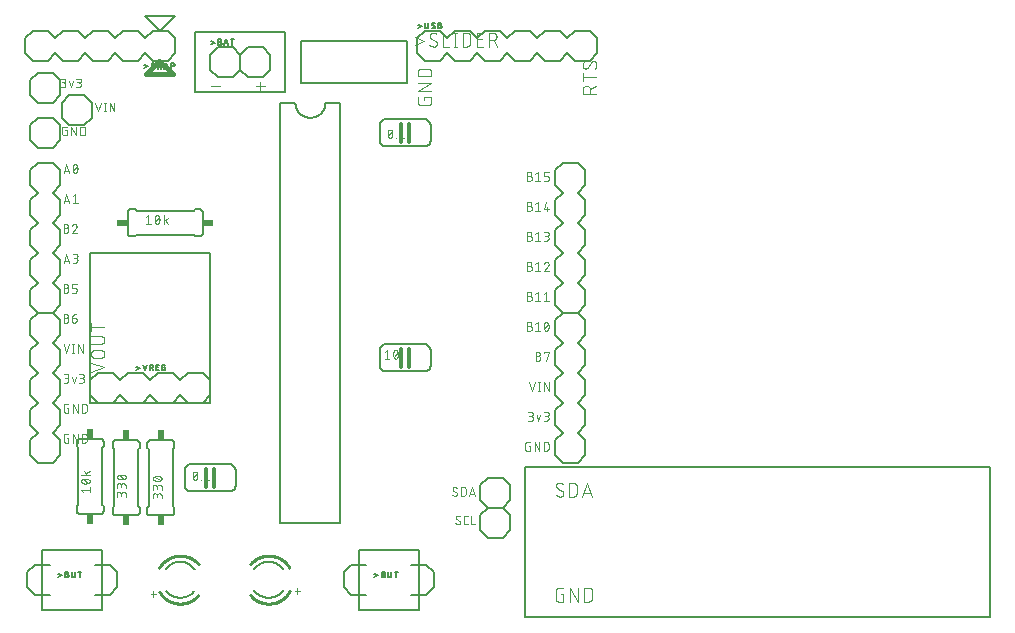
<source format=gbr>
G04 EAGLE Gerber RS-274X export*
G75*
%MOMM*%
%FSLAX34Y34*%
%LPD*%
%INSilkscreen Top*%
%IPPOS*%
%AMOC8*
5,1,8,0,0,1.08239X$1,22.5*%
G01*
%ADD10C,0.076200*%
%ADD11C,0.406400*%
%ADD12C,0.152400*%
%ADD13C,0.203200*%
%ADD14C,0.127000*%
%ADD15C,0.101600*%
%ADD16C,0.254000*%
%ADD17R,0.609600X0.863600*%
%ADD18C,0.304800*%
%ADD19R,0.863600X0.609600*%


D10*
X41021Y372491D02*
X43476Y379857D01*
X45932Y372491D01*
X45318Y374333D02*
X41635Y374333D01*
X48746Y376174D02*
X48748Y376327D01*
X48754Y376480D01*
X48763Y376632D01*
X48777Y376785D01*
X48794Y376937D01*
X48815Y377088D01*
X48840Y377239D01*
X48869Y377389D01*
X48901Y377539D01*
X48938Y377687D01*
X48978Y377835D01*
X49021Y377982D01*
X49069Y378127D01*
X49120Y378271D01*
X49174Y378414D01*
X49233Y378556D01*
X49294Y378695D01*
X49360Y378834D01*
X49386Y378904D01*
X49416Y378974D01*
X49449Y379041D01*
X49485Y379107D01*
X49524Y379171D01*
X49567Y379233D01*
X49613Y379292D01*
X49661Y379350D01*
X49712Y379404D01*
X49766Y379457D01*
X49823Y379506D01*
X49882Y379553D01*
X49943Y379596D01*
X50006Y379637D01*
X50071Y379674D01*
X50138Y379709D01*
X50207Y379739D01*
X50277Y379767D01*
X50348Y379790D01*
X50420Y379811D01*
X50493Y379827D01*
X50567Y379840D01*
X50642Y379850D01*
X50717Y379855D01*
X50792Y379857D01*
X50867Y379855D01*
X50942Y379850D01*
X51017Y379840D01*
X51091Y379827D01*
X51164Y379811D01*
X51236Y379790D01*
X51307Y379767D01*
X51377Y379739D01*
X51446Y379709D01*
X51513Y379674D01*
X51578Y379637D01*
X51641Y379596D01*
X51702Y379553D01*
X51761Y379506D01*
X51818Y379457D01*
X51872Y379404D01*
X51923Y379350D01*
X51972Y379292D01*
X52017Y379233D01*
X52060Y379171D01*
X52099Y379107D01*
X52136Y379041D01*
X52168Y378973D01*
X52198Y378904D01*
X52224Y378834D01*
X52289Y378696D01*
X52351Y378556D01*
X52409Y378414D01*
X52464Y378271D01*
X52515Y378127D01*
X52563Y377982D01*
X52606Y377835D01*
X52646Y377688D01*
X52683Y377539D01*
X52715Y377389D01*
X52744Y377239D01*
X52769Y377088D01*
X52790Y376937D01*
X52807Y376785D01*
X52821Y376632D01*
X52830Y376480D01*
X52836Y376327D01*
X52838Y376174D01*
X48745Y376174D02*
X48747Y376021D01*
X48753Y375868D01*
X48762Y375715D01*
X48776Y375563D01*
X48793Y375411D01*
X48814Y375260D01*
X48839Y375109D01*
X48868Y374958D01*
X48900Y374809D01*
X48937Y374660D01*
X48977Y374513D01*
X49020Y374366D01*
X49068Y374221D01*
X49119Y374076D01*
X49174Y373934D01*
X49232Y373792D01*
X49294Y373652D01*
X49359Y373514D01*
X49360Y373514D02*
X49386Y373443D01*
X49416Y373374D01*
X49449Y373307D01*
X49485Y373241D01*
X49524Y373177D01*
X49567Y373115D01*
X49613Y373056D01*
X49661Y372998D01*
X49712Y372944D01*
X49766Y372891D01*
X49823Y372842D01*
X49882Y372795D01*
X49943Y372752D01*
X50006Y372711D01*
X50071Y372674D01*
X50138Y372639D01*
X50207Y372609D01*
X50277Y372581D01*
X50348Y372558D01*
X50420Y372537D01*
X50493Y372521D01*
X50567Y372508D01*
X50642Y372498D01*
X50717Y372493D01*
X50792Y372491D01*
X52223Y373514D02*
X52288Y373652D01*
X52350Y373792D01*
X52408Y373934D01*
X52463Y374077D01*
X52514Y374221D01*
X52562Y374366D01*
X52605Y374513D01*
X52645Y374661D01*
X52682Y374809D01*
X52714Y374959D01*
X52743Y375109D01*
X52768Y375260D01*
X52789Y375411D01*
X52806Y375563D01*
X52820Y375716D01*
X52829Y375868D01*
X52835Y376021D01*
X52837Y376174D01*
X52224Y373514D02*
X52198Y373444D01*
X52168Y373374D01*
X52136Y373307D01*
X52099Y373241D01*
X52060Y373177D01*
X52017Y373115D01*
X51971Y373056D01*
X51923Y372998D01*
X51872Y372944D01*
X51818Y372891D01*
X51761Y372842D01*
X51702Y372795D01*
X51641Y372752D01*
X51578Y372711D01*
X51513Y372674D01*
X51446Y372639D01*
X51377Y372609D01*
X51307Y372581D01*
X51236Y372558D01*
X51164Y372537D01*
X51091Y372521D01*
X51017Y372508D01*
X50942Y372498D01*
X50867Y372493D01*
X50792Y372491D01*
X49155Y374128D02*
X52428Y378220D01*
X43476Y354457D02*
X41021Y347091D01*
X45932Y347091D02*
X43476Y354457D01*
X41635Y348933D02*
X45318Y348933D01*
X48745Y352820D02*
X50792Y354457D01*
X50792Y347091D01*
X52838Y347091D02*
X48745Y347091D01*
X43067Y325783D02*
X41021Y325783D01*
X43067Y325783D02*
X43156Y325781D01*
X43245Y325775D01*
X43334Y325765D01*
X43422Y325752D01*
X43510Y325735D01*
X43597Y325713D01*
X43682Y325688D01*
X43767Y325660D01*
X43850Y325627D01*
X43932Y325591D01*
X44012Y325552D01*
X44090Y325509D01*
X44166Y325463D01*
X44241Y325413D01*
X44313Y325360D01*
X44382Y325304D01*
X44449Y325245D01*
X44514Y325184D01*
X44575Y325119D01*
X44634Y325052D01*
X44690Y324983D01*
X44743Y324911D01*
X44793Y324836D01*
X44839Y324760D01*
X44882Y324682D01*
X44921Y324602D01*
X44957Y324520D01*
X44990Y324437D01*
X45018Y324352D01*
X45043Y324267D01*
X45065Y324180D01*
X45082Y324092D01*
X45095Y324004D01*
X45105Y323915D01*
X45111Y323826D01*
X45113Y323737D01*
X45111Y323648D01*
X45105Y323559D01*
X45095Y323470D01*
X45082Y323382D01*
X45065Y323294D01*
X45043Y323207D01*
X45018Y323122D01*
X44990Y323037D01*
X44957Y322954D01*
X44921Y322872D01*
X44882Y322792D01*
X44839Y322714D01*
X44793Y322638D01*
X44743Y322563D01*
X44690Y322491D01*
X44634Y322422D01*
X44575Y322355D01*
X44514Y322290D01*
X44449Y322229D01*
X44382Y322170D01*
X44313Y322114D01*
X44241Y322061D01*
X44166Y322011D01*
X44090Y321965D01*
X44012Y321922D01*
X43932Y321883D01*
X43850Y321847D01*
X43767Y321814D01*
X43682Y321786D01*
X43597Y321761D01*
X43510Y321739D01*
X43422Y321722D01*
X43334Y321709D01*
X43245Y321699D01*
X43156Y321693D01*
X43067Y321691D01*
X41021Y321691D01*
X41021Y329057D01*
X43067Y329057D01*
X43146Y329055D01*
X43225Y329049D01*
X43304Y329040D01*
X43382Y329027D01*
X43459Y329009D01*
X43535Y328989D01*
X43610Y328964D01*
X43684Y328936D01*
X43757Y328905D01*
X43828Y328869D01*
X43897Y328831D01*
X43964Y328789D01*
X44029Y328744D01*
X44092Y328696D01*
X44153Y328645D01*
X44210Y328591D01*
X44266Y328535D01*
X44318Y328476D01*
X44368Y328414D01*
X44414Y328350D01*
X44458Y328284D01*
X44498Y328216D01*
X44534Y328146D01*
X44568Y328074D01*
X44598Y328000D01*
X44624Y327926D01*
X44647Y327850D01*
X44665Y327773D01*
X44681Y327696D01*
X44692Y327617D01*
X44700Y327539D01*
X44704Y327460D01*
X44704Y327380D01*
X44700Y327301D01*
X44692Y327223D01*
X44681Y327144D01*
X44665Y327067D01*
X44647Y326990D01*
X44624Y326914D01*
X44598Y326840D01*
X44568Y326766D01*
X44534Y326694D01*
X44498Y326624D01*
X44458Y326556D01*
X44414Y326490D01*
X44368Y326426D01*
X44318Y326364D01*
X44266Y326305D01*
X44210Y326249D01*
X44153Y326195D01*
X44092Y326144D01*
X44029Y326096D01*
X43964Y326051D01*
X43897Y326009D01*
X43828Y325971D01*
X43757Y325935D01*
X43684Y325904D01*
X43610Y325876D01*
X43535Y325851D01*
X43459Y325831D01*
X43382Y325813D01*
X43304Y325800D01*
X43225Y325791D01*
X43146Y325785D01*
X43067Y325783D01*
X50225Y329058D02*
X50310Y329056D01*
X50395Y329050D01*
X50479Y329040D01*
X50563Y329027D01*
X50647Y329009D01*
X50729Y328988D01*
X50810Y328963D01*
X50890Y328934D01*
X50969Y328901D01*
X51046Y328865D01*
X51121Y328825D01*
X51195Y328782D01*
X51266Y328736D01*
X51335Y328686D01*
X51402Y328633D01*
X51466Y328577D01*
X51527Y328518D01*
X51586Y328457D01*
X51642Y328393D01*
X51695Y328326D01*
X51745Y328257D01*
X51791Y328186D01*
X51834Y328112D01*
X51874Y328037D01*
X51910Y327960D01*
X51943Y327881D01*
X51972Y327801D01*
X51997Y327720D01*
X52018Y327638D01*
X52036Y327554D01*
X52049Y327470D01*
X52059Y327386D01*
X52065Y327301D01*
X52067Y327216D01*
X50225Y329057D02*
X50129Y329055D01*
X50033Y329049D01*
X49938Y329039D01*
X49843Y329026D01*
X49748Y329008D01*
X49655Y328987D01*
X49562Y328962D01*
X49471Y328933D01*
X49380Y328901D01*
X49291Y328865D01*
X49204Y328825D01*
X49118Y328782D01*
X49034Y328736D01*
X48952Y328686D01*
X48872Y328632D01*
X48795Y328576D01*
X48720Y328516D01*
X48647Y328454D01*
X48577Y328388D01*
X48509Y328320D01*
X48444Y328249D01*
X48383Y328176D01*
X48324Y328100D01*
X48268Y328021D01*
X48216Y327941D01*
X48167Y327858D01*
X48121Y327774D01*
X48079Y327688D01*
X48041Y327600D01*
X48006Y327511D01*
X47974Y327420D01*
X51453Y325784D02*
X51513Y325843D01*
X51570Y325905D01*
X51625Y325969D01*
X51676Y326036D01*
X51725Y326105D01*
X51771Y326175D01*
X51814Y326248D01*
X51854Y326322D01*
X51890Y326398D01*
X51923Y326476D01*
X51953Y326555D01*
X51980Y326635D01*
X52003Y326716D01*
X52022Y326798D01*
X52038Y326880D01*
X52051Y326964D01*
X52060Y327048D01*
X52065Y327132D01*
X52067Y327216D01*
X51453Y325783D02*
X47975Y321691D01*
X52067Y321691D01*
X43476Y303657D02*
X41021Y296291D01*
X45932Y296291D02*
X43476Y303657D01*
X41635Y298133D02*
X45318Y298133D01*
X48745Y296291D02*
X50792Y296291D01*
X50881Y296293D01*
X50970Y296299D01*
X51059Y296309D01*
X51147Y296322D01*
X51235Y296339D01*
X51322Y296361D01*
X51407Y296386D01*
X51492Y296414D01*
X51575Y296447D01*
X51657Y296483D01*
X51737Y296522D01*
X51815Y296565D01*
X51891Y296611D01*
X51966Y296661D01*
X52038Y296714D01*
X52107Y296770D01*
X52174Y296829D01*
X52239Y296890D01*
X52300Y296955D01*
X52359Y297022D01*
X52415Y297091D01*
X52468Y297163D01*
X52518Y297238D01*
X52564Y297314D01*
X52607Y297392D01*
X52646Y297472D01*
X52682Y297554D01*
X52715Y297637D01*
X52743Y297722D01*
X52768Y297807D01*
X52790Y297894D01*
X52807Y297982D01*
X52820Y298070D01*
X52830Y298159D01*
X52836Y298248D01*
X52838Y298337D01*
X52836Y298426D01*
X52830Y298515D01*
X52820Y298604D01*
X52807Y298692D01*
X52790Y298780D01*
X52768Y298867D01*
X52743Y298952D01*
X52715Y299037D01*
X52682Y299120D01*
X52646Y299202D01*
X52607Y299282D01*
X52564Y299360D01*
X52518Y299436D01*
X52468Y299511D01*
X52415Y299583D01*
X52359Y299652D01*
X52300Y299719D01*
X52239Y299784D01*
X52174Y299845D01*
X52107Y299904D01*
X52038Y299960D01*
X51966Y300013D01*
X51891Y300063D01*
X51815Y300109D01*
X51737Y300152D01*
X51657Y300191D01*
X51575Y300227D01*
X51492Y300260D01*
X51407Y300288D01*
X51322Y300313D01*
X51235Y300335D01*
X51147Y300352D01*
X51059Y300365D01*
X50970Y300375D01*
X50881Y300381D01*
X50792Y300383D01*
X51201Y303657D02*
X48745Y303657D01*
X51201Y303657D02*
X51280Y303655D01*
X51359Y303649D01*
X51438Y303640D01*
X51516Y303627D01*
X51593Y303609D01*
X51669Y303589D01*
X51744Y303564D01*
X51818Y303536D01*
X51891Y303505D01*
X51962Y303469D01*
X52031Y303431D01*
X52098Y303389D01*
X52163Y303344D01*
X52226Y303296D01*
X52287Y303245D01*
X52344Y303191D01*
X52400Y303135D01*
X52452Y303076D01*
X52502Y303014D01*
X52548Y302950D01*
X52592Y302884D01*
X52632Y302816D01*
X52668Y302746D01*
X52702Y302674D01*
X52732Y302600D01*
X52758Y302526D01*
X52781Y302450D01*
X52799Y302373D01*
X52815Y302296D01*
X52826Y302217D01*
X52834Y302139D01*
X52838Y302060D01*
X52838Y301980D01*
X52834Y301901D01*
X52826Y301823D01*
X52815Y301744D01*
X52799Y301667D01*
X52781Y301590D01*
X52758Y301514D01*
X52732Y301440D01*
X52702Y301366D01*
X52668Y301294D01*
X52632Y301224D01*
X52592Y301156D01*
X52548Y301090D01*
X52502Y301026D01*
X52452Y300964D01*
X52400Y300905D01*
X52344Y300849D01*
X52287Y300795D01*
X52226Y300744D01*
X52163Y300696D01*
X52098Y300651D01*
X52031Y300609D01*
X51962Y300571D01*
X51891Y300535D01*
X51818Y300504D01*
X51744Y300476D01*
X51669Y300451D01*
X51593Y300431D01*
X51516Y300413D01*
X51438Y300400D01*
X51359Y300391D01*
X51280Y300385D01*
X51201Y300383D01*
X49564Y300383D01*
X43067Y274983D02*
X41021Y274983D01*
X43067Y274983D02*
X43156Y274981D01*
X43245Y274975D01*
X43334Y274965D01*
X43422Y274952D01*
X43510Y274935D01*
X43597Y274913D01*
X43682Y274888D01*
X43767Y274860D01*
X43850Y274827D01*
X43932Y274791D01*
X44012Y274752D01*
X44090Y274709D01*
X44166Y274663D01*
X44241Y274613D01*
X44313Y274560D01*
X44382Y274504D01*
X44449Y274445D01*
X44514Y274384D01*
X44575Y274319D01*
X44634Y274252D01*
X44690Y274183D01*
X44743Y274111D01*
X44793Y274036D01*
X44839Y273960D01*
X44882Y273882D01*
X44921Y273802D01*
X44957Y273720D01*
X44990Y273637D01*
X45018Y273552D01*
X45043Y273467D01*
X45065Y273380D01*
X45082Y273292D01*
X45095Y273204D01*
X45105Y273115D01*
X45111Y273026D01*
X45113Y272937D01*
X45111Y272848D01*
X45105Y272759D01*
X45095Y272670D01*
X45082Y272582D01*
X45065Y272494D01*
X45043Y272407D01*
X45018Y272322D01*
X44990Y272237D01*
X44957Y272154D01*
X44921Y272072D01*
X44882Y271992D01*
X44839Y271914D01*
X44793Y271838D01*
X44743Y271763D01*
X44690Y271691D01*
X44634Y271622D01*
X44575Y271555D01*
X44514Y271490D01*
X44449Y271429D01*
X44382Y271370D01*
X44313Y271314D01*
X44241Y271261D01*
X44166Y271211D01*
X44090Y271165D01*
X44012Y271122D01*
X43932Y271083D01*
X43850Y271047D01*
X43767Y271014D01*
X43682Y270986D01*
X43597Y270961D01*
X43510Y270939D01*
X43422Y270922D01*
X43334Y270909D01*
X43245Y270899D01*
X43156Y270893D01*
X43067Y270891D01*
X41021Y270891D01*
X41021Y278257D01*
X43067Y278257D01*
X43146Y278255D01*
X43225Y278249D01*
X43304Y278240D01*
X43382Y278227D01*
X43459Y278209D01*
X43535Y278189D01*
X43610Y278164D01*
X43684Y278136D01*
X43757Y278105D01*
X43828Y278069D01*
X43897Y278031D01*
X43964Y277989D01*
X44029Y277944D01*
X44092Y277896D01*
X44153Y277845D01*
X44210Y277791D01*
X44266Y277735D01*
X44318Y277676D01*
X44368Y277614D01*
X44414Y277550D01*
X44458Y277484D01*
X44498Y277416D01*
X44534Y277346D01*
X44568Y277274D01*
X44598Y277200D01*
X44624Y277126D01*
X44647Y277050D01*
X44665Y276973D01*
X44681Y276896D01*
X44692Y276817D01*
X44700Y276739D01*
X44704Y276660D01*
X44704Y276580D01*
X44700Y276501D01*
X44692Y276423D01*
X44681Y276344D01*
X44665Y276267D01*
X44647Y276190D01*
X44624Y276114D01*
X44598Y276040D01*
X44568Y275966D01*
X44534Y275894D01*
X44498Y275824D01*
X44458Y275756D01*
X44414Y275690D01*
X44368Y275626D01*
X44318Y275564D01*
X44266Y275505D01*
X44210Y275449D01*
X44153Y275395D01*
X44092Y275344D01*
X44029Y275296D01*
X43964Y275251D01*
X43897Y275209D01*
X43828Y275171D01*
X43757Y275135D01*
X43684Y275104D01*
X43610Y275076D01*
X43535Y275051D01*
X43459Y275031D01*
X43382Y275013D01*
X43304Y275000D01*
X43225Y274991D01*
X43146Y274985D01*
X43067Y274983D01*
X47975Y270891D02*
X50430Y270891D01*
X50508Y270893D01*
X50586Y270898D01*
X50663Y270908D01*
X50740Y270921D01*
X50816Y270937D01*
X50891Y270957D01*
X50965Y270981D01*
X51038Y271008D01*
X51110Y271039D01*
X51180Y271073D01*
X51249Y271110D01*
X51315Y271151D01*
X51380Y271195D01*
X51442Y271241D01*
X51502Y271291D01*
X51560Y271343D01*
X51615Y271398D01*
X51667Y271456D01*
X51717Y271516D01*
X51763Y271578D01*
X51807Y271643D01*
X51848Y271710D01*
X51885Y271778D01*
X51919Y271848D01*
X51950Y271920D01*
X51977Y271993D01*
X52001Y272067D01*
X52021Y272142D01*
X52037Y272218D01*
X52050Y272295D01*
X52060Y272372D01*
X52065Y272450D01*
X52067Y272528D01*
X52067Y273346D01*
X52065Y273424D01*
X52060Y273502D01*
X52050Y273579D01*
X52037Y273656D01*
X52021Y273732D01*
X52001Y273807D01*
X51977Y273881D01*
X51950Y273954D01*
X51919Y274026D01*
X51885Y274096D01*
X51848Y274165D01*
X51807Y274231D01*
X51763Y274296D01*
X51717Y274358D01*
X51667Y274418D01*
X51615Y274476D01*
X51560Y274531D01*
X51502Y274583D01*
X51442Y274633D01*
X51380Y274679D01*
X51315Y274723D01*
X51249Y274764D01*
X51180Y274801D01*
X51110Y274835D01*
X51038Y274866D01*
X50965Y274893D01*
X50891Y274917D01*
X50816Y274937D01*
X50740Y274953D01*
X50663Y274966D01*
X50586Y274976D01*
X50508Y274981D01*
X50430Y274983D01*
X47975Y274983D01*
X47975Y278257D01*
X52067Y278257D01*
X43067Y249583D02*
X41021Y249583D01*
X43067Y249583D02*
X43156Y249581D01*
X43245Y249575D01*
X43334Y249565D01*
X43422Y249552D01*
X43510Y249535D01*
X43597Y249513D01*
X43682Y249488D01*
X43767Y249460D01*
X43850Y249427D01*
X43932Y249391D01*
X44012Y249352D01*
X44090Y249309D01*
X44166Y249263D01*
X44241Y249213D01*
X44313Y249160D01*
X44382Y249104D01*
X44449Y249045D01*
X44514Y248984D01*
X44575Y248919D01*
X44634Y248852D01*
X44690Y248783D01*
X44743Y248711D01*
X44793Y248636D01*
X44839Y248560D01*
X44882Y248482D01*
X44921Y248402D01*
X44957Y248320D01*
X44990Y248237D01*
X45018Y248152D01*
X45043Y248067D01*
X45065Y247980D01*
X45082Y247892D01*
X45095Y247804D01*
X45105Y247715D01*
X45111Y247626D01*
X45113Y247537D01*
X45111Y247448D01*
X45105Y247359D01*
X45095Y247270D01*
X45082Y247182D01*
X45065Y247094D01*
X45043Y247007D01*
X45018Y246922D01*
X44990Y246837D01*
X44957Y246754D01*
X44921Y246672D01*
X44882Y246592D01*
X44839Y246514D01*
X44793Y246438D01*
X44743Y246363D01*
X44690Y246291D01*
X44634Y246222D01*
X44575Y246155D01*
X44514Y246090D01*
X44449Y246029D01*
X44382Y245970D01*
X44313Y245914D01*
X44241Y245861D01*
X44166Y245811D01*
X44090Y245765D01*
X44012Y245722D01*
X43932Y245683D01*
X43850Y245647D01*
X43767Y245614D01*
X43682Y245586D01*
X43597Y245561D01*
X43510Y245539D01*
X43422Y245522D01*
X43334Y245509D01*
X43245Y245499D01*
X43156Y245493D01*
X43067Y245491D01*
X41021Y245491D01*
X41021Y252857D01*
X43067Y252857D01*
X43146Y252855D01*
X43225Y252849D01*
X43304Y252840D01*
X43382Y252827D01*
X43459Y252809D01*
X43535Y252789D01*
X43610Y252764D01*
X43684Y252736D01*
X43757Y252705D01*
X43828Y252669D01*
X43897Y252631D01*
X43964Y252589D01*
X44029Y252544D01*
X44092Y252496D01*
X44153Y252445D01*
X44210Y252391D01*
X44266Y252335D01*
X44318Y252276D01*
X44368Y252214D01*
X44414Y252150D01*
X44458Y252084D01*
X44498Y252016D01*
X44534Y251946D01*
X44568Y251874D01*
X44598Y251800D01*
X44624Y251726D01*
X44647Y251650D01*
X44665Y251573D01*
X44681Y251496D01*
X44692Y251417D01*
X44700Y251339D01*
X44704Y251260D01*
X44704Y251180D01*
X44700Y251101D01*
X44692Y251023D01*
X44681Y250944D01*
X44665Y250867D01*
X44647Y250790D01*
X44624Y250714D01*
X44598Y250640D01*
X44568Y250566D01*
X44534Y250494D01*
X44498Y250424D01*
X44458Y250356D01*
X44414Y250290D01*
X44368Y250226D01*
X44318Y250164D01*
X44266Y250105D01*
X44210Y250049D01*
X44153Y249995D01*
X44092Y249944D01*
X44029Y249896D01*
X43964Y249851D01*
X43897Y249809D01*
X43828Y249771D01*
X43757Y249735D01*
X43684Y249704D01*
X43610Y249676D01*
X43535Y249651D01*
X43459Y249631D01*
X43382Y249613D01*
X43304Y249600D01*
X43225Y249591D01*
X43146Y249585D01*
X43067Y249583D01*
X47975Y249583D02*
X50430Y249583D01*
X50508Y249581D01*
X50586Y249576D01*
X50663Y249566D01*
X50740Y249553D01*
X50816Y249537D01*
X50891Y249517D01*
X50965Y249493D01*
X51038Y249466D01*
X51110Y249435D01*
X51180Y249401D01*
X51249Y249364D01*
X51315Y249323D01*
X51380Y249279D01*
X51442Y249233D01*
X51502Y249183D01*
X51560Y249131D01*
X51615Y249076D01*
X51667Y249018D01*
X51717Y248958D01*
X51763Y248896D01*
X51807Y248831D01*
X51848Y248765D01*
X51885Y248696D01*
X51919Y248626D01*
X51950Y248554D01*
X51977Y248481D01*
X52001Y248407D01*
X52021Y248332D01*
X52037Y248256D01*
X52050Y248179D01*
X52060Y248102D01*
X52065Y248024D01*
X52067Y247946D01*
X52067Y247537D01*
X52065Y247448D01*
X52059Y247359D01*
X52049Y247270D01*
X52036Y247182D01*
X52019Y247094D01*
X51997Y247007D01*
X51972Y246922D01*
X51944Y246837D01*
X51911Y246754D01*
X51875Y246672D01*
X51836Y246592D01*
X51793Y246514D01*
X51747Y246438D01*
X51697Y246363D01*
X51644Y246291D01*
X51588Y246222D01*
X51529Y246155D01*
X51468Y246090D01*
X51403Y246029D01*
X51336Y245970D01*
X51267Y245914D01*
X51195Y245861D01*
X51120Y245811D01*
X51044Y245765D01*
X50966Y245722D01*
X50886Y245683D01*
X50804Y245647D01*
X50721Y245614D01*
X50636Y245586D01*
X50551Y245561D01*
X50464Y245539D01*
X50376Y245522D01*
X50288Y245509D01*
X50199Y245499D01*
X50110Y245493D01*
X50021Y245491D01*
X49932Y245493D01*
X49843Y245499D01*
X49754Y245509D01*
X49666Y245522D01*
X49578Y245539D01*
X49491Y245561D01*
X49406Y245586D01*
X49321Y245614D01*
X49238Y245647D01*
X49156Y245683D01*
X49076Y245722D01*
X48998Y245765D01*
X48922Y245811D01*
X48847Y245861D01*
X48775Y245914D01*
X48706Y245970D01*
X48639Y246029D01*
X48574Y246090D01*
X48513Y246155D01*
X48454Y246222D01*
X48398Y246291D01*
X48345Y246363D01*
X48295Y246438D01*
X48249Y246514D01*
X48206Y246592D01*
X48167Y246672D01*
X48131Y246754D01*
X48098Y246837D01*
X48070Y246922D01*
X48045Y247007D01*
X48023Y247094D01*
X48006Y247182D01*
X47993Y247270D01*
X47983Y247359D01*
X47977Y247448D01*
X47975Y247537D01*
X47975Y249583D01*
X47974Y249583D02*
X47976Y249697D01*
X47982Y249811D01*
X47992Y249925D01*
X48006Y250039D01*
X48024Y250152D01*
X48046Y250264D01*
X48071Y250375D01*
X48101Y250485D01*
X48134Y250595D01*
X48171Y250703D01*
X48212Y250809D01*
X48257Y250915D01*
X48305Y251018D01*
X48357Y251120D01*
X48413Y251220D01*
X48471Y251318D01*
X48534Y251414D01*
X48599Y251507D01*
X48668Y251599D01*
X48740Y251687D01*
X48815Y251774D01*
X48893Y251857D01*
X48974Y251938D01*
X49057Y252016D01*
X49144Y252091D01*
X49232Y252163D01*
X49324Y252232D01*
X49417Y252297D01*
X49513Y252359D01*
X49611Y252418D01*
X49711Y252474D01*
X49813Y252526D01*
X49916Y252574D01*
X50022Y252619D01*
X50128Y252660D01*
X50236Y252697D01*
X50346Y252730D01*
X50456Y252760D01*
X50567Y252785D01*
X50679Y252807D01*
X50792Y252825D01*
X50906Y252839D01*
X51020Y252849D01*
X51134Y252855D01*
X51248Y252857D01*
X41021Y227457D02*
X43476Y220091D01*
X45932Y227457D01*
X49328Y227457D02*
X49328Y220091D01*
X48510Y220091D02*
X50147Y220091D01*
X50147Y227457D02*
X48510Y227457D01*
X53378Y227457D02*
X53378Y220091D01*
X57471Y220091D02*
X53378Y227457D01*
X57471Y227457D02*
X57471Y220091D01*
X43067Y194691D02*
X41021Y194691D01*
X43067Y194691D02*
X43156Y194693D01*
X43245Y194699D01*
X43334Y194709D01*
X43422Y194722D01*
X43510Y194739D01*
X43597Y194761D01*
X43682Y194786D01*
X43767Y194814D01*
X43850Y194847D01*
X43932Y194883D01*
X44012Y194922D01*
X44090Y194965D01*
X44166Y195011D01*
X44241Y195061D01*
X44313Y195114D01*
X44382Y195170D01*
X44449Y195229D01*
X44514Y195290D01*
X44575Y195355D01*
X44634Y195422D01*
X44690Y195491D01*
X44743Y195563D01*
X44793Y195638D01*
X44839Y195714D01*
X44882Y195792D01*
X44921Y195872D01*
X44957Y195954D01*
X44990Y196037D01*
X45018Y196122D01*
X45043Y196207D01*
X45065Y196294D01*
X45082Y196382D01*
X45095Y196470D01*
X45105Y196559D01*
X45111Y196648D01*
X45113Y196737D01*
X45111Y196826D01*
X45105Y196915D01*
X45095Y197004D01*
X45082Y197092D01*
X45065Y197180D01*
X45043Y197267D01*
X45018Y197352D01*
X44990Y197437D01*
X44957Y197520D01*
X44921Y197602D01*
X44882Y197682D01*
X44839Y197760D01*
X44793Y197836D01*
X44743Y197911D01*
X44690Y197983D01*
X44634Y198052D01*
X44575Y198119D01*
X44514Y198184D01*
X44449Y198245D01*
X44382Y198304D01*
X44313Y198360D01*
X44241Y198413D01*
X44166Y198463D01*
X44090Y198509D01*
X44012Y198552D01*
X43932Y198591D01*
X43850Y198627D01*
X43767Y198660D01*
X43682Y198688D01*
X43597Y198713D01*
X43510Y198735D01*
X43422Y198752D01*
X43334Y198765D01*
X43245Y198775D01*
X43156Y198781D01*
X43067Y198783D01*
X43476Y202057D02*
X41021Y202057D01*
X43476Y202057D02*
X43555Y202055D01*
X43634Y202049D01*
X43713Y202040D01*
X43791Y202027D01*
X43868Y202009D01*
X43944Y201989D01*
X44019Y201964D01*
X44093Y201936D01*
X44166Y201905D01*
X44237Y201869D01*
X44306Y201831D01*
X44373Y201789D01*
X44438Y201744D01*
X44501Y201696D01*
X44562Y201645D01*
X44619Y201591D01*
X44675Y201535D01*
X44727Y201476D01*
X44777Y201414D01*
X44823Y201350D01*
X44867Y201284D01*
X44907Y201216D01*
X44943Y201146D01*
X44977Y201074D01*
X45007Y201000D01*
X45033Y200926D01*
X45056Y200850D01*
X45074Y200773D01*
X45090Y200696D01*
X45101Y200617D01*
X45109Y200539D01*
X45113Y200460D01*
X45113Y200380D01*
X45109Y200301D01*
X45101Y200223D01*
X45090Y200144D01*
X45074Y200067D01*
X45056Y199990D01*
X45033Y199914D01*
X45007Y199840D01*
X44977Y199766D01*
X44943Y199694D01*
X44907Y199624D01*
X44867Y199556D01*
X44823Y199490D01*
X44777Y199426D01*
X44727Y199364D01*
X44675Y199305D01*
X44619Y199249D01*
X44562Y199195D01*
X44501Y199144D01*
X44438Y199096D01*
X44373Y199051D01*
X44306Y199009D01*
X44237Y198971D01*
X44166Y198935D01*
X44093Y198904D01*
X44019Y198876D01*
X43944Y198851D01*
X43868Y198831D01*
X43791Y198813D01*
X43713Y198800D01*
X43634Y198791D01*
X43555Y198785D01*
X43476Y198783D01*
X41839Y198783D01*
X48014Y199602D02*
X49651Y194691D01*
X51288Y199602D01*
X54188Y194691D02*
X56234Y194691D01*
X56323Y194693D01*
X56412Y194699D01*
X56501Y194709D01*
X56589Y194722D01*
X56677Y194739D01*
X56764Y194761D01*
X56849Y194786D01*
X56934Y194814D01*
X57017Y194847D01*
X57099Y194883D01*
X57179Y194922D01*
X57257Y194965D01*
X57333Y195011D01*
X57408Y195061D01*
X57480Y195114D01*
X57549Y195170D01*
X57616Y195229D01*
X57681Y195290D01*
X57742Y195355D01*
X57801Y195422D01*
X57857Y195491D01*
X57910Y195563D01*
X57960Y195638D01*
X58006Y195714D01*
X58049Y195792D01*
X58088Y195872D01*
X58124Y195954D01*
X58157Y196037D01*
X58185Y196122D01*
X58210Y196207D01*
X58232Y196294D01*
X58249Y196382D01*
X58262Y196470D01*
X58272Y196559D01*
X58278Y196648D01*
X58280Y196737D01*
X58278Y196826D01*
X58272Y196915D01*
X58262Y197004D01*
X58249Y197092D01*
X58232Y197180D01*
X58210Y197267D01*
X58185Y197352D01*
X58157Y197437D01*
X58124Y197520D01*
X58088Y197602D01*
X58049Y197682D01*
X58006Y197760D01*
X57960Y197836D01*
X57910Y197911D01*
X57857Y197983D01*
X57801Y198052D01*
X57742Y198119D01*
X57681Y198184D01*
X57616Y198245D01*
X57549Y198304D01*
X57480Y198360D01*
X57408Y198413D01*
X57333Y198463D01*
X57257Y198509D01*
X57179Y198552D01*
X57099Y198591D01*
X57017Y198627D01*
X56934Y198660D01*
X56849Y198688D01*
X56764Y198713D01*
X56677Y198735D01*
X56589Y198752D01*
X56501Y198765D01*
X56412Y198775D01*
X56323Y198781D01*
X56234Y198783D01*
X56644Y202057D02*
X54188Y202057D01*
X56644Y202057D02*
X56723Y202055D01*
X56802Y202049D01*
X56881Y202040D01*
X56959Y202027D01*
X57036Y202009D01*
X57112Y201989D01*
X57187Y201964D01*
X57261Y201936D01*
X57334Y201905D01*
X57405Y201869D01*
X57474Y201831D01*
X57541Y201789D01*
X57606Y201744D01*
X57669Y201696D01*
X57730Y201645D01*
X57787Y201591D01*
X57843Y201535D01*
X57895Y201476D01*
X57945Y201414D01*
X57991Y201350D01*
X58035Y201284D01*
X58075Y201216D01*
X58111Y201146D01*
X58145Y201074D01*
X58175Y201000D01*
X58201Y200926D01*
X58224Y200850D01*
X58242Y200773D01*
X58258Y200696D01*
X58269Y200617D01*
X58277Y200539D01*
X58281Y200460D01*
X58281Y200380D01*
X58277Y200301D01*
X58269Y200223D01*
X58258Y200144D01*
X58242Y200067D01*
X58224Y199990D01*
X58201Y199914D01*
X58175Y199840D01*
X58145Y199766D01*
X58111Y199694D01*
X58075Y199624D01*
X58035Y199556D01*
X57991Y199490D01*
X57945Y199426D01*
X57895Y199364D01*
X57843Y199305D01*
X57787Y199249D01*
X57730Y199195D01*
X57669Y199144D01*
X57606Y199096D01*
X57541Y199051D01*
X57474Y199009D01*
X57405Y198971D01*
X57334Y198935D01*
X57261Y198904D01*
X57187Y198876D01*
X57112Y198851D01*
X57036Y198831D01*
X56959Y198813D01*
X56881Y198800D01*
X56802Y198791D01*
X56723Y198785D01*
X56644Y198783D01*
X55007Y198783D01*
X45113Y173383D02*
X43886Y173383D01*
X45113Y173383D02*
X45113Y169291D01*
X42658Y169291D01*
X42580Y169293D01*
X42502Y169298D01*
X42425Y169308D01*
X42348Y169321D01*
X42272Y169337D01*
X42197Y169357D01*
X42123Y169381D01*
X42050Y169408D01*
X41978Y169439D01*
X41908Y169473D01*
X41840Y169510D01*
X41773Y169551D01*
X41708Y169595D01*
X41646Y169641D01*
X41586Y169691D01*
X41528Y169743D01*
X41473Y169798D01*
X41421Y169856D01*
X41371Y169916D01*
X41325Y169978D01*
X41281Y170043D01*
X41240Y170110D01*
X41203Y170178D01*
X41169Y170248D01*
X41138Y170320D01*
X41111Y170393D01*
X41087Y170467D01*
X41067Y170542D01*
X41051Y170618D01*
X41038Y170695D01*
X41028Y170772D01*
X41023Y170850D01*
X41021Y170928D01*
X41021Y175020D01*
X41023Y175100D01*
X41029Y175180D01*
X41039Y175260D01*
X41052Y175339D01*
X41070Y175418D01*
X41091Y175495D01*
X41117Y175571D01*
X41146Y175646D01*
X41178Y175720D01*
X41214Y175792D01*
X41254Y175862D01*
X41297Y175929D01*
X41343Y175995D01*
X41393Y176058D01*
X41445Y176119D01*
X41500Y176178D01*
X41559Y176233D01*
X41619Y176285D01*
X41683Y176335D01*
X41749Y176381D01*
X41816Y176424D01*
X41886Y176464D01*
X41958Y176500D01*
X42032Y176532D01*
X42106Y176561D01*
X42183Y176587D01*
X42260Y176608D01*
X42339Y176626D01*
X42418Y176639D01*
X42498Y176649D01*
X42578Y176655D01*
X42658Y176657D01*
X45113Y176657D01*
X48824Y176657D02*
X48824Y169291D01*
X52916Y169291D02*
X48824Y176657D01*
X52916Y176657D02*
X52916Y169291D01*
X56627Y169291D02*
X56627Y176657D01*
X58673Y176657D01*
X58762Y176655D01*
X58851Y176649D01*
X58940Y176639D01*
X59028Y176626D01*
X59116Y176609D01*
X59203Y176587D01*
X59288Y176562D01*
X59373Y176534D01*
X59456Y176501D01*
X59538Y176465D01*
X59618Y176426D01*
X59696Y176383D01*
X59772Y176337D01*
X59847Y176287D01*
X59919Y176234D01*
X59988Y176178D01*
X60055Y176119D01*
X60120Y176058D01*
X60181Y175993D01*
X60240Y175926D01*
X60296Y175857D01*
X60349Y175785D01*
X60399Y175710D01*
X60445Y175634D01*
X60488Y175556D01*
X60527Y175476D01*
X60563Y175394D01*
X60596Y175311D01*
X60624Y175226D01*
X60649Y175141D01*
X60671Y175054D01*
X60688Y174966D01*
X60701Y174878D01*
X60711Y174789D01*
X60717Y174700D01*
X60719Y174611D01*
X60719Y171337D01*
X60717Y171248D01*
X60711Y171159D01*
X60701Y171070D01*
X60688Y170982D01*
X60671Y170894D01*
X60649Y170807D01*
X60624Y170722D01*
X60596Y170637D01*
X60563Y170554D01*
X60527Y170472D01*
X60488Y170392D01*
X60445Y170314D01*
X60399Y170238D01*
X60349Y170163D01*
X60296Y170091D01*
X60240Y170022D01*
X60181Y169955D01*
X60120Y169890D01*
X60055Y169829D01*
X59988Y169770D01*
X59919Y169714D01*
X59847Y169661D01*
X59772Y169611D01*
X59696Y169565D01*
X59618Y169522D01*
X59538Y169483D01*
X59456Y169447D01*
X59373Y169414D01*
X59288Y169386D01*
X59203Y169361D01*
X59116Y169339D01*
X59028Y169322D01*
X58940Y169309D01*
X58851Y169299D01*
X58762Y169293D01*
X58673Y169291D01*
X56627Y169291D01*
X45113Y147983D02*
X43886Y147983D01*
X45113Y147983D02*
X45113Y143891D01*
X42658Y143891D01*
X42580Y143893D01*
X42502Y143898D01*
X42425Y143908D01*
X42348Y143921D01*
X42272Y143937D01*
X42197Y143957D01*
X42123Y143981D01*
X42050Y144008D01*
X41978Y144039D01*
X41908Y144073D01*
X41840Y144110D01*
X41773Y144151D01*
X41708Y144195D01*
X41646Y144241D01*
X41586Y144291D01*
X41528Y144343D01*
X41473Y144398D01*
X41421Y144456D01*
X41371Y144516D01*
X41325Y144578D01*
X41281Y144643D01*
X41240Y144710D01*
X41203Y144778D01*
X41169Y144848D01*
X41138Y144920D01*
X41111Y144993D01*
X41087Y145067D01*
X41067Y145142D01*
X41051Y145218D01*
X41038Y145295D01*
X41028Y145372D01*
X41023Y145450D01*
X41021Y145528D01*
X41021Y149620D01*
X41023Y149700D01*
X41029Y149780D01*
X41039Y149860D01*
X41052Y149939D01*
X41070Y150018D01*
X41091Y150095D01*
X41117Y150171D01*
X41146Y150246D01*
X41178Y150320D01*
X41214Y150392D01*
X41254Y150462D01*
X41297Y150529D01*
X41343Y150595D01*
X41393Y150658D01*
X41445Y150719D01*
X41500Y150778D01*
X41559Y150833D01*
X41619Y150885D01*
X41683Y150935D01*
X41749Y150981D01*
X41816Y151024D01*
X41886Y151064D01*
X41958Y151100D01*
X42032Y151132D01*
X42106Y151161D01*
X42183Y151187D01*
X42260Y151208D01*
X42339Y151226D01*
X42418Y151239D01*
X42498Y151249D01*
X42578Y151255D01*
X42658Y151257D01*
X45113Y151257D01*
X48824Y151257D02*
X48824Y143891D01*
X52916Y143891D02*
X48824Y151257D01*
X52916Y151257D02*
X52916Y143891D01*
X56627Y143891D02*
X56627Y151257D01*
X58673Y151257D01*
X58762Y151255D01*
X58851Y151249D01*
X58940Y151239D01*
X59028Y151226D01*
X59116Y151209D01*
X59203Y151187D01*
X59288Y151162D01*
X59373Y151134D01*
X59456Y151101D01*
X59538Y151065D01*
X59618Y151026D01*
X59696Y150983D01*
X59772Y150937D01*
X59847Y150887D01*
X59919Y150834D01*
X59988Y150778D01*
X60055Y150719D01*
X60120Y150658D01*
X60181Y150593D01*
X60240Y150526D01*
X60296Y150457D01*
X60349Y150385D01*
X60399Y150310D01*
X60445Y150234D01*
X60488Y150156D01*
X60527Y150076D01*
X60563Y149994D01*
X60596Y149911D01*
X60624Y149826D01*
X60649Y149741D01*
X60671Y149654D01*
X60688Y149566D01*
X60701Y149478D01*
X60711Y149389D01*
X60717Y149300D01*
X60719Y149211D01*
X60719Y145937D01*
X60717Y145848D01*
X60711Y145759D01*
X60701Y145670D01*
X60688Y145582D01*
X60671Y145494D01*
X60649Y145407D01*
X60624Y145322D01*
X60596Y145237D01*
X60563Y145154D01*
X60527Y145072D01*
X60488Y144992D01*
X60445Y144914D01*
X60399Y144838D01*
X60349Y144763D01*
X60296Y144691D01*
X60240Y144622D01*
X60181Y144555D01*
X60120Y144490D01*
X60055Y144429D01*
X59988Y144370D01*
X59919Y144314D01*
X59847Y144261D01*
X59772Y144211D01*
X59696Y144165D01*
X59618Y144122D01*
X59538Y144083D01*
X59456Y144047D01*
X59373Y144014D01*
X59288Y143986D01*
X59203Y143961D01*
X59116Y143939D01*
X59028Y143922D01*
X58940Y143909D01*
X58851Y143899D01*
X58762Y143893D01*
X58673Y143891D01*
X56627Y143891D01*
X434906Y141125D02*
X436133Y141125D01*
X436133Y137033D01*
X433678Y137033D01*
X433600Y137035D01*
X433522Y137040D01*
X433445Y137050D01*
X433368Y137063D01*
X433292Y137079D01*
X433217Y137099D01*
X433143Y137123D01*
X433070Y137150D01*
X432998Y137181D01*
X432928Y137215D01*
X432860Y137252D01*
X432793Y137293D01*
X432728Y137337D01*
X432666Y137383D01*
X432606Y137433D01*
X432548Y137485D01*
X432493Y137540D01*
X432441Y137598D01*
X432391Y137658D01*
X432345Y137720D01*
X432301Y137785D01*
X432260Y137852D01*
X432223Y137920D01*
X432189Y137990D01*
X432158Y138062D01*
X432131Y138135D01*
X432107Y138209D01*
X432087Y138284D01*
X432071Y138360D01*
X432058Y138437D01*
X432048Y138514D01*
X432043Y138592D01*
X432041Y138670D01*
X432041Y142762D01*
X432043Y142842D01*
X432049Y142922D01*
X432059Y143002D01*
X432072Y143081D01*
X432090Y143160D01*
X432111Y143237D01*
X432137Y143313D01*
X432166Y143388D01*
X432198Y143462D01*
X432234Y143534D01*
X432274Y143604D01*
X432317Y143671D01*
X432363Y143737D01*
X432413Y143800D01*
X432465Y143861D01*
X432520Y143920D01*
X432579Y143975D01*
X432639Y144027D01*
X432703Y144077D01*
X432769Y144123D01*
X432836Y144166D01*
X432906Y144206D01*
X432978Y144242D01*
X433052Y144274D01*
X433126Y144303D01*
X433203Y144329D01*
X433280Y144350D01*
X433359Y144368D01*
X433438Y144381D01*
X433518Y144391D01*
X433598Y144397D01*
X433678Y144399D01*
X436133Y144399D01*
X439844Y144399D02*
X439844Y137033D01*
X443936Y137033D02*
X439844Y144399D01*
X443936Y144399D02*
X443936Y137033D01*
X447647Y137033D02*
X447647Y144399D01*
X449693Y144399D01*
X449782Y144397D01*
X449871Y144391D01*
X449960Y144381D01*
X450048Y144368D01*
X450136Y144351D01*
X450223Y144329D01*
X450308Y144304D01*
X450393Y144276D01*
X450476Y144243D01*
X450558Y144207D01*
X450638Y144168D01*
X450716Y144125D01*
X450792Y144079D01*
X450867Y144029D01*
X450939Y143976D01*
X451008Y143920D01*
X451075Y143861D01*
X451140Y143800D01*
X451201Y143735D01*
X451260Y143668D01*
X451316Y143599D01*
X451369Y143527D01*
X451419Y143452D01*
X451465Y143376D01*
X451508Y143298D01*
X451547Y143218D01*
X451583Y143136D01*
X451616Y143053D01*
X451644Y142968D01*
X451669Y142883D01*
X451691Y142796D01*
X451708Y142708D01*
X451721Y142620D01*
X451731Y142531D01*
X451737Y142442D01*
X451739Y142353D01*
X451739Y139079D01*
X451737Y138990D01*
X451731Y138901D01*
X451721Y138812D01*
X451708Y138724D01*
X451691Y138636D01*
X451669Y138549D01*
X451644Y138464D01*
X451616Y138379D01*
X451583Y138296D01*
X451547Y138214D01*
X451508Y138134D01*
X451465Y138056D01*
X451419Y137980D01*
X451369Y137905D01*
X451316Y137833D01*
X451260Y137764D01*
X451201Y137697D01*
X451140Y137632D01*
X451075Y137571D01*
X451008Y137512D01*
X450939Y137456D01*
X450867Y137403D01*
X450792Y137353D01*
X450716Y137307D01*
X450638Y137264D01*
X450558Y137225D01*
X450476Y137189D01*
X450393Y137156D01*
X450308Y137128D01*
X450223Y137103D01*
X450136Y137081D01*
X450048Y137064D01*
X449960Y137051D01*
X449871Y137041D01*
X449782Y137035D01*
X449693Y137033D01*
X447647Y137033D01*
X436526Y162433D02*
X434479Y162433D01*
X436526Y162433D02*
X436615Y162435D01*
X436704Y162441D01*
X436793Y162451D01*
X436881Y162464D01*
X436969Y162481D01*
X437056Y162503D01*
X437141Y162528D01*
X437226Y162556D01*
X437309Y162589D01*
X437391Y162625D01*
X437471Y162664D01*
X437549Y162707D01*
X437625Y162753D01*
X437700Y162803D01*
X437772Y162856D01*
X437841Y162912D01*
X437908Y162971D01*
X437973Y163032D01*
X438034Y163097D01*
X438093Y163164D01*
X438149Y163233D01*
X438202Y163305D01*
X438252Y163380D01*
X438298Y163456D01*
X438341Y163534D01*
X438380Y163614D01*
X438416Y163696D01*
X438449Y163779D01*
X438477Y163864D01*
X438502Y163949D01*
X438524Y164036D01*
X438541Y164124D01*
X438554Y164212D01*
X438564Y164301D01*
X438570Y164390D01*
X438572Y164479D01*
X438570Y164568D01*
X438564Y164657D01*
X438554Y164746D01*
X438541Y164834D01*
X438524Y164922D01*
X438502Y165009D01*
X438477Y165094D01*
X438449Y165179D01*
X438416Y165262D01*
X438380Y165344D01*
X438341Y165424D01*
X438298Y165502D01*
X438252Y165578D01*
X438202Y165653D01*
X438149Y165725D01*
X438093Y165794D01*
X438034Y165861D01*
X437973Y165926D01*
X437908Y165987D01*
X437841Y166046D01*
X437772Y166102D01*
X437700Y166155D01*
X437625Y166205D01*
X437549Y166251D01*
X437471Y166294D01*
X437391Y166333D01*
X437309Y166369D01*
X437226Y166402D01*
X437141Y166430D01*
X437056Y166455D01*
X436969Y166477D01*
X436881Y166494D01*
X436793Y166507D01*
X436704Y166517D01*
X436615Y166523D01*
X436526Y166525D01*
X436935Y169799D02*
X434479Y169799D01*
X436935Y169799D02*
X437014Y169797D01*
X437093Y169791D01*
X437172Y169782D01*
X437250Y169769D01*
X437327Y169751D01*
X437403Y169731D01*
X437478Y169706D01*
X437552Y169678D01*
X437625Y169647D01*
X437696Y169611D01*
X437765Y169573D01*
X437832Y169531D01*
X437897Y169486D01*
X437960Y169438D01*
X438021Y169387D01*
X438078Y169333D01*
X438134Y169277D01*
X438186Y169218D01*
X438236Y169156D01*
X438282Y169092D01*
X438326Y169026D01*
X438366Y168958D01*
X438402Y168888D01*
X438436Y168816D01*
X438466Y168742D01*
X438492Y168668D01*
X438515Y168592D01*
X438533Y168515D01*
X438549Y168438D01*
X438560Y168359D01*
X438568Y168281D01*
X438572Y168202D01*
X438572Y168122D01*
X438568Y168043D01*
X438560Y167965D01*
X438549Y167886D01*
X438533Y167809D01*
X438515Y167732D01*
X438492Y167656D01*
X438466Y167582D01*
X438436Y167508D01*
X438402Y167436D01*
X438366Y167366D01*
X438326Y167298D01*
X438282Y167232D01*
X438236Y167168D01*
X438186Y167106D01*
X438134Y167047D01*
X438078Y166991D01*
X438021Y166937D01*
X437960Y166886D01*
X437897Y166838D01*
X437832Y166793D01*
X437765Y166751D01*
X437696Y166713D01*
X437625Y166677D01*
X437552Y166646D01*
X437478Y166618D01*
X437403Y166593D01*
X437327Y166573D01*
X437250Y166555D01*
X437172Y166542D01*
X437093Y166533D01*
X437014Y166527D01*
X436935Y166525D01*
X435298Y166525D01*
X441472Y167344D02*
X443109Y162433D01*
X444746Y167344D01*
X447647Y162433D02*
X449693Y162433D01*
X449782Y162435D01*
X449871Y162441D01*
X449960Y162451D01*
X450048Y162464D01*
X450136Y162481D01*
X450223Y162503D01*
X450308Y162528D01*
X450393Y162556D01*
X450476Y162589D01*
X450558Y162625D01*
X450638Y162664D01*
X450716Y162707D01*
X450792Y162753D01*
X450867Y162803D01*
X450939Y162856D01*
X451008Y162912D01*
X451075Y162971D01*
X451140Y163032D01*
X451201Y163097D01*
X451260Y163164D01*
X451316Y163233D01*
X451369Y163305D01*
X451419Y163380D01*
X451465Y163456D01*
X451508Y163534D01*
X451547Y163614D01*
X451583Y163696D01*
X451616Y163779D01*
X451644Y163864D01*
X451669Y163949D01*
X451691Y164036D01*
X451708Y164124D01*
X451721Y164212D01*
X451731Y164301D01*
X451737Y164390D01*
X451739Y164479D01*
X451737Y164568D01*
X451731Y164657D01*
X451721Y164746D01*
X451708Y164834D01*
X451691Y164922D01*
X451669Y165009D01*
X451644Y165094D01*
X451616Y165179D01*
X451583Y165262D01*
X451547Y165344D01*
X451508Y165424D01*
X451465Y165502D01*
X451419Y165578D01*
X451369Y165653D01*
X451316Y165725D01*
X451260Y165794D01*
X451201Y165861D01*
X451140Y165926D01*
X451075Y165987D01*
X451008Y166046D01*
X450939Y166102D01*
X450867Y166155D01*
X450792Y166205D01*
X450716Y166251D01*
X450638Y166294D01*
X450558Y166333D01*
X450476Y166369D01*
X450393Y166402D01*
X450308Y166430D01*
X450223Y166455D01*
X450136Y166477D01*
X450048Y166494D01*
X449960Y166507D01*
X449871Y166517D01*
X449782Y166523D01*
X449693Y166525D01*
X450102Y169799D02*
X447647Y169799D01*
X450102Y169799D02*
X450181Y169797D01*
X450260Y169791D01*
X450339Y169782D01*
X450417Y169769D01*
X450494Y169751D01*
X450570Y169731D01*
X450645Y169706D01*
X450719Y169678D01*
X450792Y169647D01*
X450863Y169611D01*
X450932Y169573D01*
X450999Y169531D01*
X451064Y169486D01*
X451127Y169438D01*
X451188Y169387D01*
X451245Y169333D01*
X451301Y169277D01*
X451353Y169218D01*
X451403Y169156D01*
X451449Y169092D01*
X451493Y169026D01*
X451533Y168958D01*
X451569Y168888D01*
X451603Y168816D01*
X451633Y168742D01*
X451659Y168668D01*
X451682Y168592D01*
X451700Y168515D01*
X451716Y168438D01*
X451727Y168359D01*
X451735Y168281D01*
X451739Y168202D01*
X451739Y168122D01*
X451735Y168043D01*
X451727Y167965D01*
X451716Y167886D01*
X451700Y167809D01*
X451682Y167732D01*
X451659Y167656D01*
X451633Y167582D01*
X451603Y167508D01*
X451569Y167436D01*
X451533Y167366D01*
X451493Y167298D01*
X451449Y167232D01*
X451403Y167168D01*
X451353Y167106D01*
X451301Y167047D01*
X451245Y166991D01*
X451188Y166937D01*
X451127Y166886D01*
X451064Y166838D01*
X450999Y166793D01*
X450932Y166751D01*
X450863Y166713D01*
X450792Y166677D01*
X450719Y166646D01*
X450645Y166618D01*
X450570Y166593D01*
X450494Y166573D01*
X450417Y166555D01*
X450339Y166542D01*
X450260Y166533D01*
X450181Y166527D01*
X450102Y166525D01*
X448465Y166525D01*
X437745Y187833D02*
X435289Y195199D01*
X440200Y195199D02*
X437745Y187833D01*
X443597Y187833D02*
X443597Y195199D01*
X442778Y187833D02*
X444415Y187833D01*
X444415Y195199D02*
X442778Y195199D01*
X447647Y195199D02*
X447647Y187833D01*
X451739Y187833D02*
X447647Y195199D01*
X451739Y195199D02*
X451739Y187833D01*
X442739Y217325D02*
X440693Y217325D01*
X442739Y217325D02*
X442828Y217323D01*
X442917Y217317D01*
X443006Y217307D01*
X443094Y217294D01*
X443182Y217277D01*
X443269Y217255D01*
X443354Y217230D01*
X443439Y217202D01*
X443522Y217169D01*
X443604Y217133D01*
X443684Y217094D01*
X443762Y217051D01*
X443838Y217005D01*
X443913Y216955D01*
X443985Y216902D01*
X444054Y216846D01*
X444121Y216787D01*
X444186Y216726D01*
X444247Y216661D01*
X444306Y216594D01*
X444362Y216525D01*
X444415Y216453D01*
X444465Y216378D01*
X444511Y216302D01*
X444554Y216224D01*
X444593Y216144D01*
X444629Y216062D01*
X444662Y215979D01*
X444690Y215894D01*
X444715Y215809D01*
X444737Y215722D01*
X444754Y215634D01*
X444767Y215546D01*
X444777Y215457D01*
X444783Y215368D01*
X444785Y215279D01*
X444783Y215190D01*
X444777Y215101D01*
X444767Y215012D01*
X444754Y214924D01*
X444737Y214836D01*
X444715Y214749D01*
X444690Y214664D01*
X444662Y214579D01*
X444629Y214496D01*
X444593Y214414D01*
X444554Y214334D01*
X444511Y214256D01*
X444465Y214180D01*
X444415Y214105D01*
X444362Y214033D01*
X444306Y213964D01*
X444247Y213897D01*
X444186Y213832D01*
X444121Y213771D01*
X444054Y213712D01*
X443985Y213656D01*
X443913Y213603D01*
X443838Y213553D01*
X443762Y213507D01*
X443684Y213464D01*
X443604Y213425D01*
X443522Y213389D01*
X443439Y213356D01*
X443354Y213328D01*
X443269Y213303D01*
X443182Y213281D01*
X443094Y213264D01*
X443006Y213251D01*
X442917Y213241D01*
X442828Y213235D01*
X442739Y213233D01*
X440693Y213233D01*
X440693Y220599D01*
X442739Y220599D01*
X442818Y220597D01*
X442897Y220591D01*
X442976Y220582D01*
X443054Y220569D01*
X443131Y220551D01*
X443207Y220531D01*
X443282Y220506D01*
X443356Y220478D01*
X443429Y220447D01*
X443500Y220411D01*
X443569Y220373D01*
X443636Y220331D01*
X443701Y220286D01*
X443764Y220238D01*
X443825Y220187D01*
X443882Y220133D01*
X443938Y220077D01*
X443990Y220018D01*
X444040Y219956D01*
X444086Y219892D01*
X444130Y219826D01*
X444170Y219758D01*
X444206Y219688D01*
X444240Y219616D01*
X444270Y219542D01*
X444296Y219468D01*
X444319Y219392D01*
X444337Y219315D01*
X444353Y219238D01*
X444364Y219159D01*
X444372Y219081D01*
X444376Y219002D01*
X444376Y218922D01*
X444372Y218843D01*
X444364Y218765D01*
X444353Y218686D01*
X444337Y218609D01*
X444319Y218532D01*
X444296Y218456D01*
X444270Y218382D01*
X444240Y218308D01*
X444206Y218236D01*
X444170Y218166D01*
X444130Y218098D01*
X444086Y218032D01*
X444040Y217968D01*
X443990Y217906D01*
X443938Y217847D01*
X443882Y217791D01*
X443825Y217737D01*
X443764Y217686D01*
X443701Y217638D01*
X443636Y217593D01*
X443569Y217551D01*
X443500Y217513D01*
X443429Y217477D01*
X443356Y217446D01*
X443282Y217418D01*
X443207Y217393D01*
X443131Y217373D01*
X443054Y217355D01*
X442976Y217342D01*
X442897Y217333D01*
X442818Y217327D01*
X442739Y217325D01*
X447647Y219781D02*
X447647Y220599D01*
X451739Y220599D01*
X449693Y213233D01*
X435424Y242725D02*
X433378Y242725D01*
X435424Y242725D02*
X435513Y242723D01*
X435602Y242717D01*
X435691Y242707D01*
X435779Y242694D01*
X435867Y242677D01*
X435954Y242655D01*
X436039Y242630D01*
X436124Y242602D01*
X436207Y242569D01*
X436289Y242533D01*
X436369Y242494D01*
X436447Y242451D01*
X436523Y242405D01*
X436598Y242355D01*
X436670Y242302D01*
X436739Y242246D01*
X436806Y242187D01*
X436871Y242126D01*
X436932Y242061D01*
X436991Y241994D01*
X437047Y241925D01*
X437100Y241853D01*
X437150Y241778D01*
X437196Y241702D01*
X437239Y241624D01*
X437278Y241544D01*
X437314Y241462D01*
X437347Y241379D01*
X437375Y241294D01*
X437400Y241209D01*
X437422Y241122D01*
X437439Y241034D01*
X437452Y240946D01*
X437462Y240857D01*
X437468Y240768D01*
X437470Y240679D01*
X437468Y240590D01*
X437462Y240501D01*
X437452Y240412D01*
X437439Y240324D01*
X437422Y240236D01*
X437400Y240149D01*
X437375Y240064D01*
X437347Y239979D01*
X437314Y239896D01*
X437278Y239814D01*
X437239Y239734D01*
X437196Y239656D01*
X437150Y239580D01*
X437100Y239505D01*
X437047Y239433D01*
X436991Y239364D01*
X436932Y239297D01*
X436871Y239232D01*
X436806Y239171D01*
X436739Y239112D01*
X436670Y239056D01*
X436598Y239003D01*
X436523Y238953D01*
X436447Y238907D01*
X436369Y238864D01*
X436289Y238825D01*
X436207Y238789D01*
X436124Y238756D01*
X436039Y238728D01*
X435954Y238703D01*
X435867Y238681D01*
X435779Y238664D01*
X435691Y238651D01*
X435602Y238641D01*
X435513Y238635D01*
X435424Y238633D01*
X433378Y238633D01*
X433378Y245999D01*
X435424Y245999D01*
X435503Y245997D01*
X435582Y245991D01*
X435661Y245982D01*
X435739Y245969D01*
X435816Y245951D01*
X435892Y245931D01*
X435967Y245906D01*
X436041Y245878D01*
X436114Y245847D01*
X436185Y245811D01*
X436254Y245773D01*
X436321Y245731D01*
X436386Y245686D01*
X436449Y245638D01*
X436510Y245587D01*
X436567Y245533D01*
X436623Y245477D01*
X436675Y245418D01*
X436725Y245356D01*
X436771Y245292D01*
X436815Y245226D01*
X436855Y245158D01*
X436891Y245088D01*
X436925Y245016D01*
X436955Y244942D01*
X436981Y244868D01*
X437004Y244792D01*
X437022Y244715D01*
X437038Y244638D01*
X437049Y244559D01*
X437057Y244481D01*
X437061Y244402D01*
X437061Y244322D01*
X437057Y244243D01*
X437049Y244165D01*
X437038Y244086D01*
X437022Y244009D01*
X437004Y243932D01*
X436981Y243856D01*
X436955Y243782D01*
X436925Y243708D01*
X436891Y243636D01*
X436855Y243566D01*
X436815Y243498D01*
X436771Y243432D01*
X436725Y243368D01*
X436675Y243306D01*
X436623Y243247D01*
X436567Y243191D01*
X436510Y243137D01*
X436449Y243086D01*
X436386Y243038D01*
X436321Y242993D01*
X436254Y242951D01*
X436185Y242913D01*
X436114Y242877D01*
X436041Y242846D01*
X435967Y242818D01*
X435892Y242793D01*
X435816Y242773D01*
X435739Y242755D01*
X435661Y242742D01*
X435582Y242733D01*
X435503Y242727D01*
X435424Y242725D01*
X440332Y244362D02*
X442378Y245999D01*
X442378Y238633D01*
X440332Y238633D02*
X444424Y238633D01*
X447647Y242316D02*
X447649Y242469D01*
X447655Y242622D01*
X447664Y242774D01*
X447678Y242927D01*
X447695Y243079D01*
X447716Y243230D01*
X447741Y243381D01*
X447770Y243531D01*
X447802Y243681D01*
X447839Y243829D01*
X447879Y243977D01*
X447922Y244124D01*
X447970Y244269D01*
X448021Y244413D01*
X448075Y244556D01*
X448134Y244698D01*
X448195Y244837D01*
X448261Y244976D01*
X448287Y245046D01*
X448317Y245116D01*
X448350Y245183D01*
X448386Y245249D01*
X448425Y245313D01*
X448468Y245375D01*
X448514Y245434D01*
X448562Y245492D01*
X448613Y245546D01*
X448667Y245599D01*
X448724Y245648D01*
X448783Y245695D01*
X448844Y245738D01*
X448907Y245779D01*
X448972Y245816D01*
X449039Y245851D01*
X449108Y245881D01*
X449178Y245909D01*
X449249Y245932D01*
X449321Y245953D01*
X449394Y245969D01*
X449468Y245982D01*
X449543Y245992D01*
X449618Y245997D01*
X449693Y245999D01*
X449768Y245997D01*
X449843Y245992D01*
X449918Y245982D01*
X449992Y245969D01*
X450065Y245953D01*
X450137Y245932D01*
X450208Y245909D01*
X450278Y245881D01*
X450347Y245851D01*
X450414Y245816D01*
X450479Y245779D01*
X450542Y245738D01*
X450603Y245695D01*
X450662Y245648D01*
X450719Y245599D01*
X450773Y245546D01*
X450824Y245492D01*
X450873Y245434D01*
X450918Y245375D01*
X450961Y245313D01*
X451000Y245249D01*
X451037Y245183D01*
X451069Y245115D01*
X451099Y245046D01*
X451125Y244976D01*
X451190Y244838D01*
X451252Y244698D01*
X451310Y244556D01*
X451365Y244413D01*
X451416Y244269D01*
X451464Y244124D01*
X451507Y243977D01*
X451547Y243830D01*
X451584Y243681D01*
X451616Y243531D01*
X451645Y243381D01*
X451670Y243230D01*
X451691Y243079D01*
X451708Y242927D01*
X451722Y242774D01*
X451731Y242622D01*
X451737Y242469D01*
X451739Y242316D01*
X447646Y242316D02*
X447648Y242163D01*
X447654Y242010D01*
X447663Y241857D01*
X447677Y241705D01*
X447694Y241553D01*
X447715Y241402D01*
X447740Y241251D01*
X447769Y241100D01*
X447801Y240951D01*
X447838Y240802D01*
X447878Y240655D01*
X447921Y240508D01*
X447969Y240363D01*
X448020Y240218D01*
X448075Y240076D01*
X448133Y239934D01*
X448195Y239794D01*
X448260Y239656D01*
X448261Y239656D02*
X448287Y239585D01*
X448317Y239516D01*
X448350Y239449D01*
X448386Y239383D01*
X448425Y239319D01*
X448468Y239257D01*
X448514Y239198D01*
X448562Y239140D01*
X448613Y239086D01*
X448667Y239033D01*
X448724Y238984D01*
X448783Y238937D01*
X448844Y238894D01*
X448907Y238853D01*
X448972Y238816D01*
X449039Y238781D01*
X449108Y238751D01*
X449178Y238723D01*
X449249Y238700D01*
X449321Y238679D01*
X449394Y238663D01*
X449468Y238650D01*
X449543Y238640D01*
X449618Y238635D01*
X449693Y238633D01*
X451125Y239656D02*
X451190Y239794D01*
X451252Y239934D01*
X451310Y240076D01*
X451365Y240219D01*
X451416Y240363D01*
X451464Y240508D01*
X451507Y240655D01*
X451547Y240803D01*
X451584Y240951D01*
X451616Y241101D01*
X451645Y241251D01*
X451670Y241402D01*
X451691Y241553D01*
X451708Y241705D01*
X451722Y241858D01*
X451731Y242010D01*
X451737Y242163D01*
X451739Y242316D01*
X451125Y239656D02*
X451099Y239586D01*
X451069Y239516D01*
X451037Y239449D01*
X451000Y239383D01*
X450961Y239319D01*
X450918Y239257D01*
X450872Y239198D01*
X450824Y239140D01*
X450773Y239086D01*
X450719Y239033D01*
X450662Y238984D01*
X450603Y238937D01*
X450542Y238894D01*
X450479Y238853D01*
X450414Y238816D01*
X450347Y238781D01*
X450278Y238751D01*
X450208Y238723D01*
X450137Y238700D01*
X450065Y238679D01*
X449992Y238663D01*
X449918Y238650D01*
X449843Y238640D01*
X449768Y238635D01*
X449693Y238633D01*
X448056Y240270D02*
X451330Y244362D01*
X435424Y268125D02*
X433378Y268125D01*
X435424Y268125D02*
X435513Y268123D01*
X435602Y268117D01*
X435691Y268107D01*
X435779Y268094D01*
X435867Y268077D01*
X435954Y268055D01*
X436039Y268030D01*
X436124Y268002D01*
X436207Y267969D01*
X436289Y267933D01*
X436369Y267894D01*
X436447Y267851D01*
X436523Y267805D01*
X436598Y267755D01*
X436670Y267702D01*
X436739Y267646D01*
X436806Y267587D01*
X436871Y267526D01*
X436932Y267461D01*
X436991Y267394D01*
X437047Y267325D01*
X437100Y267253D01*
X437150Y267178D01*
X437196Y267102D01*
X437239Y267024D01*
X437278Y266944D01*
X437314Y266862D01*
X437347Y266779D01*
X437375Y266694D01*
X437400Y266609D01*
X437422Y266522D01*
X437439Y266434D01*
X437452Y266346D01*
X437462Y266257D01*
X437468Y266168D01*
X437470Y266079D01*
X437468Y265990D01*
X437462Y265901D01*
X437452Y265812D01*
X437439Y265724D01*
X437422Y265636D01*
X437400Y265549D01*
X437375Y265464D01*
X437347Y265379D01*
X437314Y265296D01*
X437278Y265214D01*
X437239Y265134D01*
X437196Y265056D01*
X437150Y264980D01*
X437100Y264905D01*
X437047Y264833D01*
X436991Y264764D01*
X436932Y264697D01*
X436871Y264632D01*
X436806Y264571D01*
X436739Y264512D01*
X436670Y264456D01*
X436598Y264403D01*
X436523Y264353D01*
X436447Y264307D01*
X436369Y264264D01*
X436289Y264225D01*
X436207Y264189D01*
X436124Y264156D01*
X436039Y264128D01*
X435954Y264103D01*
X435867Y264081D01*
X435779Y264064D01*
X435691Y264051D01*
X435602Y264041D01*
X435513Y264035D01*
X435424Y264033D01*
X433378Y264033D01*
X433378Y271399D01*
X435424Y271399D01*
X435503Y271397D01*
X435582Y271391D01*
X435661Y271382D01*
X435739Y271369D01*
X435816Y271351D01*
X435892Y271331D01*
X435967Y271306D01*
X436041Y271278D01*
X436114Y271247D01*
X436185Y271211D01*
X436254Y271173D01*
X436321Y271131D01*
X436386Y271086D01*
X436449Y271038D01*
X436510Y270987D01*
X436567Y270933D01*
X436623Y270877D01*
X436675Y270818D01*
X436725Y270756D01*
X436771Y270692D01*
X436815Y270626D01*
X436855Y270558D01*
X436891Y270488D01*
X436925Y270416D01*
X436955Y270342D01*
X436981Y270268D01*
X437004Y270192D01*
X437022Y270115D01*
X437038Y270038D01*
X437049Y269959D01*
X437057Y269881D01*
X437061Y269802D01*
X437061Y269722D01*
X437057Y269643D01*
X437049Y269565D01*
X437038Y269486D01*
X437022Y269409D01*
X437004Y269332D01*
X436981Y269256D01*
X436955Y269182D01*
X436925Y269108D01*
X436891Y269036D01*
X436855Y268966D01*
X436815Y268898D01*
X436771Y268832D01*
X436725Y268768D01*
X436675Y268706D01*
X436623Y268647D01*
X436567Y268591D01*
X436510Y268537D01*
X436449Y268486D01*
X436386Y268438D01*
X436321Y268393D01*
X436254Y268351D01*
X436185Y268313D01*
X436114Y268277D01*
X436041Y268246D01*
X435967Y268218D01*
X435892Y268193D01*
X435816Y268173D01*
X435739Y268155D01*
X435661Y268142D01*
X435582Y268133D01*
X435503Y268127D01*
X435424Y268125D01*
X440332Y269762D02*
X442378Y271399D01*
X442378Y264033D01*
X440332Y264033D02*
X444424Y264033D01*
X447647Y269762D02*
X449693Y271399D01*
X449693Y264033D01*
X447647Y264033D02*
X451739Y264033D01*
X435424Y293525D02*
X433378Y293525D01*
X435424Y293525D02*
X435513Y293523D01*
X435602Y293517D01*
X435691Y293507D01*
X435779Y293494D01*
X435867Y293477D01*
X435954Y293455D01*
X436039Y293430D01*
X436124Y293402D01*
X436207Y293369D01*
X436289Y293333D01*
X436369Y293294D01*
X436447Y293251D01*
X436523Y293205D01*
X436598Y293155D01*
X436670Y293102D01*
X436739Y293046D01*
X436806Y292987D01*
X436871Y292926D01*
X436932Y292861D01*
X436991Y292794D01*
X437047Y292725D01*
X437100Y292653D01*
X437150Y292578D01*
X437196Y292502D01*
X437239Y292424D01*
X437278Y292344D01*
X437314Y292262D01*
X437347Y292179D01*
X437375Y292094D01*
X437400Y292009D01*
X437422Y291922D01*
X437439Y291834D01*
X437452Y291746D01*
X437462Y291657D01*
X437468Y291568D01*
X437470Y291479D01*
X437468Y291390D01*
X437462Y291301D01*
X437452Y291212D01*
X437439Y291124D01*
X437422Y291036D01*
X437400Y290949D01*
X437375Y290864D01*
X437347Y290779D01*
X437314Y290696D01*
X437278Y290614D01*
X437239Y290534D01*
X437196Y290456D01*
X437150Y290380D01*
X437100Y290305D01*
X437047Y290233D01*
X436991Y290164D01*
X436932Y290097D01*
X436871Y290032D01*
X436806Y289971D01*
X436739Y289912D01*
X436670Y289856D01*
X436598Y289803D01*
X436523Y289753D01*
X436447Y289707D01*
X436369Y289664D01*
X436289Y289625D01*
X436207Y289589D01*
X436124Y289556D01*
X436039Y289528D01*
X435954Y289503D01*
X435867Y289481D01*
X435779Y289464D01*
X435691Y289451D01*
X435602Y289441D01*
X435513Y289435D01*
X435424Y289433D01*
X433378Y289433D01*
X433378Y296799D01*
X435424Y296799D01*
X435503Y296797D01*
X435582Y296791D01*
X435661Y296782D01*
X435739Y296769D01*
X435816Y296751D01*
X435892Y296731D01*
X435967Y296706D01*
X436041Y296678D01*
X436114Y296647D01*
X436185Y296611D01*
X436254Y296573D01*
X436321Y296531D01*
X436386Y296486D01*
X436449Y296438D01*
X436510Y296387D01*
X436567Y296333D01*
X436623Y296277D01*
X436675Y296218D01*
X436725Y296156D01*
X436771Y296092D01*
X436815Y296026D01*
X436855Y295958D01*
X436891Y295888D01*
X436925Y295816D01*
X436955Y295742D01*
X436981Y295668D01*
X437004Y295592D01*
X437022Y295515D01*
X437038Y295438D01*
X437049Y295359D01*
X437057Y295281D01*
X437061Y295202D01*
X437061Y295122D01*
X437057Y295043D01*
X437049Y294965D01*
X437038Y294886D01*
X437022Y294809D01*
X437004Y294732D01*
X436981Y294656D01*
X436955Y294582D01*
X436925Y294508D01*
X436891Y294436D01*
X436855Y294366D01*
X436815Y294298D01*
X436771Y294232D01*
X436725Y294168D01*
X436675Y294106D01*
X436623Y294047D01*
X436567Y293991D01*
X436510Y293937D01*
X436449Y293886D01*
X436386Y293838D01*
X436321Y293793D01*
X436254Y293751D01*
X436185Y293713D01*
X436114Y293677D01*
X436041Y293646D01*
X435967Y293618D01*
X435892Y293593D01*
X435816Y293573D01*
X435739Y293555D01*
X435661Y293542D01*
X435582Y293533D01*
X435503Y293527D01*
X435424Y293525D01*
X440332Y295162D02*
X442378Y296799D01*
X442378Y289433D01*
X440332Y289433D02*
X444424Y289433D01*
X451740Y294958D02*
X451738Y295043D01*
X451732Y295128D01*
X451722Y295212D01*
X451709Y295296D01*
X451691Y295380D01*
X451670Y295462D01*
X451645Y295543D01*
X451616Y295623D01*
X451583Y295702D01*
X451547Y295779D01*
X451507Y295854D01*
X451464Y295928D01*
X451418Y295999D01*
X451368Y296068D01*
X451315Y296135D01*
X451259Y296199D01*
X451200Y296260D01*
X451139Y296319D01*
X451075Y296375D01*
X451008Y296428D01*
X450939Y296478D01*
X450868Y296524D01*
X450794Y296567D01*
X450719Y296607D01*
X450642Y296643D01*
X450563Y296676D01*
X450483Y296705D01*
X450402Y296730D01*
X450320Y296751D01*
X450236Y296769D01*
X450152Y296782D01*
X450068Y296792D01*
X449983Y296798D01*
X449898Y296800D01*
X449898Y296799D02*
X449802Y296797D01*
X449706Y296791D01*
X449611Y296781D01*
X449516Y296768D01*
X449421Y296750D01*
X449328Y296729D01*
X449235Y296704D01*
X449144Y296675D01*
X449053Y296643D01*
X448964Y296607D01*
X448877Y296567D01*
X448791Y296524D01*
X448707Y296478D01*
X448625Y296428D01*
X448545Y296374D01*
X448468Y296318D01*
X448393Y296258D01*
X448320Y296196D01*
X448250Y296130D01*
X448182Y296062D01*
X448117Y295991D01*
X448056Y295918D01*
X447997Y295842D01*
X447941Y295763D01*
X447889Y295683D01*
X447840Y295600D01*
X447794Y295516D01*
X447752Y295430D01*
X447714Y295342D01*
X447679Y295253D01*
X447647Y295162D01*
X451125Y293526D02*
X451185Y293585D01*
X451242Y293647D01*
X451297Y293711D01*
X451348Y293778D01*
X451397Y293847D01*
X451443Y293917D01*
X451486Y293990D01*
X451526Y294064D01*
X451562Y294140D01*
X451595Y294218D01*
X451625Y294297D01*
X451652Y294377D01*
X451675Y294458D01*
X451694Y294540D01*
X451710Y294622D01*
X451723Y294706D01*
X451732Y294790D01*
X451737Y294874D01*
X451739Y294958D01*
X451125Y293525D02*
X447647Y289433D01*
X451739Y289433D01*
X435424Y318925D02*
X433378Y318925D01*
X435424Y318925D02*
X435513Y318923D01*
X435602Y318917D01*
X435691Y318907D01*
X435779Y318894D01*
X435867Y318877D01*
X435954Y318855D01*
X436039Y318830D01*
X436124Y318802D01*
X436207Y318769D01*
X436289Y318733D01*
X436369Y318694D01*
X436447Y318651D01*
X436523Y318605D01*
X436598Y318555D01*
X436670Y318502D01*
X436739Y318446D01*
X436806Y318387D01*
X436871Y318326D01*
X436932Y318261D01*
X436991Y318194D01*
X437047Y318125D01*
X437100Y318053D01*
X437150Y317978D01*
X437196Y317902D01*
X437239Y317824D01*
X437278Y317744D01*
X437314Y317662D01*
X437347Y317579D01*
X437375Y317494D01*
X437400Y317409D01*
X437422Y317322D01*
X437439Y317234D01*
X437452Y317146D01*
X437462Y317057D01*
X437468Y316968D01*
X437470Y316879D01*
X437468Y316790D01*
X437462Y316701D01*
X437452Y316612D01*
X437439Y316524D01*
X437422Y316436D01*
X437400Y316349D01*
X437375Y316264D01*
X437347Y316179D01*
X437314Y316096D01*
X437278Y316014D01*
X437239Y315934D01*
X437196Y315856D01*
X437150Y315780D01*
X437100Y315705D01*
X437047Y315633D01*
X436991Y315564D01*
X436932Y315497D01*
X436871Y315432D01*
X436806Y315371D01*
X436739Y315312D01*
X436670Y315256D01*
X436598Y315203D01*
X436523Y315153D01*
X436447Y315107D01*
X436369Y315064D01*
X436289Y315025D01*
X436207Y314989D01*
X436124Y314956D01*
X436039Y314928D01*
X435954Y314903D01*
X435867Y314881D01*
X435779Y314864D01*
X435691Y314851D01*
X435602Y314841D01*
X435513Y314835D01*
X435424Y314833D01*
X433378Y314833D01*
X433378Y322199D01*
X435424Y322199D01*
X435503Y322197D01*
X435582Y322191D01*
X435661Y322182D01*
X435739Y322169D01*
X435816Y322151D01*
X435892Y322131D01*
X435967Y322106D01*
X436041Y322078D01*
X436114Y322047D01*
X436185Y322011D01*
X436254Y321973D01*
X436321Y321931D01*
X436386Y321886D01*
X436449Y321838D01*
X436510Y321787D01*
X436567Y321733D01*
X436623Y321677D01*
X436675Y321618D01*
X436725Y321556D01*
X436771Y321492D01*
X436815Y321426D01*
X436855Y321358D01*
X436891Y321288D01*
X436925Y321216D01*
X436955Y321142D01*
X436981Y321068D01*
X437004Y320992D01*
X437022Y320915D01*
X437038Y320838D01*
X437049Y320759D01*
X437057Y320681D01*
X437061Y320602D01*
X437061Y320522D01*
X437057Y320443D01*
X437049Y320365D01*
X437038Y320286D01*
X437022Y320209D01*
X437004Y320132D01*
X436981Y320056D01*
X436955Y319982D01*
X436925Y319908D01*
X436891Y319836D01*
X436855Y319766D01*
X436815Y319698D01*
X436771Y319632D01*
X436725Y319568D01*
X436675Y319506D01*
X436623Y319447D01*
X436567Y319391D01*
X436510Y319337D01*
X436449Y319286D01*
X436386Y319238D01*
X436321Y319193D01*
X436254Y319151D01*
X436185Y319113D01*
X436114Y319077D01*
X436041Y319046D01*
X435967Y319018D01*
X435892Y318993D01*
X435816Y318973D01*
X435739Y318955D01*
X435661Y318942D01*
X435582Y318933D01*
X435503Y318927D01*
X435424Y318925D01*
X440332Y320562D02*
X442378Y322199D01*
X442378Y314833D01*
X440332Y314833D02*
X444424Y314833D01*
X447647Y314833D02*
X449693Y314833D01*
X449782Y314835D01*
X449871Y314841D01*
X449960Y314851D01*
X450048Y314864D01*
X450136Y314881D01*
X450223Y314903D01*
X450308Y314928D01*
X450393Y314956D01*
X450476Y314989D01*
X450558Y315025D01*
X450638Y315064D01*
X450716Y315107D01*
X450792Y315153D01*
X450867Y315203D01*
X450939Y315256D01*
X451008Y315312D01*
X451075Y315371D01*
X451140Y315432D01*
X451201Y315497D01*
X451260Y315564D01*
X451316Y315633D01*
X451369Y315705D01*
X451419Y315780D01*
X451465Y315856D01*
X451508Y315934D01*
X451547Y316014D01*
X451583Y316096D01*
X451616Y316179D01*
X451644Y316264D01*
X451669Y316349D01*
X451691Y316436D01*
X451708Y316524D01*
X451721Y316612D01*
X451731Y316701D01*
X451737Y316790D01*
X451739Y316879D01*
X451737Y316968D01*
X451731Y317057D01*
X451721Y317146D01*
X451708Y317234D01*
X451691Y317322D01*
X451669Y317409D01*
X451644Y317494D01*
X451616Y317579D01*
X451583Y317662D01*
X451547Y317744D01*
X451508Y317824D01*
X451465Y317902D01*
X451419Y317978D01*
X451369Y318053D01*
X451316Y318125D01*
X451260Y318194D01*
X451201Y318261D01*
X451140Y318326D01*
X451075Y318387D01*
X451008Y318446D01*
X450939Y318502D01*
X450867Y318555D01*
X450792Y318605D01*
X450716Y318651D01*
X450638Y318694D01*
X450558Y318733D01*
X450476Y318769D01*
X450393Y318802D01*
X450308Y318830D01*
X450223Y318855D01*
X450136Y318877D01*
X450048Y318894D01*
X449960Y318907D01*
X449871Y318917D01*
X449782Y318923D01*
X449693Y318925D01*
X450102Y322199D02*
X447647Y322199D01*
X450102Y322199D02*
X450181Y322197D01*
X450260Y322191D01*
X450339Y322182D01*
X450417Y322169D01*
X450494Y322151D01*
X450570Y322131D01*
X450645Y322106D01*
X450719Y322078D01*
X450792Y322047D01*
X450863Y322011D01*
X450932Y321973D01*
X450999Y321931D01*
X451064Y321886D01*
X451127Y321838D01*
X451188Y321787D01*
X451245Y321733D01*
X451301Y321677D01*
X451353Y321618D01*
X451403Y321556D01*
X451449Y321492D01*
X451493Y321426D01*
X451533Y321358D01*
X451569Y321288D01*
X451603Y321216D01*
X451633Y321142D01*
X451659Y321068D01*
X451682Y320992D01*
X451700Y320915D01*
X451716Y320838D01*
X451727Y320759D01*
X451735Y320681D01*
X451739Y320602D01*
X451739Y320522D01*
X451735Y320443D01*
X451727Y320365D01*
X451716Y320286D01*
X451700Y320209D01*
X451682Y320132D01*
X451659Y320056D01*
X451633Y319982D01*
X451603Y319908D01*
X451569Y319836D01*
X451533Y319766D01*
X451493Y319698D01*
X451449Y319632D01*
X451403Y319568D01*
X451353Y319506D01*
X451301Y319447D01*
X451245Y319391D01*
X451188Y319337D01*
X451127Y319286D01*
X451064Y319238D01*
X450999Y319193D01*
X450932Y319151D01*
X450863Y319113D01*
X450792Y319077D01*
X450719Y319046D01*
X450645Y319018D01*
X450570Y318993D01*
X450494Y318973D01*
X450417Y318955D01*
X450339Y318942D01*
X450260Y318933D01*
X450181Y318927D01*
X450102Y318925D01*
X448465Y318925D01*
X435424Y344325D02*
X433378Y344325D01*
X435424Y344325D02*
X435513Y344323D01*
X435602Y344317D01*
X435691Y344307D01*
X435779Y344294D01*
X435867Y344277D01*
X435954Y344255D01*
X436039Y344230D01*
X436124Y344202D01*
X436207Y344169D01*
X436289Y344133D01*
X436369Y344094D01*
X436447Y344051D01*
X436523Y344005D01*
X436598Y343955D01*
X436670Y343902D01*
X436739Y343846D01*
X436806Y343787D01*
X436871Y343726D01*
X436932Y343661D01*
X436991Y343594D01*
X437047Y343525D01*
X437100Y343453D01*
X437150Y343378D01*
X437196Y343302D01*
X437239Y343224D01*
X437278Y343144D01*
X437314Y343062D01*
X437347Y342979D01*
X437375Y342894D01*
X437400Y342809D01*
X437422Y342722D01*
X437439Y342634D01*
X437452Y342546D01*
X437462Y342457D01*
X437468Y342368D01*
X437470Y342279D01*
X437468Y342190D01*
X437462Y342101D01*
X437452Y342012D01*
X437439Y341924D01*
X437422Y341836D01*
X437400Y341749D01*
X437375Y341664D01*
X437347Y341579D01*
X437314Y341496D01*
X437278Y341414D01*
X437239Y341334D01*
X437196Y341256D01*
X437150Y341180D01*
X437100Y341105D01*
X437047Y341033D01*
X436991Y340964D01*
X436932Y340897D01*
X436871Y340832D01*
X436806Y340771D01*
X436739Y340712D01*
X436670Y340656D01*
X436598Y340603D01*
X436523Y340553D01*
X436447Y340507D01*
X436369Y340464D01*
X436289Y340425D01*
X436207Y340389D01*
X436124Y340356D01*
X436039Y340328D01*
X435954Y340303D01*
X435867Y340281D01*
X435779Y340264D01*
X435691Y340251D01*
X435602Y340241D01*
X435513Y340235D01*
X435424Y340233D01*
X433378Y340233D01*
X433378Y347599D01*
X435424Y347599D01*
X435503Y347597D01*
X435582Y347591D01*
X435661Y347582D01*
X435739Y347569D01*
X435816Y347551D01*
X435892Y347531D01*
X435967Y347506D01*
X436041Y347478D01*
X436114Y347447D01*
X436185Y347411D01*
X436254Y347373D01*
X436321Y347331D01*
X436386Y347286D01*
X436449Y347238D01*
X436510Y347187D01*
X436567Y347133D01*
X436623Y347077D01*
X436675Y347018D01*
X436725Y346956D01*
X436771Y346892D01*
X436815Y346826D01*
X436855Y346758D01*
X436891Y346688D01*
X436925Y346616D01*
X436955Y346542D01*
X436981Y346468D01*
X437004Y346392D01*
X437022Y346315D01*
X437038Y346238D01*
X437049Y346159D01*
X437057Y346081D01*
X437061Y346002D01*
X437061Y345922D01*
X437057Y345843D01*
X437049Y345765D01*
X437038Y345686D01*
X437022Y345609D01*
X437004Y345532D01*
X436981Y345456D01*
X436955Y345382D01*
X436925Y345308D01*
X436891Y345236D01*
X436855Y345166D01*
X436815Y345098D01*
X436771Y345032D01*
X436725Y344968D01*
X436675Y344906D01*
X436623Y344847D01*
X436567Y344791D01*
X436510Y344737D01*
X436449Y344686D01*
X436386Y344638D01*
X436321Y344593D01*
X436254Y344551D01*
X436185Y344513D01*
X436114Y344477D01*
X436041Y344446D01*
X435967Y344418D01*
X435892Y344393D01*
X435816Y344373D01*
X435739Y344355D01*
X435661Y344342D01*
X435582Y344333D01*
X435503Y344327D01*
X435424Y344325D01*
X440332Y345962D02*
X442378Y347599D01*
X442378Y340233D01*
X440332Y340233D02*
X444424Y340233D01*
X447647Y341870D02*
X449284Y347599D01*
X447647Y341870D02*
X451739Y341870D01*
X450511Y343507D02*
X450511Y340233D01*
X435424Y369725D02*
X433378Y369725D01*
X435424Y369725D02*
X435513Y369723D01*
X435602Y369717D01*
X435691Y369707D01*
X435779Y369694D01*
X435867Y369677D01*
X435954Y369655D01*
X436039Y369630D01*
X436124Y369602D01*
X436207Y369569D01*
X436289Y369533D01*
X436369Y369494D01*
X436447Y369451D01*
X436523Y369405D01*
X436598Y369355D01*
X436670Y369302D01*
X436739Y369246D01*
X436806Y369187D01*
X436871Y369126D01*
X436932Y369061D01*
X436991Y368994D01*
X437047Y368925D01*
X437100Y368853D01*
X437150Y368778D01*
X437196Y368702D01*
X437239Y368624D01*
X437278Y368544D01*
X437314Y368462D01*
X437347Y368379D01*
X437375Y368294D01*
X437400Y368209D01*
X437422Y368122D01*
X437439Y368034D01*
X437452Y367946D01*
X437462Y367857D01*
X437468Y367768D01*
X437470Y367679D01*
X437468Y367590D01*
X437462Y367501D01*
X437452Y367412D01*
X437439Y367324D01*
X437422Y367236D01*
X437400Y367149D01*
X437375Y367064D01*
X437347Y366979D01*
X437314Y366896D01*
X437278Y366814D01*
X437239Y366734D01*
X437196Y366656D01*
X437150Y366580D01*
X437100Y366505D01*
X437047Y366433D01*
X436991Y366364D01*
X436932Y366297D01*
X436871Y366232D01*
X436806Y366171D01*
X436739Y366112D01*
X436670Y366056D01*
X436598Y366003D01*
X436523Y365953D01*
X436447Y365907D01*
X436369Y365864D01*
X436289Y365825D01*
X436207Y365789D01*
X436124Y365756D01*
X436039Y365728D01*
X435954Y365703D01*
X435867Y365681D01*
X435779Y365664D01*
X435691Y365651D01*
X435602Y365641D01*
X435513Y365635D01*
X435424Y365633D01*
X433378Y365633D01*
X433378Y372999D01*
X435424Y372999D01*
X435503Y372997D01*
X435582Y372991D01*
X435661Y372982D01*
X435739Y372969D01*
X435816Y372951D01*
X435892Y372931D01*
X435967Y372906D01*
X436041Y372878D01*
X436114Y372847D01*
X436185Y372811D01*
X436254Y372773D01*
X436321Y372731D01*
X436386Y372686D01*
X436449Y372638D01*
X436510Y372587D01*
X436567Y372533D01*
X436623Y372477D01*
X436675Y372418D01*
X436725Y372356D01*
X436771Y372292D01*
X436815Y372226D01*
X436855Y372158D01*
X436891Y372088D01*
X436925Y372016D01*
X436955Y371942D01*
X436981Y371868D01*
X437004Y371792D01*
X437022Y371715D01*
X437038Y371638D01*
X437049Y371559D01*
X437057Y371481D01*
X437061Y371402D01*
X437061Y371322D01*
X437057Y371243D01*
X437049Y371165D01*
X437038Y371086D01*
X437022Y371009D01*
X437004Y370932D01*
X436981Y370856D01*
X436955Y370782D01*
X436925Y370708D01*
X436891Y370636D01*
X436855Y370566D01*
X436815Y370498D01*
X436771Y370432D01*
X436725Y370368D01*
X436675Y370306D01*
X436623Y370247D01*
X436567Y370191D01*
X436510Y370137D01*
X436449Y370086D01*
X436386Y370038D01*
X436321Y369993D01*
X436254Y369951D01*
X436185Y369913D01*
X436114Y369877D01*
X436041Y369846D01*
X435967Y369818D01*
X435892Y369793D01*
X435816Y369773D01*
X435739Y369755D01*
X435661Y369742D01*
X435582Y369733D01*
X435503Y369727D01*
X435424Y369725D01*
X440332Y371362D02*
X442378Y372999D01*
X442378Y365633D01*
X440332Y365633D02*
X444424Y365633D01*
X447647Y365633D02*
X450102Y365633D01*
X450180Y365635D01*
X450258Y365640D01*
X450335Y365650D01*
X450412Y365663D01*
X450488Y365679D01*
X450563Y365699D01*
X450637Y365723D01*
X450710Y365750D01*
X450782Y365781D01*
X450852Y365815D01*
X450921Y365852D01*
X450987Y365893D01*
X451052Y365937D01*
X451114Y365983D01*
X451174Y366033D01*
X451232Y366085D01*
X451287Y366140D01*
X451339Y366198D01*
X451389Y366258D01*
X451435Y366320D01*
X451479Y366385D01*
X451520Y366452D01*
X451557Y366520D01*
X451591Y366590D01*
X451622Y366662D01*
X451649Y366735D01*
X451673Y366809D01*
X451693Y366884D01*
X451709Y366960D01*
X451722Y367037D01*
X451732Y367114D01*
X451737Y367192D01*
X451739Y367270D01*
X451739Y368088D01*
X451737Y368166D01*
X451732Y368244D01*
X451722Y368321D01*
X451709Y368398D01*
X451693Y368474D01*
X451673Y368549D01*
X451649Y368623D01*
X451622Y368696D01*
X451591Y368768D01*
X451557Y368838D01*
X451520Y368907D01*
X451479Y368973D01*
X451435Y369038D01*
X451389Y369100D01*
X451339Y369160D01*
X451287Y369218D01*
X451232Y369273D01*
X451174Y369325D01*
X451114Y369375D01*
X451052Y369421D01*
X450987Y369465D01*
X450921Y369506D01*
X450852Y369543D01*
X450782Y369577D01*
X450710Y369608D01*
X450637Y369635D01*
X450563Y369659D01*
X450488Y369679D01*
X450412Y369695D01*
X450335Y369708D01*
X450258Y369718D01*
X450180Y369723D01*
X450102Y369725D01*
X447647Y369725D01*
X447647Y372999D01*
X451739Y372999D01*
X374226Y100570D02*
X374224Y100492D01*
X374219Y100414D01*
X374209Y100337D01*
X374196Y100260D01*
X374180Y100184D01*
X374160Y100109D01*
X374136Y100035D01*
X374109Y99962D01*
X374078Y99890D01*
X374044Y99820D01*
X374007Y99752D01*
X373966Y99685D01*
X373922Y99620D01*
X373876Y99558D01*
X373826Y99498D01*
X373774Y99440D01*
X373719Y99385D01*
X373661Y99333D01*
X373601Y99283D01*
X373539Y99237D01*
X373474Y99193D01*
X373408Y99152D01*
X373339Y99115D01*
X373269Y99081D01*
X373197Y99050D01*
X373124Y99023D01*
X373050Y98999D01*
X372975Y98979D01*
X372899Y98963D01*
X372822Y98950D01*
X372745Y98940D01*
X372667Y98935D01*
X372589Y98933D01*
X372475Y98935D01*
X372362Y98940D01*
X372248Y98950D01*
X372135Y98963D01*
X372023Y98980D01*
X371911Y99000D01*
X371800Y99024D01*
X371689Y99052D01*
X371580Y99083D01*
X371472Y99118D01*
X371365Y99157D01*
X371259Y99199D01*
X371155Y99244D01*
X371052Y99293D01*
X370951Y99346D01*
X370852Y99401D01*
X370754Y99460D01*
X370659Y99522D01*
X370566Y99587D01*
X370474Y99655D01*
X370386Y99726D01*
X370299Y99800D01*
X370215Y99877D01*
X370134Y99956D01*
X370338Y104662D02*
X370340Y104740D01*
X370345Y104818D01*
X370355Y104895D01*
X370368Y104972D01*
X370384Y105048D01*
X370404Y105123D01*
X370428Y105197D01*
X370455Y105270D01*
X370486Y105342D01*
X370520Y105412D01*
X370557Y105481D01*
X370598Y105547D01*
X370642Y105612D01*
X370688Y105674D01*
X370738Y105734D01*
X370790Y105792D01*
X370845Y105847D01*
X370903Y105899D01*
X370963Y105949D01*
X371025Y105995D01*
X371090Y106039D01*
X371157Y106080D01*
X371225Y106117D01*
X371295Y106151D01*
X371367Y106182D01*
X371440Y106209D01*
X371514Y106233D01*
X371589Y106253D01*
X371665Y106269D01*
X371742Y106282D01*
X371819Y106292D01*
X371897Y106297D01*
X371975Y106299D01*
X372085Y106297D01*
X372194Y106291D01*
X372304Y106281D01*
X372412Y106268D01*
X372521Y106250D01*
X372628Y106229D01*
X372735Y106203D01*
X372841Y106174D01*
X372946Y106142D01*
X373049Y106105D01*
X373151Y106065D01*
X373252Y106021D01*
X373351Y105973D01*
X373448Y105923D01*
X373543Y105868D01*
X373636Y105810D01*
X373727Y105749D01*
X373816Y105685D01*
X371156Y103229D02*
X371089Y103271D01*
X371024Y103315D01*
X370962Y103363D01*
X370902Y103413D01*
X370844Y103466D01*
X370789Y103522D01*
X370737Y103581D01*
X370687Y103641D01*
X370640Y103705D01*
X370597Y103770D01*
X370556Y103837D01*
X370519Y103906D01*
X370485Y103977D01*
X370454Y104049D01*
X370427Y104123D01*
X370403Y104197D01*
X370383Y104273D01*
X370367Y104350D01*
X370354Y104427D01*
X370344Y104505D01*
X370339Y104584D01*
X370337Y104662D01*
X373407Y102002D02*
X373473Y101960D01*
X373538Y101916D01*
X373600Y101869D01*
X373660Y101818D01*
X373718Y101765D01*
X373773Y101709D01*
X373826Y101651D01*
X373875Y101590D01*
X373922Y101527D01*
X373965Y101462D01*
X374006Y101395D01*
X374043Y101326D01*
X374077Y101255D01*
X374108Y101183D01*
X374135Y101109D01*
X374159Y101034D01*
X374179Y100959D01*
X374195Y100882D01*
X374208Y100805D01*
X374218Y100727D01*
X374223Y100648D01*
X374225Y100570D01*
X373407Y102002D02*
X371156Y103230D01*
X377449Y106299D02*
X377449Y98933D01*
X377449Y106299D02*
X379495Y106299D01*
X379584Y106297D01*
X379673Y106291D01*
X379762Y106281D01*
X379850Y106268D01*
X379938Y106251D01*
X380025Y106229D01*
X380110Y106204D01*
X380195Y106176D01*
X380278Y106143D01*
X380360Y106107D01*
X380440Y106068D01*
X380518Y106025D01*
X380594Y105979D01*
X380669Y105929D01*
X380741Y105876D01*
X380810Y105820D01*
X380877Y105761D01*
X380942Y105700D01*
X381003Y105635D01*
X381062Y105568D01*
X381118Y105499D01*
X381171Y105427D01*
X381221Y105352D01*
X381267Y105276D01*
X381310Y105198D01*
X381349Y105118D01*
X381385Y105036D01*
X381418Y104953D01*
X381446Y104868D01*
X381471Y104783D01*
X381493Y104696D01*
X381510Y104608D01*
X381523Y104520D01*
X381533Y104431D01*
X381539Y104342D01*
X381541Y104253D01*
X381541Y100979D01*
X381539Y100890D01*
X381533Y100801D01*
X381523Y100712D01*
X381510Y100624D01*
X381493Y100536D01*
X381471Y100449D01*
X381446Y100364D01*
X381418Y100279D01*
X381385Y100196D01*
X381349Y100114D01*
X381310Y100034D01*
X381267Y99956D01*
X381221Y99880D01*
X381171Y99805D01*
X381118Y99733D01*
X381062Y99664D01*
X381003Y99597D01*
X380942Y99532D01*
X380877Y99471D01*
X380810Y99412D01*
X380741Y99356D01*
X380669Y99303D01*
X380594Y99253D01*
X380518Y99207D01*
X380440Y99164D01*
X380360Y99125D01*
X380278Y99089D01*
X380195Y99056D01*
X380110Y99028D01*
X380025Y99003D01*
X379938Y98981D01*
X379850Y98964D01*
X379762Y98951D01*
X379673Y98941D01*
X379584Y98935D01*
X379495Y98933D01*
X377449Y98933D01*
X384598Y98933D02*
X387054Y106299D01*
X389509Y98933D01*
X388895Y100775D02*
X385212Y100775D01*
X376901Y76440D02*
X376899Y76362D01*
X376894Y76284D01*
X376884Y76207D01*
X376871Y76130D01*
X376855Y76054D01*
X376835Y75979D01*
X376811Y75905D01*
X376784Y75832D01*
X376753Y75760D01*
X376719Y75690D01*
X376682Y75622D01*
X376641Y75555D01*
X376597Y75490D01*
X376551Y75428D01*
X376501Y75368D01*
X376449Y75310D01*
X376394Y75255D01*
X376336Y75203D01*
X376276Y75153D01*
X376214Y75107D01*
X376149Y75063D01*
X376083Y75022D01*
X376014Y74985D01*
X375944Y74951D01*
X375872Y74920D01*
X375799Y74893D01*
X375725Y74869D01*
X375650Y74849D01*
X375574Y74833D01*
X375497Y74820D01*
X375420Y74810D01*
X375342Y74805D01*
X375264Y74803D01*
X375150Y74805D01*
X375037Y74810D01*
X374923Y74820D01*
X374810Y74833D01*
X374698Y74850D01*
X374586Y74870D01*
X374475Y74894D01*
X374364Y74922D01*
X374255Y74953D01*
X374147Y74988D01*
X374040Y75027D01*
X373934Y75069D01*
X373830Y75114D01*
X373727Y75163D01*
X373626Y75216D01*
X373527Y75271D01*
X373429Y75330D01*
X373334Y75392D01*
X373241Y75457D01*
X373149Y75525D01*
X373061Y75596D01*
X372974Y75670D01*
X372890Y75747D01*
X372809Y75826D01*
X373013Y80532D02*
X373015Y80610D01*
X373020Y80688D01*
X373030Y80765D01*
X373043Y80842D01*
X373059Y80918D01*
X373079Y80993D01*
X373103Y81067D01*
X373130Y81140D01*
X373161Y81212D01*
X373195Y81282D01*
X373232Y81351D01*
X373273Y81417D01*
X373317Y81482D01*
X373363Y81544D01*
X373413Y81604D01*
X373465Y81662D01*
X373520Y81717D01*
X373578Y81769D01*
X373638Y81819D01*
X373700Y81865D01*
X373765Y81909D01*
X373832Y81950D01*
X373900Y81987D01*
X373970Y82021D01*
X374042Y82052D01*
X374115Y82079D01*
X374189Y82103D01*
X374264Y82123D01*
X374340Y82139D01*
X374417Y82152D01*
X374494Y82162D01*
X374572Y82167D01*
X374650Y82169D01*
X374760Y82167D01*
X374869Y82161D01*
X374979Y82151D01*
X375087Y82138D01*
X375196Y82120D01*
X375303Y82099D01*
X375410Y82073D01*
X375516Y82044D01*
X375621Y82012D01*
X375724Y81975D01*
X375826Y81935D01*
X375927Y81891D01*
X376026Y81843D01*
X376123Y81793D01*
X376218Y81738D01*
X376311Y81680D01*
X376402Y81619D01*
X376491Y81555D01*
X373831Y79099D02*
X373764Y79141D01*
X373699Y79185D01*
X373637Y79233D01*
X373577Y79283D01*
X373519Y79336D01*
X373464Y79392D01*
X373412Y79451D01*
X373362Y79511D01*
X373315Y79575D01*
X373272Y79640D01*
X373231Y79707D01*
X373194Y79776D01*
X373160Y79847D01*
X373129Y79919D01*
X373102Y79993D01*
X373078Y80067D01*
X373058Y80143D01*
X373042Y80220D01*
X373029Y80297D01*
X373019Y80375D01*
X373014Y80454D01*
X373012Y80532D01*
X376082Y77872D02*
X376148Y77830D01*
X376213Y77786D01*
X376275Y77739D01*
X376335Y77688D01*
X376393Y77635D01*
X376448Y77579D01*
X376501Y77521D01*
X376550Y77460D01*
X376597Y77397D01*
X376640Y77332D01*
X376681Y77265D01*
X376718Y77196D01*
X376752Y77125D01*
X376783Y77053D01*
X376810Y76979D01*
X376834Y76904D01*
X376854Y76829D01*
X376870Y76752D01*
X376883Y76675D01*
X376893Y76597D01*
X376898Y76518D01*
X376900Y76440D01*
X376082Y77872D02*
X373831Y79100D01*
X381494Y74803D02*
X383130Y74803D01*
X381494Y74803D02*
X381416Y74805D01*
X381338Y74810D01*
X381261Y74820D01*
X381184Y74833D01*
X381108Y74849D01*
X381033Y74869D01*
X380959Y74893D01*
X380886Y74920D01*
X380814Y74951D01*
X380744Y74985D01*
X380676Y75022D01*
X380609Y75063D01*
X380544Y75107D01*
X380482Y75153D01*
X380422Y75203D01*
X380364Y75255D01*
X380309Y75310D01*
X380257Y75368D01*
X380207Y75428D01*
X380161Y75490D01*
X380117Y75555D01*
X380076Y75622D01*
X380039Y75690D01*
X380005Y75760D01*
X379974Y75832D01*
X379947Y75905D01*
X379923Y75979D01*
X379903Y76054D01*
X379887Y76130D01*
X379874Y76207D01*
X379864Y76284D01*
X379859Y76362D01*
X379857Y76440D01*
X379857Y80532D01*
X379859Y80612D01*
X379865Y80692D01*
X379875Y80772D01*
X379888Y80851D01*
X379906Y80930D01*
X379927Y81007D01*
X379953Y81083D01*
X379982Y81158D01*
X380014Y81232D01*
X380050Y81304D01*
X380090Y81374D01*
X380133Y81441D01*
X380179Y81507D01*
X380229Y81570D01*
X380281Y81631D01*
X380336Y81690D01*
X380395Y81745D01*
X380455Y81797D01*
X380519Y81847D01*
X380585Y81893D01*
X380652Y81936D01*
X380722Y81976D01*
X380794Y82012D01*
X380868Y82044D01*
X380942Y82073D01*
X381019Y82099D01*
X381096Y82120D01*
X381175Y82138D01*
X381254Y82151D01*
X381334Y82161D01*
X381414Y82167D01*
X381494Y82169D01*
X383130Y82169D01*
X386235Y82169D02*
X386235Y74803D01*
X389509Y74803D01*
X119592Y15946D02*
X114681Y15946D01*
X117136Y18401D02*
X117136Y13490D01*
X236601Y18486D02*
X241512Y18486D01*
X239056Y20941D02*
X239056Y16030D01*
D11*
X110490Y455930D02*
X121920Y467360D01*
X110490Y455930D02*
X133350Y455930D01*
X121920Y467360D01*
D10*
X40527Y444881D02*
X38481Y444881D01*
X40527Y444881D02*
X40616Y444883D01*
X40705Y444889D01*
X40794Y444899D01*
X40882Y444912D01*
X40970Y444929D01*
X41057Y444951D01*
X41142Y444976D01*
X41227Y445004D01*
X41310Y445037D01*
X41392Y445073D01*
X41472Y445112D01*
X41550Y445155D01*
X41626Y445201D01*
X41701Y445251D01*
X41773Y445304D01*
X41842Y445360D01*
X41909Y445419D01*
X41974Y445480D01*
X42035Y445545D01*
X42094Y445612D01*
X42150Y445681D01*
X42203Y445753D01*
X42253Y445828D01*
X42299Y445904D01*
X42342Y445982D01*
X42381Y446062D01*
X42417Y446144D01*
X42450Y446227D01*
X42478Y446312D01*
X42503Y446397D01*
X42525Y446484D01*
X42542Y446572D01*
X42555Y446660D01*
X42565Y446749D01*
X42571Y446838D01*
X42573Y446927D01*
X42571Y447016D01*
X42565Y447105D01*
X42555Y447194D01*
X42542Y447282D01*
X42525Y447370D01*
X42503Y447457D01*
X42478Y447542D01*
X42450Y447627D01*
X42417Y447710D01*
X42381Y447792D01*
X42342Y447872D01*
X42299Y447950D01*
X42253Y448026D01*
X42203Y448101D01*
X42150Y448173D01*
X42094Y448242D01*
X42035Y448309D01*
X41974Y448374D01*
X41909Y448435D01*
X41842Y448494D01*
X41773Y448550D01*
X41701Y448603D01*
X41626Y448653D01*
X41550Y448699D01*
X41472Y448742D01*
X41392Y448781D01*
X41310Y448817D01*
X41227Y448850D01*
X41142Y448878D01*
X41057Y448903D01*
X40970Y448925D01*
X40882Y448942D01*
X40794Y448955D01*
X40705Y448965D01*
X40616Y448971D01*
X40527Y448973D01*
X40936Y452247D02*
X38481Y452247D01*
X40936Y452247D02*
X41015Y452245D01*
X41094Y452239D01*
X41173Y452230D01*
X41251Y452217D01*
X41328Y452199D01*
X41404Y452179D01*
X41479Y452154D01*
X41553Y452126D01*
X41626Y452095D01*
X41697Y452059D01*
X41766Y452021D01*
X41833Y451979D01*
X41898Y451934D01*
X41961Y451886D01*
X42022Y451835D01*
X42079Y451781D01*
X42135Y451725D01*
X42187Y451666D01*
X42237Y451604D01*
X42283Y451540D01*
X42327Y451474D01*
X42367Y451406D01*
X42403Y451336D01*
X42437Y451264D01*
X42467Y451190D01*
X42493Y451116D01*
X42516Y451040D01*
X42534Y450963D01*
X42550Y450886D01*
X42561Y450807D01*
X42569Y450729D01*
X42573Y450650D01*
X42573Y450570D01*
X42569Y450491D01*
X42561Y450413D01*
X42550Y450334D01*
X42534Y450257D01*
X42516Y450180D01*
X42493Y450104D01*
X42467Y450030D01*
X42437Y449956D01*
X42403Y449884D01*
X42367Y449814D01*
X42327Y449746D01*
X42283Y449680D01*
X42237Y449616D01*
X42187Y449554D01*
X42135Y449495D01*
X42079Y449439D01*
X42022Y449385D01*
X41961Y449334D01*
X41898Y449286D01*
X41833Y449241D01*
X41766Y449199D01*
X41697Y449161D01*
X41626Y449125D01*
X41553Y449094D01*
X41479Y449066D01*
X41404Y449041D01*
X41328Y449021D01*
X41251Y449003D01*
X41173Y448990D01*
X41094Y448981D01*
X41015Y448975D01*
X40936Y448973D01*
X39299Y448973D01*
X45474Y449792D02*
X47111Y444881D01*
X48748Y449792D01*
X51648Y444881D02*
X53694Y444881D01*
X53783Y444883D01*
X53872Y444889D01*
X53961Y444899D01*
X54049Y444912D01*
X54137Y444929D01*
X54224Y444951D01*
X54309Y444976D01*
X54394Y445004D01*
X54477Y445037D01*
X54559Y445073D01*
X54639Y445112D01*
X54717Y445155D01*
X54793Y445201D01*
X54868Y445251D01*
X54940Y445304D01*
X55009Y445360D01*
X55076Y445419D01*
X55141Y445480D01*
X55202Y445545D01*
X55261Y445612D01*
X55317Y445681D01*
X55370Y445753D01*
X55420Y445828D01*
X55466Y445904D01*
X55509Y445982D01*
X55548Y446062D01*
X55584Y446144D01*
X55617Y446227D01*
X55645Y446312D01*
X55670Y446397D01*
X55692Y446484D01*
X55709Y446572D01*
X55722Y446660D01*
X55732Y446749D01*
X55738Y446838D01*
X55740Y446927D01*
X55738Y447016D01*
X55732Y447105D01*
X55722Y447194D01*
X55709Y447282D01*
X55692Y447370D01*
X55670Y447457D01*
X55645Y447542D01*
X55617Y447627D01*
X55584Y447710D01*
X55548Y447792D01*
X55509Y447872D01*
X55466Y447950D01*
X55420Y448026D01*
X55370Y448101D01*
X55317Y448173D01*
X55261Y448242D01*
X55202Y448309D01*
X55141Y448374D01*
X55076Y448435D01*
X55009Y448494D01*
X54940Y448550D01*
X54868Y448603D01*
X54793Y448653D01*
X54717Y448699D01*
X54639Y448742D01*
X54559Y448781D01*
X54477Y448817D01*
X54394Y448850D01*
X54309Y448878D01*
X54224Y448903D01*
X54137Y448925D01*
X54049Y448942D01*
X53961Y448955D01*
X53872Y448965D01*
X53783Y448971D01*
X53694Y448973D01*
X54104Y452247D02*
X51648Y452247D01*
X54104Y452247D02*
X54183Y452245D01*
X54262Y452239D01*
X54341Y452230D01*
X54419Y452217D01*
X54496Y452199D01*
X54572Y452179D01*
X54647Y452154D01*
X54721Y452126D01*
X54794Y452095D01*
X54865Y452059D01*
X54934Y452021D01*
X55001Y451979D01*
X55066Y451934D01*
X55129Y451886D01*
X55190Y451835D01*
X55247Y451781D01*
X55303Y451725D01*
X55355Y451666D01*
X55405Y451604D01*
X55451Y451540D01*
X55495Y451474D01*
X55535Y451406D01*
X55571Y451336D01*
X55605Y451264D01*
X55635Y451190D01*
X55661Y451116D01*
X55684Y451040D01*
X55702Y450963D01*
X55718Y450886D01*
X55729Y450807D01*
X55737Y450729D01*
X55741Y450650D01*
X55741Y450570D01*
X55737Y450491D01*
X55729Y450413D01*
X55718Y450334D01*
X55702Y450257D01*
X55684Y450180D01*
X55661Y450104D01*
X55635Y450030D01*
X55605Y449956D01*
X55571Y449884D01*
X55535Y449814D01*
X55495Y449746D01*
X55451Y449680D01*
X55405Y449616D01*
X55355Y449554D01*
X55303Y449495D01*
X55247Y449439D01*
X55190Y449385D01*
X55129Y449334D01*
X55066Y449286D01*
X55001Y449241D01*
X54934Y449199D01*
X54865Y449161D01*
X54794Y449125D01*
X54721Y449094D01*
X54647Y449066D01*
X54572Y449041D01*
X54496Y449021D01*
X54419Y449003D01*
X54341Y448990D01*
X54262Y448981D01*
X54183Y448975D01*
X54104Y448973D01*
X52467Y448973D01*
X67691Y431927D02*
X70146Y424561D01*
X72602Y431927D01*
X75998Y431927D02*
X75998Y424561D01*
X75180Y424561D02*
X76817Y424561D01*
X76817Y431927D02*
X75180Y431927D01*
X80048Y431927D02*
X80048Y424561D01*
X84141Y424561D02*
X80048Y431927D01*
X84141Y431927D02*
X84141Y424561D01*
X43843Y408333D02*
X42616Y408333D01*
X43843Y408333D02*
X43843Y404241D01*
X41388Y404241D01*
X41310Y404243D01*
X41232Y404248D01*
X41155Y404258D01*
X41078Y404271D01*
X41002Y404287D01*
X40927Y404307D01*
X40853Y404331D01*
X40780Y404358D01*
X40708Y404389D01*
X40638Y404423D01*
X40570Y404460D01*
X40503Y404501D01*
X40438Y404545D01*
X40376Y404591D01*
X40316Y404641D01*
X40258Y404693D01*
X40203Y404748D01*
X40151Y404806D01*
X40101Y404866D01*
X40055Y404928D01*
X40011Y404993D01*
X39970Y405060D01*
X39933Y405128D01*
X39899Y405198D01*
X39868Y405270D01*
X39841Y405343D01*
X39817Y405417D01*
X39797Y405492D01*
X39781Y405568D01*
X39768Y405645D01*
X39758Y405722D01*
X39753Y405800D01*
X39751Y405878D01*
X39751Y409970D01*
X39753Y410050D01*
X39759Y410130D01*
X39769Y410210D01*
X39782Y410289D01*
X39800Y410368D01*
X39821Y410445D01*
X39847Y410521D01*
X39876Y410596D01*
X39908Y410670D01*
X39944Y410742D01*
X39984Y410812D01*
X40027Y410879D01*
X40073Y410945D01*
X40123Y411008D01*
X40175Y411069D01*
X40230Y411128D01*
X40289Y411183D01*
X40349Y411235D01*
X40413Y411285D01*
X40479Y411331D01*
X40546Y411374D01*
X40616Y411414D01*
X40688Y411450D01*
X40762Y411482D01*
X40836Y411511D01*
X40913Y411537D01*
X40990Y411558D01*
X41069Y411576D01*
X41148Y411589D01*
X41228Y411599D01*
X41308Y411605D01*
X41388Y411607D01*
X43843Y411607D01*
X47554Y411607D02*
X47554Y404241D01*
X51646Y404241D02*
X47554Y411607D01*
X51646Y411607D02*
X51646Y404241D01*
X55357Y404241D02*
X55357Y411607D01*
X57403Y411607D01*
X57492Y411605D01*
X57581Y411599D01*
X57670Y411589D01*
X57758Y411576D01*
X57846Y411559D01*
X57933Y411537D01*
X58018Y411512D01*
X58103Y411484D01*
X58186Y411451D01*
X58268Y411415D01*
X58348Y411376D01*
X58426Y411333D01*
X58502Y411287D01*
X58577Y411237D01*
X58649Y411184D01*
X58718Y411128D01*
X58785Y411069D01*
X58850Y411008D01*
X58911Y410943D01*
X58970Y410876D01*
X59026Y410807D01*
X59079Y410735D01*
X59129Y410660D01*
X59175Y410584D01*
X59218Y410506D01*
X59257Y410426D01*
X59293Y410344D01*
X59326Y410261D01*
X59354Y410176D01*
X59379Y410091D01*
X59401Y410004D01*
X59418Y409916D01*
X59431Y409828D01*
X59441Y409739D01*
X59447Y409650D01*
X59449Y409561D01*
X59449Y406287D01*
X59447Y406198D01*
X59441Y406109D01*
X59431Y406020D01*
X59418Y405932D01*
X59401Y405844D01*
X59379Y405757D01*
X59354Y405672D01*
X59326Y405587D01*
X59293Y405504D01*
X59257Y405422D01*
X59218Y405342D01*
X59175Y405264D01*
X59129Y405188D01*
X59079Y405113D01*
X59026Y405041D01*
X58970Y404972D01*
X58911Y404905D01*
X58850Y404840D01*
X58785Y404779D01*
X58718Y404720D01*
X58649Y404664D01*
X58577Y404611D01*
X58502Y404561D01*
X58426Y404515D01*
X58348Y404472D01*
X58268Y404433D01*
X58186Y404397D01*
X58103Y404364D01*
X58018Y404336D01*
X57933Y404311D01*
X57846Y404289D01*
X57758Y404272D01*
X57670Y404259D01*
X57581Y404249D01*
X57492Y404243D01*
X57403Y404241D01*
X55357Y404241D01*
X55753Y104027D02*
X57390Y101981D01*
X55753Y104027D02*
X63119Y104027D01*
X63119Y101981D02*
X63119Y106073D01*
X59436Y109297D02*
X59283Y109299D01*
X59130Y109305D01*
X58978Y109314D01*
X58825Y109328D01*
X58673Y109345D01*
X58522Y109366D01*
X58371Y109391D01*
X58221Y109420D01*
X58071Y109452D01*
X57923Y109489D01*
X57775Y109529D01*
X57628Y109572D01*
X57483Y109620D01*
X57339Y109671D01*
X57196Y109725D01*
X57054Y109784D01*
X56915Y109845D01*
X56776Y109911D01*
X56776Y109910D02*
X56706Y109936D01*
X56636Y109966D01*
X56569Y109999D01*
X56503Y110035D01*
X56439Y110074D01*
X56377Y110117D01*
X56318Y110163D01*
X56260Y110211D01*
X56206Y110262D01*
X56153Y110316D01*
X56104Y110373D01*
X56057Y110432D01*
X56014Y110493D01*
X55973Y110556D01*
X55936Y110621D01*
X55901Y110688D01*
X55871Y110757D01*
X55843Y110827D01*
X55820Y110898D01*
X55799Y110970D01*
X55783Y111043D01*
X55770Y111117D01*
X55760Y111192D01*
X55755Y111267D01*
X55753Y111342D01*
X55755Y111417D01*
X55760Y111492D01*
X55770Y111567D01*
X55783Y111641D01*
X55799Y111714D01*
X55820Y111786D01*
X55843Y111857D01*
X55871Y111927D01*
X55901Y111996D01*
X55936Y112063D01*
X55973Y112128D01*
X56014Y112191D01*
X56057Y112252D01*
X56104Y112311D01*
X56153Y112368D01*
X56206Y112422D01*
X56260Y112473D01*
X56318Y112522D01*
X56377Y112567D01*
X56439Y112610D01*
X56503Y112649D01*
X56569Y112686D01*
X56637Y112718D01*
X56706Y112748D01*
X56776Y112774D01*
X56914Y112839D01*
X57054Y112901D01*
X57196Y112959D01*
X57339Y113014D01*
X57483Y113065D01*
X57628Y113113D01*
X57775Y113156D01*
X57922Y113196D01*
X58071Y113233D01*
X58221Y113265D01*
X58371Y113294D01*
X58522Y113319D01*
X58673Y113340D01*
X58825Y113357D01*
X58978Y113371D01*
X59130Y113380D01*
X59283Y113386D01*
X59436Y113388D01*
X59436Y109297D02*
X59589Y109299D01*
X59742Y109305D01*
X59894Y109314D01*
X60047Y109328D01*
X60199Y109345D01*
X60350Y109366D01*
X60501Y109391D01*
X60651Y109420D01*
X60801Y109452D01*
X60949Y109489D01*
X61097Y109529D01*
X61244Y109572D01*
X61389Y109620D01*
X61533Y109671D01*
X61676Y109725D01*
X61818Y109784D01*
X61957Y109845D01*
X62096Y109911D01*
X62096Y109910D02*
X62167Y109936D01*
X62236Y109966D01*
X62303Y109999D01*
X62369Y110035D01*
X62433Y110074D01*
X62495Y110117D01*
X62554Y110163D01*
X62612Y110211D01*
X62666Y110262D01*
X62719Y110316D01*
X62768Y110373D01*
X62815Y110432D01*
X62858Y110493D01*
X62899Y110556D01*
X62936Y110621D01*
X62971Y110688D01*
X63001Y110757D01*
X63029Y110827D01*
X63052Y110898D01*
X63073Y110970D01*
X63089Y111043D01*
X63102Y111117D01*
X63112Y111192D01*
X63117Y111267D01*
X63119Y111342D01*
X62096Y112774D02*
X61958Y112839D01*
X61818Y112901D01*
X61676Y112959D01*
X61533Y113014D01*
X61389Y113065D01*
X61244Y113113D01*
X61097Y113156D01*
X60950Y113196D01*
X60801Y113233D01*
X60651Y113265D01*
X60501Y113294D01*
X60350Y113319D01*
X60199Y113340D01*
X60047Y113357D01*
X59894Y113371D01*
X59742Y113380D01*
X59589Y113386D01*
X59436Y113388D01*
X62096Y112774D02*
X62166Y112748D01*
X62236Y112718D01*
X62303Y112685D01*
X62369Y112649D01*
X62433Y112610D01*
X62495Y112567D01*
X62554Y112521D01*
X62612Y112473D01*
X62666Y112422D01*
X62719Y112368D01*
X62768Y112311D01*
X62815Y112252D01*
X62858Y112191D01*
X62899Y112128D01*
X62936Y112063D01*
X62971Y111996D01*
X63001Y111927D01*
X63029Y111857D01*
X63052Y111786D01*
X63073Y111714D01*
X63089Y111641D01*
X63102Y111567D01*
X63112Y111492D01*
X63117Y111417D01*
X63119Y111342D01*
X61482Y109705D02*
X57390Y112979D01*
X55753Y116871D02*
X63119Y116871D01*
X60664Y116871D02*
X58208Y120145D01*
X59641Y118303D02*
X63119Y120145D01*
X93599Y100217D02*
X93599Y98171D01*
X93599Y100217D02*
X93597Y100306D01*
X93591Y100395D01*
X93581Y100484D01*
X93568Y100572D01*
X93551Y100660D01*
X93529Y100747D01*
X93504Y100832D01*
X93476Y100917D01*
X93443Y101000D01*
X93407Y101082D01*
X93368Y101162D01*
X93325Y101240D01*
X93279Y101316D01*
X93229Y101391D01*
X93176Y101463D01*
X93120Y101532D01*
X93061Y101599D01*
X93000Y101664D01*
X92935Y101725D01*
X92868Y101784D01*
X92799Y101840D01*
X92727Y101893D01*
X92652Y101943D01*
X92576Y101989D01*
X92498Y102032D01*
X92418Y102071D01*
X92336Y102107D01*
X92253Y102140D01*
X92168Y102168D01*
X92083Y102193D01*
X91996Y102215D01*
X91908Y102232D01*
X91820Y102245D01*
X91731Y102255D01*
X91642Y102261D01*
X91553Y102263D01*
X91464Y102261D01*
X91375Y102255D01*
X91286Y102245D01*
X91198Y102232D01*
X91110Y102215D01*
X91023Y102193D01*
X90938Y102168D01*
X90853Y102140D01*
X90770Y102107D01*
X90688Y102071D01*
X90608Y102032D01*
X90530Y101989D01*
X90454Y101943D01*
X90379Y101893D01*
X90307Y101840D01*
X90238Y101784D01*
X90171Y101725D01*
X90106Y101664D01*
X90045Y101599D01*
X89986Y101532D01*
X89930Y101463D01*
X89877Y101391D01*
X89827Y101316D01*
X89781Y101240D01*
X89738Y101162D01*
X89699Y101082D01*
X89663Y101000D01*
X89630Y100917D01*
X89602Y100832D01*
X89577Y100747D01*
X89555Y100660D01*
X89538Y100572D01*
X89525Y100484D01*
X89515Y100395D01*
X89509Y100306D01*
X89507Y100217D01*
X86233Y100626D02*
X86233Y98171D01*
X86233Y100626D02*
X86235Y100705D01*
X86241Y100784D01*
X86250Y100863D01*
X86263Y100941D01*
X86281Y101018D01*
X86301Y101094D01*
X86326Y101169D01*
X86354Y101243D01*
X86385Y101316D01*
X86421Y101387D01*
X86459Y101456D01*
X86501Y101523D01*
X86546Y101588D01*
X86594Y101651D01*
X86645Y101712D01*
X86699Y101769D01*
X86755Y101825D01*
X86814Y101877D01*
X86876Y101927D01*
X86940Y101973D01*
X87006Y102017D01*
X87074Y102057D01*
X87144Y102093D01*
X87216Y102127D01*
X87290Y102157D01*
X87364Y102183D01*
X87440Y102206D01*
X87517Y102224D01*
X87594Y102240D01*
X87673Y102251D01*
X87751Y102259D01*
X87830Y102263D01*
X87910Y102263D01*
X87989Y102259D01*
X88067Y102251D01*
X88146Y102240D01*
X88223Y102224D01*
X88300Y102206D01*
X88376Y102183D01*
X88450Y102157D01*
X88524Y102127D01*
X88596Y102093D01*
X88666Y102057D01*
X88734Y102017D01*
X88800Y101973D01*
X88864Y101927D01*
X88926Y101877D01*
X88985Y101825D01*
X89041Y101769D01*
X89095Y101712D01*
X89146Y101651D01*
X89194Y101588D01*
X89239Y101523D01*
X89281Y101456D01*
X89319Y101387D01*
X89355Y101316D01*
X89386Y101243D01*
X89414Y101169D01*
X89439Y101094D01*
X89459Y101018D01*
X89477Y100941D01*
X89490Y100863D01*
X89499Y100784D01*
X89505Y100705D01*
X89507Y100626D01*
X89507Y98989D01*
X93599Y105486D02*
X93599Y107532D01*
X93597Y107621D01*
X93591Y107710D01*
X93581Y107799D01*
X93568Y107887D01*
X93551Y107975D01*
X93529Y108062D01*
X93504Y108147D01*
X93476Y108232D01*
X93443Y108315D01*
X93407Y108397D01*
X93368Y108477D01*
X93325Y108555D01*
X93279Y108631D01*
X93229Y108706D01*
X93176Y108778D01*
X93120Y108847D01*
X93061Y108914D01*
X93000Y108979D01*
X92935Y109040D01*
X92868Y109099D01*
X92799Y109155D01*
X92727Y109208D01*
X92652Y109258D01*
X92576Y109304D01*
X92498Y109347D01*
X92418Y109386D01*
X92336Y109422D01*
X92253Y109455D01*
X92168Y109483D01*
X92083Y109508D01*
X91996Y109530D01*
X91908Y109547D01*
X91820Y109560D01*
X91731Y109570D01*
X91642Y109576D01*
X91553Y109578D01*
X91464Y109576D01*
X91375Y109570D01*
X91286Y109560D01*
X91198Y109547D01*
X91110Y109530D01*
X91023Y109508D01*
X90938Y109483D01*
X90853Y109455D01*
X90770Y109422D01*
X90688Y109386D01*
X90608Y109347D01*
X90530Y109304D01*
X90454Y109258D01*
X90379Y109208D01*
X90307Y109155D01*
X90238Y109099D01*
X90171Y109040D01*
X90106Y108979D01*
X90045Y108914D01*
X89986Y108847D01*
X89930Y108778D01*
X89877Y108706D01*
X89827Y108631D01*
X89781Y108555D01*
X89738Y108477D01*
X89699Y108397D01*
X89663Y108315D01*
X89630Y108232D01*
X89602Y108147D01*
X89577Y108062D01*
X89555Y107975D01*
X89538Y107887D01*
X89525Y107799D01*
X89515Y107710D01*
X89509Y107621D01*
X89507Y107532D01*
X86233Y107942D02*
X86233Y105486D01*
X86233Y107942D02*
X86235Y108021D01*
X86241Y108100D01*
X86250Y108179D01*
X86263Y108257D01*
X86281Y108334D01*
X86301Y108410D01*
X86326Y108485D01*
X86354Y108559D01*
X86385Y108632D01*
X86421Y108703D01*
X86459Y108772D01*
X86501Y108839D01*
X86546Y108904D01*
X86594Y108967D01*
X86645Y109028D01*
X86699Y109085D01*
X86755Y109141D01*
X86814Y109193D01*
X86876Y109243D01*
X86940Y109289D01*
X87006Y109333D01*
X87074Y109373D01*
X87144Y109409D01*
X87216Y109443D01*
X87290Y109473D01*
X87364Y109499D01*
X87440Y109522D01*
X87517Y109540D01*
X87594Y109556D01*
X87673Y109567D01*
X87751Y109575D01*
X87830Y109579D01*
X87910Y109579D01*
X87989Y109575D01*
X88067Y109567D01*
X88146Y109556D01*
X88223Y109540D01*
X88300Y109522D01*
X88376Y109499D01*
X88450Y109473D01*
X88524Y109443D01*
X88596Y109409D01*
X88666Y109373D01*
X88734Y109333D01*
X88800Y109289D01*
X88864Y109243D01*
X88926Y109193D01*
X88985Y109141D01*
X89041Y109085D01*
X89095Y109028D01*
X89146Y108967D01*
X89194Y108904D01*
X89239Y108839D01*
X89281Y108772D01*
X89319Y108703D01*
X89355Y108632D01*
X89386Y108559D01*
X89414Y108485D01*
X89439Y108410D01*
X89459Y108334D01*
X89477Y108257D01*
X89490Y108179D01*
X89499Y108100D01*
X89505Y108021D01*
X89507Y107942D01*
X89507Y106305D01*
X89916Y112802D02*
X89763Y112804D01*
X89610Y112810D01*
X89458Y112819D01*
X89305Y112833D01*
X89153Y112850D01*
X89002Y112871D01*
X88851Y112896D01*
X88701Y112925D01*
X88551Y112957D01*
X88403Y112994D01*
X88255Y113034D01*
X88108Y113077D01*
X87963Y113125D01*
X87819Y113176D01*
X87676Y113230D01*
X87534Y113289D01*
X87395Y113350D01*
X87256Y113416D01*
X87186Y113442D01*
X87116Y113472D01*
X87049Y113505D01*
X86983Y113541D01*
X86919Y113580D01*
X86857Y113623D01*
X86798Y113669D01*
X86740Y113717D01*
X86686Y113768D01*
X86633Y113822D01*
X86584Y113879D01*
X86537Y113938D01*
X86494Y113999D01*
X86453Y114062D01*
X86416Y114127D01*
X86381Y114194D01*
X86351Y114263D01*
X86323Y114333D01*
X86300Y114404D01*
X86279Y114476D01*
X86263Y114549D01*
X86250Y114623D01*
X86240Y114698D01*
X86235Y114773D01*
X86233Y114848D01*
X86235Y114923D01*
X86240Y114998D01*
X86250Y115073D01*
X86263Y115147D01*
X86279Y115220D01*
X86300Y115292D01*
X86323Y115363D01*
X86351Y115433D01*
X86381Y115502D01*
X86416Y115569D01*
X86453Y115634D01*
X86494Y115697D01*
X86537Y115758D01*
X86584Y115817D01*
X86633Y115874D01*
X86686Y115928D01*
X86740Y115979D01*
X86798Y116028D01*
X86857Y116073D01*
X86919Y116116D01*
X86983Y116155D01*
X87049Y116192D01*
X87117Y116224D01*
X87186Y116254D01*
X87256Y116280D01*
X87394Y116345D01*
X87534Y116407D01*
X87676Y116465D01*
X87819Y116520D01*
X87963Y116571D01*
X88108Y116619D01*
X88255Y116662D01*
X88402Y116702D01*
X88551Y116739D01*
X88701Y116771D01*
X88851Y116800D01*
X89002Y116825D01*
X89153Y116846D01*
X89305Y116863D01*
X89458Y116877D01*
X89610Y116886D01*
X89763Y116892D01*
X89916Y116894D01*
X89916Y112802D02*
X90069Y112804D01*
X90222Y112810D01*
X90374Y112819D01*
X90527Y112833D01*
X90679Y112850D01*
X90830Y112871D01*
X90981Y112896D01*
X91131Y112925D01*
X91281Y112957D01*
X91429Y112994D01*
X91577Y113034D01*
X91724Y113077D01*
X91869Y113125D01*
X92013Y113176D01*
X92156Y113230D01*
X92298Y113289D01*
X92437Y113350D01*
X92576Y113416D01*
X92647Y113442D01*
X92716Y113472D01*
X92783Y113505D01*
X92849Y113541D01*
X92913Y113580D01*
X92975Y113623D01*
X93034Y113669D01*
X93092Y113717D01*
X93146Y113768D01*
X93199Y113822D01*
X93248Y113879D01*
X93295Y113938D01*
X93338Y113999D01*
X93379Y114062D01*
X93416Y114127D01*
X93451Y114194D01*
X93481Y114263D01*
X93509Y114333D01*
X93532Y114404D01*
X93553Y114476D01*
X93569Y114549D01*
X93582Y114623D01*
X93592Y114698D01*
X93597Y114773D01*
X93599Y114848D01*
X92576Y116280D02*
X92438Y116345D01*
X92298Y116407D01*
X92156Y116465D01*
X92013Y116520D01*
X91869Y116571D01*
X91724Y116619D01*
X91577Y116662D01*
X91430Y116702D01*
X91281Y116739D01*
X91131Y116771D01*
X90981Y116800D01*
X90830Y116825D01*
X90679Y116846D01*
X90527Y116863D01*
X90374Y116877D01*
X90222Y116886D01*
X90069Y116892D01*
X89916Y116894D01*
X92576Y116280D02*
X92646Y116254D01*
X92716Y116224D01*
X92783Y116191D01*
X92849Y116155D01*
X92913Y116116D01*
X92975Y116073D01*
X93034Y116027D01*
X93092Y115979D01*
X93146Y115928D01*
X93199Y115874D01*
X93248Y115817D01*
X93295Y115758D01*
X93338Y115697D01*
X93379Y115634D01*
X93416Y115569D01*
X93451Y115502D01*
X93481Y115433D01*
X93509Y115363D01*
X93532Y115292D01*
X93553Y115220D01*
X93569Y115147D01*
X93582Y115073D01*
X93592Y114998D01*
X93597Y114923D01*
X93599Y114848D01*
X91962Y113211D02*
X87870Y116484D01*
X124079Y98947D02*
X124079Y96901D01*
X124079Y98947D02*
X124077Y99036D01*
X124071Y99125D01*
X124061Y99214D01*
X124048Y99302D01*
X124031Y99390D01*
X124009Y99477D01*
X123984Y99562D01*
X123956Y99647D01*
X123923Y99730D01*
X123887Y99812D01*
X123848Y99892D01*
X123805Y99970D01*
X123759Y100046D01*
X123709Y100121D01*
X123656Y100193D01*
X123600Y100262D01*
X123541Y100329D01*
X123480Y100394D01*
X123415Y100455D01*
X123348Y100514D01*
X123279Y100570D01*
X123207Y100623D01*
X123132Y100673D01*
X123056Y100719D01*
X122978Y100762D01*
X122898Y100801D01*
X122816Y100837D01*
X122733Y100870D01*
X122648Y100898D01*
X122563Y100923D01*
X122476Y100945D01*
X122388Y100962D01*
X122300Y100975D01*
X122211Y100985D01*
X122122Y100991D01*
X122033Y100993D01*
X121944Y100991D01*
X121855Y100985D01*
X121766Y100975D01*
X121678Y100962D01*
X121590Y100945D01*
X121503Y100923D01*
X121418Y100898D01*
X121333Y100870D01*
X121250Y100837D01*
X121168Y100801D01*
X121088Y100762D01*
X121010Y100719D01*
X120934Y100673D01*
X120859Y100623D01*
X120787Y100570D01*
X120718Y100514D01*
X120651Y100455D01*
X120586Y100394D01*
X120525Y100329D01*
X120466Y100262D01*
X120410Y100193D01*
X120357Y100121D01*
X120307Y100046D01*
X120261Y99970D01*
X120218Y99892D01*
X120179Y99812D01*
X120143Y99730D01*
X120110Y99647D01*
X120082Y99562D01*
X120057Y99477D01*
X120035Y99390D01*
X120018Y99302D01*
X120005Y99214D01*
X119995Y99125D01*
X119989Y99036D01*
X119987Y98947D01*
X116713Y99356D02*
X116713Y96901D01*
X116713Y99356D02*
X116715Y99435D01*
X116721Y99514D01*
X116730Y99593D01*
X116743Y99671D01*
X116761Y99748D01*
X116781Y99824D01*
X116806Y99899D01*
X116834Y99973D01*
X116865Y100046D01*
X116901Y100117D01*
X116939Y100186D01*
X116981Y100253D01*
X117026Y100318D01*
X117074Y100381D01*
X117125Y100442D01*
X117179Y100499D01*
X117235Y100555D01*
X117294Y100607D01*
X117356Y100657D01*
X117420Y100703D01*
X117486Y100747D01*
X117554Y100787D01*
X117624Y100823D01*
X117696Y100857D01*
X117770Y100887D01*
X117844Y100913D01*
X117920Y100936D01*
X117997Y100954D01*
X118074Y100970D01*
X118153Y100981D01*
X118231Y100989D01*
X118310Y100993D01*
X118390Y100993D01*
X118469Y100989D01*
X118547Y100981D01*
X118626Y100970D01*
X118703Y100954D01*
X118780Y100936D01*
X118856Y100913D01*
X118930Y100887D01*
X119004Y100857D01*
X119076Y100823D01*
X119146Y100787D01*
X119214Y100747D01*
X119280Y100703D01*
X119344Y100657D01*
X119406Y100607D01*
X119465Y100555D01*
X119521Y100499D01*
X119575Y100442D01*
X119626Y100381D01*
X119674Y100318D01*
X119719Y100253D01*
X119761Y100186D01*
X119799Y100117D01*
X119835Y100046D01*
X119866Y99973D01*
X119894Y99899D01*
X119919Y99824D01*
X119939Y99748D01*
X119957Y99671D01*
X119970Y99593D01*
X119979Y99514D01*
X119985Y99435D01*
X119987Y99356D01*
X119987Y97719D01*
X124079Y104216D02*
X124079Y106262D01*
X124077Y106351D01*
X124071Y106440D01*
X124061Y106529D01*
X124048Y106617D01*
X124031Y106705D01*
X124009Y106792D01*
X123984Y106877D01*
X123956Y106962D01*
X123923Y107045D01*
X123887Y107127D01*
X123848Y107207D01*
X123805Y107285D01*
X123759Y107361D01*
X123709Y107436D01*
X123656Y107508D01*
X123600Y107577D01*
X123541Y107644D01*
X123480Y107709D01*
X123415Y107770D01*
X123348Y107829D01*
X123279Y107885D01*
X123207Y107938D01*
X123132Y107988D01*
X123056Y108034D01*
X122978Y108077D01*
X122898Y108116D01*
X122816Y108152D01*
X122733Y108185D01*
X122648Y108213D01*
X122563Y108238D01*
X122476Y108260D01*
X122388Y108277D01*
X122300Y108290D01*
X122211Y108300D01*
X122122Y108306D01*
X122033Y108308D01*
X121944Y108306D01*
X121855Y108300D01*
X121766Y108290D01*
X121678Y108277D01*
X121590Y108260D01*
X121503Y108238D01*
X121418Y108213D01*
X121333Y108185D01*
X121250Y108152D01*
X121168Y108116D01*
X121088Y108077D01*
X121010Y108034D01*
X120934Y107988D01*
X120859Y107938D01*
X120787Y107885D01*
X120718Y107829D01*
X120651Y107770D01*
X120586Y107709D01*
X120525Y107644D01*
X120466Y107577D01*
X120410Y107508D01*
X120357Y107436D01*
X120307Y107361D01*
X120261Y107285D01*
X120218Y107207D01*
X120179Y107127D01*
X120143Y107045D01*
X120110Y106962D01*
X120082Y106877D01*
X120057Y106792D01*
X120035Y106705D01*
X120018Y106617D01*
X120005Y106529D01*
X119995Y106440D01*
X119989Y106351D01*
X119987Y106262D01*
X116713Y106672D02*
X116713Y104216D01*
X116713Y106672D02*
X116715Y106751D01*
X116721Y106830D01*
X116730Y106909D01*
X116743Y106987D01*
X116761Y107064D01*
X116781Y107140D01*
X116806Y107215D01*
X116834Y107289D01*
X116865Y107362D01*
X116901Y107433D01*
X116939Y107502D01*
X116981Y107569D01*
X117026Y107634D01*
X117074Y107697D01*
X117125Y107758D01*
X117179Y107815D01*
X117235Y107871D01*
X117294Y107923D01*
X117356Y107973D01*
X117420Y108019D01*
X117486Y108063D01*
X117554Y108103D01*
X117624Y108139D01*
X117696Y108173D01*
X117770Y108203D01*
X117844Y108229D01*
X117920Y108252D01*
X117997Y108270D01*
X118074Y108286D01*
X118153Y108297D01*
X118231Y108305D01*
X118310Y108309D01*
X118390Y108309D01*
X118469Y108305D01*
X118547Y108297D01*
X118626Y108286D01*
X118703Y108270D01*
X118780Y108252D01*
X118856Y108229D01*
X118930Y108203D01*
X119004Y108173D01*
X119076Y108139D01*
X119146Y108103D01*
X119214Y108063D01*
X119280Y108019D01*
X119344Y107973D01*
X119406Y107923D01*
X119465Y107871D01*
X119521Y107815D01*
X119575Y107758D01*
X119626Y107697D01*
X119674Y107634D01*
X119719Y107569D01*
X119761Y107502D01*
X119799Y107433D01*
X119835Y107362D01*
X119866Y107289D01*
X119894Y107215D01*
X119919Y107140D01*
X119939Y107064D01*
X119957Y106987D01*
X119970Y106909D01*
X119979Y106830D01*
X119985Y106751D01*
X119987Y106672D01*
X119987Y105035D01*
X120396Y111532D02*
X120243Y111534D01*
X120090Y111540D01*
X119938Y111549D01*
X119785Y111563D01*
X119633Y111580D01*
X119482Y111601D01*
X119331Y111626D01*
X119181Y111655D01*
X119031Y111687D01*
X118883Y111724D01*
X118735Y111764D01*
X118588Y111807D01*
X118443Y111855D01*
X118299Y111906D01*
X118156Y111960D01*
X118014Y112019D01*
X117875Y112080D01*
X117736Y112146D01*
X117666Y112172D01*
X117596Y112202D01*
X117529Y112235D01*
X117463Y112271D01*
X117399Y112310D01*
X117337Y112353D01*
X117278Y112399D01*
X117220Y112447D01*
X117166Y112498D01*
X117113Y112552D01*
X117064Y112609D01*
X117017Y112668D01*
X116974Y112729D01*
X116933Y112792D01*
X116896Y112857D01*
X116861Y112924D01*
X116831Y112993D01*
X116803Y113063D01*
X116780Y113134D01*
X116759Y113206D01*
X116743Y113279D01*
X116730Y113353D01*
X116720Y113428D01*
X116715Y113503D01*
X116713Y113578D01*
X116715Y113653D01*
X116720Y113728D01*
X116730Y113803D01*
X116743Y113877D01*
X116759Y113950D01*
X116780Y114022D01*
X116803Y114093D01*
X116831Y114163D01*
X116861Y114232D01*
X116896Y114299D01*
X116933Y114364D01*
X116974Y114427D01*
X117017Y114488D01*
X117064Y114547D01*
X117113Y114604D01*
X117166Y114658D01*
X117220Y114709D01*
X117278Y114758D01*
X117337Y114803D01*
X117399Y114846D01*
X117463Y114885D01*
X117529Y114922D01*
X117597Y114954D01*
X117666Y114984D01*
X117736Y115010D01*
X117874Y115075D01*
X118014Y115137D01*
X118156Y115195D01*
X118299Y115250D01*
X118443Y115301D01*
X118588Y115349D01*
X118735Y115392D01*
X118882Y115432D01*
X119031Y115469D01*
X119181Y115501D01*
X119331Y115530D01*
X119482Y115555D01*
X119633Y115576D01*
X119785Y115593D01*
X119938Y115607D01*
X120090Y115616D01*
X120243Y115622D01*
X120396Y115624D01*
X120396Y111532D02*
X120549Y111534D01*
X120702Y111540D01*
X120854Y111549D01*
X121007Y111563D01*
X121159Y111580D01*
X121310Y111601D01*
X121461Y111626D01*
X121611Y111655D01*
X121761Y111687D01*
X121909Y111724D01*
X122057Y111764D01*
X122204Y111807D01*
X122349Y111855D01*
X122493Y111906D01*
X122636Y111960D01*
X122778Y112019D01*
X122917Y112080D01*
X123056Y112146D01*
X123127Y112172D01*
X123196Y112202D01*
X123263Y112235D01*
X123329Y112271D01*
X123393Y112310D01*
X123455Y112353D01*
X123514Y112399D01*
X123572Y112447D01*
X123626Y112498D01*
X123679Y112552D01*
X123728Y112609D01*
X123775Y112668D01*
X123818Y112729D01*
X123859Y112792D01*
X123896Y112857D01*
X123931Y112924D01*
X123961Y112993D01*
X123989Y113063D01*
X124012Y113134D01*
X124033Y113206D01*
X124049Y113279D01*
X124062Y113353D01*
X124072Y113428D01*
X124077Y113503D01*
X124079Y113578D01*
X123056Y115010D02*
X122918Y115075D01*
X122778Y115137D01*
X122636Y115195D01*
X122493Y115250D01*
X122349Y115301D01*
X122204Y115349D01*
X122057Y115392D01*
X121910Y115432D01*
X121761Y115469D01*
X121611Y115501D01*
X121461Y115530D01*
X121310Y115555D01*
X121159Y115576D01*
X121007Y115593D01*
X120854Y115607D01*
X120702Y115616D01*
X120549Y115622D01*
X120396Y115624D01*
X123056Y115010D02*
X123126Y114984D01*
X123196Y114954D01*
X123263Y114921D01*
X123329Y114885D01*
X123393Y114846D01*
X123455Y114803D01*
X123514Y114757D01*
X123572Y114709D01*
X123626Y114658D01*
X123679Y114604D01*
X123728Y114547D01*
X123775Y114488D01*
X123818Y114427D01*
X123859Y114364D01*
X123896Y114299D01*
X123931Y114232D01*
X123961Y114163D01*
X123989Y114093D01*
X124012Y114022D01*
X124033Y113950D01*
X124049Y113877D01*
X124062Y113803D01*
X124072Y113728D01*
X124077Y113653D01*
X124079Y113578D01*
X122442Y111941D02*
X118350Y115214D01*
X110871Y335040D02*
X112917Y336677D01*
X112917Y329311D01*
X110871Y329311D02*
X114963Y329311D01*
X118187Y332994D02*
X118189Y333147D01*
X118195Y333300D01*
X118204Y333452D01*
X118218Y333605D01*
X118235Y333757D01*
X118256Y333908D01*
X118281Y334059D01*
X118310Y334209D01*
X118342Y334359D01*
X118379Y334507D01*
X118419Y334655D01*
X118462Y334802D01*
X118510Y334947D01*
X118561Y335091D01*
X118615Y335234D01*
X118674Y335376D01*
X118735Y335515D01*
X118801Y335654D01*
X118800Y335654D02*
X118826Y335724D01*
X118856Y335794D01*
X118889Y335861D01*
X118925Y335927D01*
X118964Y335991D01*
X119007Y336053D01*
X119053Y336112D01*
X119101Y336170D01*
X119152Y336224D01*
X119206Y336277D01*
X119263Y336326D01*
X119322Y336373D01*
X119383Y336416D01*
X119446Y336457D01*
X119511Y336494D01*
X119578Y336529D01*
X119647Y336559D01*
X119717Y336587D01*
X119788Y336610D01*
X119860Y336631D01*
X119933Y336647D01*
X120007Y336660D01*
X120082Y336670D01*
X120157Y336675D01*
X120232Y336677D01*
X120307Y336675D01*
X120382Y336670D01*
X120457Y336660D01*
X120531Y336647D01*
X120604Y336631D01*
X120676Y336610D01*
X120747Y336587D01*
X120817Y336559D01*
X120886Y336529D01*
X120953Y336494D01*
X121018Y336457D01*
X121081Y336416D01*
X121142Y336373D01*
X121201Y336326D01*
X121258Y336277D01*
X121312Y336224D01*
X121363Y336170D01*
X121412Y336112D01*
X121457Y336053D01*
X121500Y335991D01*
X121539Y335927D01*
X121576Y335861D01*
X121608Y335793D01*
X121638Y335724D01*
X121664Y335654D01*
X121729Y335516D01*
X121791Y335376D01*
X121849Y335234D01*
X121904Y335091D01*
X121955Y334947D01*
X122003Y334802D01*
X122046Y334655D01*
X122086Y334508D01*
X122123Y334359D01*
X122155Y334209D01*
X122184Y334059D01*
X122209Y333908D01*
X122230Y333757D01*
X122247Y333605D01*
X122261Y333452D01*
X122270Y333300D01*
X122276Y333147D01*
X122278Y332994D01*
X118186Y332994D02*
X118188Y332841D01*
X118194Y332688D01*
X118203Y332535D01*
X118217Y332383D01*
X118234Y332231D01*
X118255Y332080D01*
X118280Y331929D01*
X118309Y331778D01*
X118341Y331629D01*
X118378Y331480D01*
X118418Y331333D01*
X118461Y331186D01*
X118509Y331041D01*
X118560Y330896D01*
X118615Y330754D01*
X118673Y330612D01*
X118735Y330472D01*
X118800Y330334D01*
X118826Y330263D01*
X118856Y330194D01*
X118889Y330127D01*
X118925Y330061D01*
X118964Y329997D01*
X119007Y329935D01*
X119053Y329876D01*
X119101Y329818D01*
X119152Y329764D01*
X119206Y329711D01*
X119263Y329662D01*
X119322Y329615D01*
X119383Y329572D01*
X119446Y329531D01*
X119511Y329494D01*
X119578Y329459D01*
X119647Y329429D01*
X119717Y329401D01*
X119788Y329378D01*
X119860Y329357D01*
X119933Y329341D01*
X120007Y329328D01*
X120082Y329318D01*
X120157Y329313D01*
X120232Y329311D01*
X121664Y330334D02*
X121729Y330472D01*
X121791Y330612D01*
X121849Y330754D01*
X121904Y330897D01*
X121955Y331041D01*
X122003Y331186D01*
X122046Y331333D01*
X122086Y331481D01*
X122123Y331629D01*
X122155Y331779D01*
X122184Y331929D01*
X122209Y332080D01*
X122230Y332231D01*
X122247Y332383D01*
X122261Y332536D01*
X122270Y332688D01*
X122276Y332841D01*
X122278Y332994D01*
X121664Y330334D02*
X121638Y330264D01*
X121608Y330194D01*
X121576Y330127D01*
X121539Y330061D01*
X121500Y329997D01*
X121457Y329935D01*
X121411Y329876D01*
X121363Y329818D01*
X121312Y329764D01*
X121258Y329711D01*
X121201Y329662D01*
X121142Y329615D01*
X121081Y329572D01*
X121018Y329531D01*
X120953Y329494D01*
X120886Y329459D01*
X120817Y329429D01*
X120747Y329401D01*
X120676Y329378D01*
X120604Y329357D01*
X120531Y329341D01*
X120457Y329328D01*
X120382Y329318D01*
X120307Y329313D01*
X120232Y329311D01*
X118595Y330948D02*
X121869Y335040D01*
X125761Y336677D02*
X125761Y329311D01*
X125761Y331766D02*
X129035Y334222D01*
X127193Y332789D02*
X129035Y329311D01*
X312801Y220740D02*
X314847Y222377D01*
X314847Y215011D01*
X312801Y215011D02*
X316893Y215011D01*
X320117Y218694D02*
X320119Y218847D01*
X320125Y219000D01*
X320134Y219152D01*
X320148Y219305D01*
X320165Y219457D01*
X320186Y219608D01*
X320211Y219759D01*
X320240Y219909D01*
X320272Y220059D01*
X320309Y220207D01*
X320349Y220355D01*
X320392Y220502D01*
X320440Y220647D01*
X320491Y220791D01*
X320545Y220934D01*
X320604Y221076D01*
X320665Y221215D01*
X320731Y221354D01*
X320730Y221354D02*
X320756Y221424D01*
X320786Y221494D01*
X320819Y221561D01*
X320855Y221627D01*
X320894Y221691D01*
X320937Y221753D01*
X320983Y221812D01*
X321031Y221870D01*
X321082Y221924D01*
X321136Y221977D01*
X321193Y222026D01*
X321252Y222073D01*
X321313Y222116D01*
X321376Y222157D01*
X321441Y222194D01*
X321508Y222229D01*
X321577Y222259D01*
X321647Y222287D01*
X321718Y222310D01*
X321790Y222331D01*
X321863Y222347D01*
X321937Y222360D01*
X322012Y222370D01*
X322087Y222375D01*
X322162Y222377D01*
X322237Y222375D01*
X322312Y222370D01*
X322387Y222360D01*
X322461Y222347D01*
X322534Y222331D01*
X322606Y222310D01*
X322677Y222287D01*
X322747Y222259D01*
X322816Y222229D01*
X322883Y222194D01*
X322948Y222157D01*
X323011Y222116D01*
X323072Y222073D01*
X323131Y222026D01*
X323188Y221977D01*
X323242Y221924D01*
X323293Y221870D01*
X323342Y221812D01*
X323387Y221753D01*
X323430Y221691D01*
X323469Y221627D01*
X323506Y221561D01*
X323538Y221493D01*
X323568Y221424D01*
X323594Y221354D01*
X323659Y221216D01*
X323721Y221076D01*
X323779Y220934D01*
X323834Y220791D01*
X323885Y220647D01*
X323933Y220502D01*
X323976Y220355D01*
X324016Y220208D01*
X324053Y220059D01*
X324085Y219909D01*
X324114Y219759D01*
X324139Y219608D01*
X324160Y219457D01*
X324177Y219305D01*
X324191Y219152D01*
X324200Y219000D01*
X324206Y218847D01*
X324208Y218694D01*
X320116Y218694D02*
X320118Y218541D01*
X320124Y218388D01*
X320133Y218235D01*
X320147Y218083D01*
X320164Y217931D01*
X320185Y217780D01*
X320210Y217629D01*
X320239Y217478D01*
X320271Y217329D01*
X320308Y217180D01*
X320348Y217033D01*
X320391Y216886D01*
X320439Y216741D01*
X320490Y216596D01*
X320545Y216454D01*
X320603Y216312D01*
X320665Y216172D01*
X320730Y216034D01*
X320756Y215963D01*
X320786Y215894D01*
X320819Y215827D01*
X320855Y215761D01*
X320894Y215697D01*
X320937Y215635D01*
X320983Y215576D01*
X321031Y215518D01*
X321082Y215464D01*
X321136Y215411D01*
X321193Y215362D01*
X321252Y215315D01*
X321313Y215272D01*
X321376Y215231D01*
X321441Y215194D01*
X321508Y215159D01*
X321577Y215129D01*
X321647Y215101D01*
X321718Y215078D01*
X321790Y215057D01*
X321863Y215041D01*
X321937Y215028D01*
X322012Y215018D01*
X322087Y215013D01*
X322162Y215011D01*
X323594Y216034D02*
X323659Y216172D01*
X323721Y216312D01*
X323779Y216454D01*
X323834Y216597D01*
X323885Y216741D01*
X323933Y216886D01*
X323976Y217033D01*
X324016Y217181D01*
X324053Y217329D01*
X324085Y217479D01*
X324114Y217629D01*
X324139Y217780D01*
X324160Y217931D01*
X324177Y218083D01*
X324191Y218236D01*
X324200Y218388D01*
X324206Y218541D01*
X324208Y218694D01*
X323594Y216034D02*
X323568Y215964D01*
X323538Y215894D01*
X323506Y215827D01*
X323469Y215761D01*
X323430Y215697D01*
X323387Y215635D01*
X323341Y215576D01*
X323293Y215518D01*
X323242Y215464D01*
X323188Y215411D01*
X323131Y215362D01*
X323072Y215315D01*
X323011Y215272D01*
X322948Y215231D01*
X322883Y215194D01*
X322816Y215159D01*
X322747Y215129D01*
X322677Y215101D01*
X322606Y215078D01*
X322534Y215057D01*
X322461Y215041D01*
X322387Y215028D01*
X322312Y215018D01*
X322237Y215013D01*
X322162Y215011D01*
X320525Y216648D02*
X323799Y220740D01*
X315341Y405384D02*
X315343Y405537D01*
X315349Y405690D01*
X315358Y405842D01*
X315372Y405995D01*
X315389Y406147D01*
X315410Y406298D01*
X315435Y406449D01*
X315464Y406599D01*
X315496Y406749D01*
X315533Y406897D01*
X315573Y407045D01*
X315616Y407192D01*
X315664Y407337D01*
X315715Y407481D01*
X315769Y407624D01*
X315828Y407766D01*
X315889Y407905D01*
X315955Y408044D01*
X315981Y408114D01*
X316011Y408184D01*
X316044Y408251D01*
X316080Y408317D01*
X316119Y408381D01*
X316162Y408443D01*
X316208Y408502D01*
X316256Y408560D01*
X316307Y408614D01*
X316361Y408667D01*
X316418Y408716D01*
X316477Y408763D01*
X316538Y408806D01*
X316601Y408847D01*
X316666Y408884D01*
X316733Y408919D01*
X316802Y408949D01*
X316872Y408977D01*
X316943Y409000D01*
X317015Y409021D01*
X317088Y409037D01*
X317162Y409050D01*
X317237Y409060D01*
X317312Y409065D01*
X317387Y409067D01*
X317462Y409065D01*
X317537Y409060D01*
X317612Y409050D01*
X317686Y409037D01*
X317759Y409021D01*
X317831Y409000D01*
X317902Y408977D01*
X317972Y408949D01*
X318041Y408919D01*
X318108Y408884D01*
X318173Y408847D01*
X318236Y408806D01*
X318297Y408763D01*
X318356Y408716D01*
X318413Y408667D01*
X318467Y408614D01*
X318518Y408560D01*
X318567Y408502D01*
X318612Y408443D01*
X318655Y408381D01*
X318694Y408317D01*
X318731Y408251D01*
X318763Y408183D01*
X318793Y408114D01*
X318819Y408044D01*
X318884Y407906D01*
X318946Y407766D01*
X319004Y407624D01*
X319059Y407481D01*
X319110Y407337D01*
X319158Y407192D01*
X319201Y407045D01*
X319241Y406898D01*
X319278Y406749D01*
X319310Y406599D01*
X319339Y406449D01*
X319364Y406298D01*
X319385Y406147D01*
X319402Y405995D01*
X319416Y405842D01*
X319425Y405690D01*
X319431Y405537D01*
X319433Y405384D01*
X315341Y405384D02*
X315343Y405231D01*
X315349Y405078D01*
X315358Y404925D01*
X315372Y404773D01*
X315389Y404621D01*
X315410Y404470D01*
X315435Y404319D01*
X315464Y404168D01*
X315496Y404019D01*
X315533Y403870D01*
X315573Y403723D01*
X315616Y403576D01*
X315664Y403431D01*
X315715Y403286D01*
X315770Y403144D01*
X315828Y403002D01*
X315890Y402862D01*
X315955Y402724D01*
X315981Y402653D01*
X316011Y402584D01*
X316044Y402517D01*
X316080Y402451D01*
X316119Y402387D01*
X316162Y402325D01*
X316208Y402266D01*
X316256Y402208D01*
X316307Y402154D01*
X316361Y402101D01*
X316418Y402052D01*
X316477Y402005D01*
X316538Y401962D01*
X316601Y401921D01*
X316666Y401884D01*
X316733Y401849D01*
X316802Y401819D01*
X316872Y401791D01*
X316943Y401768D01*
X317015Y401747D01*
X317088Y401731D01*
X317162Y401718D01*
X317237Y401708D01*
X317312Y401703D01*
X317387Y401701D01*
X318819Y402724D02*
X318884Y402862D01*
X318946Y403002D01*
X319004Y403144D01*
X319059Y403287D01*
X319110Y403431D01*
X319158Y403576D01*
X319201Y403723D01*
X319241Y403871D01*
X319278Y404019D01*
X319310Y404169D01*
X319339Y404319D01*
X319364Y404470D01*
X319385Y404621D01*
X319402Y404773D01*
X319416Y404926D01*
X319425Y405078D01*
X319431Y405231D01*
X319433Y405384D01*
X318819Y402724D02*
X318793Y402654D01*
X318763Y402584D01*
X318731Y402517D01*
X318694Y402451D01*
X318655Y402387D01*
X318612Y402325D01*
X318566Y402266D01*
X318518Y402208D01*
X318467Y402154D01*
X318413Y402101D01*
X318356Y402052D01*
X318297Y402005D01*
X318236Y401962D01*
X318173Y401921D01*
X318108Y401884D01*
X318041Y401849D01*
X317972Y401819D01*
X317902Y401791D01*
X317831Y401768D01*
X317759Y401747D01*
X317686Y401731D01*
X317612Y401718D01*
X317537Y401708D01*
X317462Y401703D01*
X317387Y401701D01*
X315750Y403338D02*
X319024Y407430D01*
X322303Y402110D02*
X322303Y401701D01*
X322303Y402110D02*
X322712Y402110D01*
X322712Y401701D01*
X322303Y401701D01*
X325582Y407430D02*
X327628Y409067D01*
X327628Y401701D01*
X325582Y401701D02*
X329674Y401701D01*
X150855Y118484D02*
X150789Y118345D01*
X150728Y118206D01*
X150669Y118064D01*
X150615Y117921D01*
X150564Y117777D01*
X150516Y117632D01*
X150473Y117485D01*
X150433Y117337D01*
X150396Y117189D01*
X150364Y117039D01*
X150335Y116889D01*
X150310Y116738D01*
X150289Y116587D01*
X150272Y116435D01*
X150258Y116282D01*
X150249Y116130D01*
X150243Y115977D01*
X150241Y115824D01*
X150855Y118484D02*
X150881Y118554D01*
X150911Y118624D01*
X150944Y118691D01*
X150980Y118757D01*
X151019Y118821D01*
X151062Y118883D01*
X151108Y118942D01*
X151156Y119000D01*
X151207Y119054D01*
X151261Y119107D01*
X151318Y119156D01*
X151377Y119203D01*
X151438Y119246D01*
X151501Y119287D01*
X151566Y119324D01*
X151633Y119359D01*
X151702Y119389D01*
X151772Y119417D01*
X151843Y119440D01*
X151915Y119461D01*
X151988Y119477D01*
X152062Y119490D01*
X152137Y119500D01*
X152212Y119505D01*
X152287Y119507D01*
X152362Y119505D01*
X152437Y119500D01*
X152512Y119490D01*
X152586Y119477D01*
X152659Y119461D01*
X152731Y119440D01*
X152802Y119417D01*
X152872Y119389D01*
X152941Y119359D01*
X153008Y119324D01*
X153073Y119287D01*
X153136Y119246D01*
X153197Y119203D01*
X153256Y119156D01*
X153313Y119107D01*
X153367Y119054D01*
X153418Y119000D01*
X153467Y118942D01*
X153512Y118883D01*
X153555Y118821D01*
X153594Y118757D01*
X153631Y118691D01*
X153663Y118623D01*
X153693Y118554D01*
X153719Y118484D01*
X153784Y118346D01*
X153846Y118206D01*
X153904Y118064D01*
X153959Y117921D01*
X154010Y117777D01*
X154058Y117632D01*
X154101Y117485D01*
X154141Y117338D01*
X154178Y117189D01*
X154210Y117039D01*
X154239Y116889D01*
X154264Y116738D01*
X154285Y116587D01*
X154302Y116435D01*
X154316Y116282D01*
X154325Y116130D01*
X154331Y115977D01*
X154333Y115824D01*
X150241Y115824D02*
X150243Y115671D01*
X150249Y115518D01*
X150258Y115365D01*
X150272Y115213D01*
X150289Y115061D01*
X150310Y114910D01*
X150335Y114759D01*
X150364Y114608D01*
X150396Y114459D01*
X150433Y114310D01*
X150473Y114163D01*
X150516Y114016D01*
X150564Y113871D01*
X150615Y113726D01*
X150670Y113584D01*
X150728Y113442D01*
X150790Y113302D01*
X150855Y113164D01*
X150881Y113093D01*
X150911Y113024D01*
X150944Y112957D01*
X150980Y112891D01*
X151019Y112827D01*
X151062Y112765D01*
X151108Y112706D01*
X151156Y112648D01*
X151207Y112594D01*
X151261Y112541D01*
X151318Y112492D01*
X151377Y112445D01*
X151438Y112402D01*
X151501Y112361D01*
X151566Y112324D01*
X151633Y112289D01*
X151702Y112259D01*
X151772Y112231D01*
X151843Y112208D01*
X151915Y112187D01*
X151988Y112171D01*
X152062Y112158D01*
X152137Y112148D01*
X152212Y112143D01*
X152287Y112141D01*
X153719Y113164D02*
X153784Y113302D01*
X153846Y113442D01*
X153904Y113584D01*
X153959Y113727D01*
X154010Y113871D01*
X154058Y114016D01*
X154101Y114163D01*
X154141Y114311D01*
X154178Y114459D01*
X154210Y114609D01*
X154239Y114759D01*
X154264Y114910D01*
X154285Y115061D01*
X154302Y115213D01*
X154316Y115366D01*
X154325Y115518D01*
X154331Y115671D01*
X154333Y115824D01*
X153719Y113164D02*
X153693Y113094D01*
X153663Y113024D01*
X153631Y112957D01*
X153594Y112891D01*
X153555Y112827D01*
X153512Y112765D01*
X153466Y112706D01*
X153418Y112648D01*
X153367Y112594D01*
X153313Y112541D01*
X153256Y112492D01*
X153197Y112445D01*
X153136Y112402D01*
X153073Y112361D01*
X153008Y112324D01*
X152941Y112289D01*
X152872Y112259D01*
X152802Y112231D01*
X152731Y112208D01*
X152659Y112187D01*
X152586Y112171D01*
X152512Y112158D01*
X152437Y112148D01*
X152362Y112143D01*
X152287Y112141D01*
X150650Y113778D02*
X153924Y117870D01*
X157203Y112550D02*
X157203Y112141D01*
X157203Y112550D02*
X157612Y112550D01*
X157612Y112141D01*
X157203Y112141D01*
X160482Y117870D02*
X162528Y119507D01*
X162528Y112141D01*
X160482Y112141D02*
X164574Y112141D01*
D12*
X224600Y431800D02*
X237300Y431800D01*
X237304Y431491D01*
X237315Y431182D01*
X237334Y430873D01*
X237360Y430565D01*
X237394Y430257D01*
X237435Y429951D01*
X237484Y429645D01*
X237540Y429341D01*
X237604Y429039D01*
X237675Y428738D01*
X237753Y428438D01*
X237838Y428141D01*
X237931Y427846D01*
X238031Y427553D01*
X238138Y427263D01*
X238252Y426976D01*
X238373Y426691D01*
X238501Y426409D01*
X238635Y426131D01*
X238777Y425856D01*
X238925Y425584D01*
X239080Y425317D01*
X239241Y425053D01*
X239408Y424793D01*
X239582Y424537D01*
X239762Y424285D01*
X239948Y424038D01*
X240140Y423796D01*
X240338Y423558D01*
X240541Y423325D01*
X240751Y423097D01*
X240965Y422875D01*
X241185Y422657D01*
X241411Y422445D01*
X241641Y422239D01*
X241876Y422038D01*
X242116Y421843D01*
X242361Y421654D01*
X242610Y421471D01*
X242864Y421294D01*
X243122Y421124D01*
X243384Y420959D01*
X243650Y420801D01*
X243920Y420650D01*
X244193Y420505D01*
X244470Y420367D01*
X244750Y420236D01*
X245033Y420112D01*
X245319Y419994D01*
X245608Y419884D01*
X245899Y419780D01*
X246193Y419684D01*
X246489Y419595D01*
X246788Y419513D01*
X247088Y419438D01*
X247390Y419371D01*
X247693Y419311D01*
X247998Y419259D01*
X248304Y419214D01*
X248611Y419176D01*
X248919Y419146D01*
X249227Y419124D01*
X249536Y419108D01*
X249845Y419101D01*
X250155Y419101D01*
X250464Y419108D01*
X250773Y419124D01*
X251081Y419146D01*
X251389Y419176D01*
X251696Y419214D01*
X252002Y419259D01*
X252307Y419311D01*
X252610Y419371D01*
X252912Y419438D01*
X253212Y419513D01*
X253511Y419595D01*
X253807Y419684D01*
X254101Y419780D01*
X254392Y419884D01*
X254681Y419994D01*
X254967Y420112D01*
X255250Y420236D01*
X255530Y420367D01*
X255807Y420505D01*
X256080Y420650D01*
X256350Y420801D01*
X256616Y420959D01*
X256878Y421124D01*
X257136Y421294D01*
X257390Y421471D01*
X257639Y421654D01*
X257884Y421843D01*
X258124Y422038D01*
X258359Y422239D01*
X258589Y422445D01*
X258815Y422657D01*
X259035Y422875D01*
X259249Y423097D01*
X259459Y423325D01*
X259662Y423558D01*
X259860Y423796D01*
X260052Y424038D01*
X260238Y424285D01*
X260418Y424537D01*
X260592Y424793D01*
X260759Y425053D01*
X260920Y425317D01*
X261075Y425584D01*
X261223Y425856D01*
X261365Y426131D01*
X261499Y426409D01*
X261627Y426691D01*
X261748Y426976D01*
X261862Y427263D01*
X261969Y427553D01*
X262069Y427846D01*
X262162Y428141D01*
X262247Y428438D01*
X262325Y428738D01*
X262396Y429039D01*
X262460Y429341D01*
X262516Y429645D01*
X262565Y429951D01*
X262606Y430257D01*
X262640Y430565D01*
X262666Y430873D01*
X262685Y431182D01*
X262696Y431491D01*
X262700Y431800D01*
X275400Y76200D02*
X224600Y76200D01*
X262700Y431800D02*
X275400Y431800D01*
X275400Y76200D01*
X224600Y76200D02*
X224600Y430530D01*
D13*
X190500Y472440D02*
X184150Y478790D01*
X171450Y478790D01*
X165100Y472440D01*
X165100Y459740D01*
X171450Y453390D01*
X184150Y453390D01*
X190500Y459740D01*
D14*
X168952Y482572D02*
X165735Y483912D01*
X165735Y481231D02*
X168952Y482572D01*
X172185Y483376D02*
X173525Y483376D01*
X173525Y483377D02*
X173596Y483375D01*
X173668Y483369D01*
X173738Y483360D01*
X173808Y483347D01*
X173878Y483330D01*
X173946Y483309D01*
X174013Y483285D01*
X174079Y483257D01*
X174143Y483226D01*
X174206Y483191D01*
X174266Y483153D01*
X174325Y483112D01*
X174381Y483068D01*
X174435Y483021D01*
X174486Y482972D01*
X174534Y482919D01*
X174580Y482864D01*
X174622Y482807D01*
X174662Y482747D01*
X174698Y482686D01*
X174731Y482622D01*
X174760Y482557D01*
X174786Y482491D01*
X174809Y482423D01*
X174828Y482354D01*
X174843Y482284D01*
X174854Y482214D01*
X174862Y482143D01*
X174866Y482072D01*
X174866Y482000D01*
X174862Y481929D01*
X174854Y481858D01*
X174843Y481788D01*
X174828Y481718D01*
X174809Y481649D01*
X174786Y481581D01*
X174760Y481515D01*
X174731Y481450D01*
X174698Y481386D01*
X174662Y481325D01*
X174622Y481265D01*
X174580Y481208D01*
X174534Y481153D01*
X174486Y481100D01*
X174435Y481051D01*
X174381Y481004D01*
X174325Y480960D01*
X174266Y480919D01*
X174206Y480881D01*
X174143Y480846D01*
X174079Y480815D01*
X174013Y480787D01*
X173946Y480763D01*
X173878Y480742D01*
X173808Y480725D01*
X173738Y480712D01*
X173668Y480703D01*
X173596Y480697D01*
X173525Y480695D01*
X172185Y480695D01*
X172185Y485521D01*
X173525Y485521D01*
X173590Y485519D01*
X173654Y485513D01*
X173718Y485503D01*
X173782Y485490D01*
X173844Y485472D01*
X173905Y485451D01*
X173965Y485427D01*
X174023Y485398D01*
X174080Y485366D01*
X174134Y485331D01*
X174186Y485293D01*
X174236Y485251D01*
X174283Y485207D01*
X174327Y485160D01*
X174369Y485110D01*
X174407Y485058D01*
X174442Y485004D01*
X174474Y484947D01*
X174503Y484889D01*
X174527Y484829D01*
X174548Y484768D01*
X174566Y484706D01*
X174579Y484642D01*
X174589Y484578D01*
X174595Y484514D01*
X174597Y484449D01*
X174595Y484384D01*
X174589Y484320D01*
X174579Y484256D01*
X174566Y484192D01*
X174548Y484130D01*
X174527Y484069D01*
X174503Y484009D01*
X174474Y483951D01*
X174442Y483894D01*
X174407Y483840D01*
X174369Y483788D01*
X174327Y483738D01*
X174283Y483691D01*
X174236Y483647D01*
X174186Y483605D01*
X174134Y483567D01*
X174080Y483532D01*
X174023Y483500D01*
X173965Y483471D01*
X173905Y483447D01*
X173844Y483426D01*
X173782Y483408D01*
X173718Y483395D01*
X173654Y483385D01*
X173590Y483379D01*
X173525Y483377D01*
X177074Y480695D02*
X178682Y485521D01*
X180291Y480695D01*
X179889Y481902D02*
X177476Y481902D01*
X183803Y480695D02*
X183803Y485521D01*
X185143Y485521D02*
X182462Y485521D01*
D13*
X209550Y478790D02*
X215900Y472440D01*
X209550Y478790D02*
X196850Y478790D01*
X190500Y472440D01*
X190500Y459740D01*
X196850Y453390D01*
X209550Y453390D01*
X215900Y459740D01*
X215900Y472440D01*
D15*
X173397Y445742D02*
X165608Y445742D01*
X203708Y445742D02*
X211497Y445742D01*
X207603Y449636D02*
X207603Y441847D01*
D14*
X152400Y440690D02*
X152400Y491490D01*
X152400Y440690D02*
X228600Y440690D01*
X228600Y491490D01*
X152400Y491490D01*
X242020Y484090D02*
X242020Y448090D01*
X242020Y484090D02*
X332020Y484090D01*
X332020Y448090D01*
X242020Y448090D01*
D15*
X338328Y487087D02*
X346117Y483842D01*
X338328Y480596D01*
X354683Y479298D02*
X354782Y479300D01*
X354882Y479306D01*
X354981Y479315D01*
X355079Y479328D01*
X355177Y479345D01*
X355275Y479366D01*
X355371Y479391D01*
X355466Y479419D01*
X355560Y479451D01*
X355653Y479486D01*
X355745Y479525D01*
X355835Y479568D01*
X355923Y479613D01*
X356010Y479663D01*
X356094Y479715D01*
X356177Y479771D01*
X356257Y479829D01*
X356335Y479891D01*
X356410Y479956D01*
X356483Y480024D01*
X356553Y480094D01*
X356621Y480167D01*
X356686Y480242D01*
X356748Y480320D01*
X356806Y480400D01*
X356862Y480483D01*
X356914Y480567D01*
X356964Y480654D01*
X357009Y480742D01*
X357052Y480832D01*
X357091Y480924D01*
X357126Y481017D01*
X357158Y481111D01*
X357186Y481206D01*
X357211Y481302D01*
X357232Y481400D01*
X357249Y481498D01*
X357262Y481596D01*
X357271Y481695D01*
X357277Y481795D01*
X357279Y481894D01*
X354683Y479298D02*
X354539Y479300D01*
X354394Y479306D01*
X354250Y479315D01*
X354107Y479328D01*
X353963Y479345D01*
X353820Y479366D01*
X353678Y479391D01*
X353537Y479419D01*
X353396Y479451D01*
X353256Y479487D01*
X353117Y479526D01*
X352979Y479569D01*
X352843Y479616D01*
X352707Y479666D01*
X352573Y479720D01*
X352441Y479777D01*
X352310Y479838D01*
X352181Y479902D01*
X352053Y479970D01*
X351927Y480040D01*
X351803Y480115D01*
X351682Y480192D01*
X351562Y480273D01*
X351444Y480356D01*
X351329Y480443D01*
X351216Y480533D01*
X351105Y480626D01*
X350997Y480721D01*
X350891Y480820D01*
X350788Y480921D01*
X351113Y488386D02*
X351115Y488485D01*
X351121Y488585D01*
X351130Y488684D01*
X351143Y488782D01*
X351160Y488880D01*
X351181Y488978D01*
X351206Y489074D01*
X351234Y489169D01*
X351266Y489263D01*
X351301Y489356D01*
X351340Y489448D01*
X351383Y489538D01*
X351428Y489626D01*
X351478Y489713D01*
X351530Y489797D01*
X351586Y489880D01*
X351644Y489960D01*
X351706Y490038D01*
X351771Y490113D01*
X351839Y490186D01*
X351909Y490256D01*
X351982Y490324D01*
X352057Y490389D01*
X352135Y490451D01*
X352215Y490509D01*
X352298Y490565D01*
X352382Y490617D01*
X352469Y490667D01*
X352557Y490712D01*
X352647Y490755D01*
X352739Y490794D01*
X352832Y490829D01*
X352926Y490861D01*
X353021Y490889D01*
X353118Y490914D01*
X353215Y490935D01*
X353313Y490952D01*
X353411Y490965D01*
X353510Y490974D01*
X353610Y490980D01*
X353709Y490982D01*
X353845Y490980D01*
X353981Y490974D01*
X354117Y490965D01*
X354253Y490952D01*
X354388Y490934D01*
X354522Y490914D01*
X354656Y490889D01*
X354790Y490861D01*
X354922Y490828D01*
X355053Y490793D01*
X355184Y490753D01*
X355313Y490710D01*
X355441Y490664D01*
X355567Y490613D01*
X355693Y490560D01*
X355816Y490502D01*
X355938Y490442D01*
X356058Y490378D01*
X356177Y490310D01*
X356293Y490240D01*
X356407Y490166D01*
X356520Y490089D01*
X356630Y490008D01*
X352411Y486114D02*
X352325Y486167D01*
X352241Y486224D01*
X352159Y486283D01*
X352079Y486346D01*
X352002Y486412D01*
X351927Y486480D01*
X351855Y486552D01*
X351786Y486626D01*
X351720Y486703D01*
X351657Y486782D01*
X351597Y486864D01*
X351540Y486948D01*
X351486Y487034D01*
X351436Y487122D01*
X351389Y487212D01*
X351345Y487303D01*
X351306Y487397D01*
X351269Y487491D01*
X351237Y487587D01*
X351208Y487685D01*
X351183Y487783D01*
X351162Y487882D01*
X351144Y487982D01*
X351131Y488082D01*
X351121Y488183D01*
X351115Y488285D01*
X351113Y488386D01*
X355981Y484166D02*
X356067Y484113D01*
X356151Y484056D01*
X356233Y483997D01*
X356313Y483934D01*
X356390Y483868D01*
X356465Y483800D01*
X356537Y483728D01*
X356606Y483654D01*
X356672Y483577D01*
X356735Y483498D01*
X356795Y483416D01*
X356852Y483332D01*
X356906Y483246D01*
X356956Y483158D01*
X357003Y483068D01*
X357047Y482977D01*
X357086Y482883D01*
X357123Y482789D01*
X357155Y482693D01*
X357184Y482595D01*
X357209Y482497D01*
X357230Y482398D01*
X357248Y482298D01*
X357261Y482198D01*
X357271Y482097D01*
X357277Y481995D01*
X357279Y481894D01*
X355981Y484166D02*
X352411Y486114D01*
X362241Y490982D02*
X362241Y479298D01*
X367434Y479298D01*
X372703Y479298D02*
X372703Y490982D01*
X371404Y479298D02*
X374001Y479298D01*
X374001Y490982D02*
X371404Y490982D01*
X378982Y490982D02*
X378982Y479298D01*
X378982Y490982D02*
X382228Y490982D01*
X382341Y490980D01*
X382454Y490974D01*
X382567Y490964D01*
X382680Y490950D01*
X382792Y490933D01*
X382903Y490911D01*
X383013Y490886D01*
X383123Y490856D01*
X383231Y490823D01*
X383338Y490786D01*
X383444Y490746D01*
X383548Y490701D01*
X383651Y490653D01*
X383752Y490602D01*
X383851Y490547D01*
X383948Y490489D01*
X384043Y490427D01*
X384136Y490362D01*
X384226Y490294D01*
X384314Y490223D01*
X384400Y490148D01*
X384483Y490071D01*
X384563Y489991D01*
X384640Y489908D01*
X384715Y489822D01*
X384786Y489734D01*
X384854Y489644D01*
X384919Y489551D01*
X384981Y489456D01*
X385039Y489359D01*
X385094Y489260D01*
X385145Y489159D01*
X385193Y489056D01*
X385238Y488952D01*
X385278Y488846D01*
X385315Y488739D01*
X385348Y488631D01*
X385378Y488521D01*
X385403Y488411D01*
X385425Y488300D01*
X385442Y488188D01*
X385456Y488075D01*
X385466Y487962D01*
X385472Y487849D01*
X385474Y487736D01*
X385473Y487736D02*
X385473Y482544D01*
X385474Y482544D02*
X385472Y482431D01*
X385466Y482318D01*
X385456Y482205D01*
X385442Y482092D01*
X385425Y481980D01*
X385403Y481869D01*
X385378Y481759D01*
X385348Y481649D01*
X385315Y481541D01*
X385278Y481434D01*
X385238Y481328D01*
X385193Y481224D01*
X385145Y481121D01*
X385094Y481020D01*
X385039Y480921D01*
X384981Y480824D01*
X384919Y480729D01*
X384854Y480636D01*
X384786Y480546D01*
X384715Y480458D01*
X384640Y480372D01*
X384563Y480289D01*
X384483Y480209D01*
X384400Y480132D01*
X384314Y480057D01*
X384226Y479986D01*
X384136Y479918D01*
X384043Y479853D01*
X383948Y479791D01*
X383851Y479733D01*
X383752Y479678D01*
X383651Y479627D01*
X383548Y479579D01*
X383444Y479534D01*
X383338Y479494D01*
X383231Y479457D01*
X383123Y479424D01*
X383013Y479394D01*
X382903Y479369D01*
X382792Y479347D01*
X382680Y479330D01*
X382567Y479316D01*
X382454Y479306D01*
X382341Y479300D01*
X382228Y479298D01*
X378982Y479298D01*
X391197Y479298D02*
X396390Y479298D01*
X391197Y479298D02*
X391197Y490982D01*
X396390Y490982D01*
X395091Y485789D02*
X391197Y485789D01*
X401154Y490982D02*
X401154Y479298D01*
X401154Y490982D02*
X404399Y490982D01*
X404512Y490980D01*
X404625Y490974D01*
X404738Y490964D01*
X404851Y490950D01*
X404963Y490933D01*
X405074Y490911D01*
X405184Y490886D01*
X405294Y490856D01*
X405402Y490823D01*
X405509Y490786D01*
X405615Y490746D01*
X405719Y490701D01*
X405822Y490653D01*
X405923Y490602D01*
X406022Y490547D01*
X406119Y490489D01*
X406214Y490427D01*
X406307Y490362D01*
X406397Y490294D01*
X406485Y490223D01*
X406571Y490148D01*
X406654Y490071D01*
X406734Y489991D01*
X406811Y489908D01*
X406886Y489822D01*
X406957Y489734D01*
X407025Y489644D01*
X407090Y489551D01*
X407152Y489456D01*
X407210Y489359D01*
X407265Y489260D01*
X407316Y489159D01*
X407364Y489056D01*
X407409Y488952D01*
X407449Y488846D01*
X407486Y488739D01*
X407519Y488631D01*
X407549Y488521D01*
X407574Y488411D01*
X407596Y488300D01*
X407613Y488188D01*
X407627Y488075D01*
X407637Y487962D01*
X407643Y487849D01*
X407645Y487736D01*
X407643Y487623D01*
X407637Y487510D01*
X407627Y487397D01*
X407613Y487284D01*
X407596Y487172D01*
X407574Y487061D01*
X407549Y486951D01*
X407519Y486841D01*
X407486Y486733D01*
X407449Y486626D01*
X407409Y486520D01*
X407364Y486416D01*
X407316Y486313D01*
X407265Y486212D01*
X407210Y486113D01*
X407152Y486016D01*
X407090Y485921D01*
X407025Y485828D01*
X406957Y485738D01*
X406886Y485650D01*
X406811Y485564D01*
X406734Y485481D01*
X406654Y485401D01*
X406571Y485324D01*
X406485Y485249D01*
X406397Y485178D01*
X406307Y485110D01*
X406214Y485045D01*
X406119Y484983D01*
X406022Y484925D01*
X405923Y484870D01*
X405822Y484819D01*
X405719Y484771D01*
X405615Y484726D01*
X405509Y484686D01*
X405402Y484649D01*
X405294Y484616D01*
X405184Y484586D01*
X405074Y484561D01*
X404963Y484539D01*
X404851Y484522D01*
X404738Y484508D01*
X404625Y484498D01*
X404512Y484492D01*
X404399Y484490D01*
X404399Y484491D02*
X401154Y484491D01*
X405048Y484491D02*
X407645Y479298D01*
D13*
X158750Y203200D02*
X146050Y203200D01*
X158750Y203200D02*
X165100Y196850D01*
X165100Y184150D02*
X158750Y177800D01*
X120650Y203200D02*
X114300Y196850D01*
X120650Y203200D02*
X133350Y203200D01*
X139700Y196850D01*
X139700Y184150D02*
X133350Y177800D01*
X120650Y177800D01*
X114300Y184150D01*
X139700Y196850D02*
X146050Y203200D01*
X139700Y184150D02*
X146050Y177800D01*
X158750Y177800D01*
X82550Y203200D02*
X69850Y203200D01*
X82550Y203200D02*
X88900Y196850D01*
X88900Y184150D02*
X82550Y177800D01*
X88900Y196850D02*
X95250Y203200D01*
X107950Y203200D01*
X114300Y196850D01*
X114300Y184150D02*
X107950Y177800D01*
X95250Y177800D01*
X88900Y184150D01*
X63500Y184150D02*
X63500Y196850D01*
X69850Y203200D01*
X63500Y184150D02*
X69850Y177800D01*
X82550Y177800D01*
X165100Y184150D02*
X165100Y196850D01*
D14*
X105452Y206982D02*
X102235Y208322D01*
X102235Y205641D02*
X105452Y206982D01*
X108087Y209931D02*
X109696Y205105D01*
X111304Y209931D01*
X114088Y209931D02*
X114088Y205105D01*
X114088Y209931D02*
X115429Y209931D01*
X115500Y209929D01*
X115572Y209923D01*
X115642Y209914D01*
X115712Y209901D01*
X115782Y209884D01*
X115850Y209863D01*
X115917Y209839D01*
X115983Y209811D01*
X116047Y209780D01*
X116110Y209745D01*
X116170Y209707D01*
X116229Y209666D01*
X116285Y209622D01*
X116339Y209575D01*
X116390Y209526D01*
X116438Y209473D01*
X116484Y209418D01*
X116526Y209361D01*
X116566Y209301D01*
X116602Y209240D01*
X116635Y209176D01*
X116664Y209111D01*
X116690Y209045D01*
X116713Y208977D01*
X116732Y208908D01*
X116747Y208838D01*
X116758Y208768D01*
X116766Y208697D01*
X116770Y208626D01*
X116770Y208554D01*
X116766Y208483D01*
X116758Y208412D01*
X116747Y208342D01*
X116732Y208272D01*
X116713Y208203D01*
X116690Y208135D01*
X116664Y208069D01*
X116635Y208004D01*
X116602Y207940D01*
X116566Y207879D01*
X116526Y207819D01*
X116484Y207762D01*
X116438Y207707D01*
X116390Y207654D01*
X116339Y207605D01*
X116285Y207558D01*
X116229Y207514D01*
X116170Y207473D01*
X116110Y207435D01*
X116047Y207400D01*
X115983Y207369D01*
X115917Y207341D01*
X115850Y207317D01*
X115782Y207296D01*
X115712Y207279D01*
X115642Y207266D01*
X115572Y207257D01*
X115500Y207251D01*
X115429Y207249D01*
X115429Y207250D02*
X114088Y207250D01*
X115697Y207250D02*
X116769Y205105D01*
X119713Y205105D02*
X121858Y205105D01*
X119713Y205105D02*
X119713Y209931D01*
X121858Y209931D01*
X121322Y207786D02*
X119713Y207786D01*
X126325Y207786D02*
X127130Y207786D01*
X127130Y205105D01*
X125521Y205105D01*
X125456Y205107D01*
X125392Y205113D01*
X125328Y205123D01*
X125264Y205136D01*
X125202Y205154D01*
X125141Y205175D01*
X125081Y205199D01*
X125023Y205228D01*
X124966Y205260D01*
X124912Y205295D01*
X124860Y205333D01*
X124810Y205375D01*
X124763Y205419D01*
X124719Y205466D01*
X124677Y205516D01*
X124639Y205568D01*
X124604Y205622D01*
X124572Y205679D01*
X124543Y205737D01*
X124519Y205797D01*
X124498Y205858D01*
X124480Y205920D01*
X124467Y205984D01*
X124457Y206048D01*
X124451Y206112D01*
X124449Y206177D01*
X124449Y208859D01*
X124451Y208924D01*
X124457Y208988D01*
X124467Y209052D01*
X124480Y209116D01*
X124498Y209178D01*
X124519Y209239D01*
X124543Y209299D01*
X124572Y209357D01*
X124604Y209414D01*
X124639Y209468D01*
X124677Y209520D01*
X124719Y209570D01*
X124763Y209617D01*
X124810Y209661D01*
X124860Y209703D01*
X124912Y209741D01*
X124966Y209776D01*
X125023Y209808D01*
X125081Y209837D01*
X125141Y209861D01*
X125202Y209882D01*
X125264Y209900D01*
X125328Y209913D01*
X125392Y209923D01*
X125456Y209929D01*
X125521Y209931D01*
X127130Y209931D01*
D15*
X75692Y207603D02*
X64008Y203708D01*
X64008Y211497D02*
X75692Y207603D01*
X72446Y215787D02*
X67254Y215787D01*
X67141Y215789D01*
X67028Y215795D01*
X66915Y215805D01*
X66802Y215819D01*
X66690Y215836D01*
X66579Y215858D01*
X66469Y215883D01*
X66359Y215913D01*
X66251Y215946D01*
X66144Y215983D01*
X66038Y216023D01*
X65934Y216068D01*
X65831Y216116D01*
X65730Y216167D01*
X65631Y216222D01*
X65534Y216280D01*
X65439Y216342D01*
X65346Y216407D01*
X65256Y216475D01*
X65168Y216546D01*
X65082Y216621D01*
X64999Y216698D01*
X64919Y216778D01*
X64842Y216861D01*
X64767Y216947D01*
X64696Y217035D01*
X64628Y217125D01*
X64563Y217218D01*
X64501Y217313D01*
X64443Y217410D01*
X64388Y217509D01*
X64337Y217610D01*
X64289Y217713D01*
X64244Y217817D01*
X64204Y217923D01*
X64167Y218030D01*
X64134Y218138D01*
X64104Y218248D01*
X64079Y218358D01*
X64057Y218469D01*
X64040Y218581D01*
X64026Y218694D01*
X64016Y218807D01*
X64010Y218920D01*
X64008Y219033D01*
X64010Y219146D01*
X64016Y219259D01*
X64026Y219372D01*
X64040Y219485D01*
X64057Y219597D01*
X64079Y219708D01*
X64104Y219818D01*
X64134Y219928D01*
X64167Y220036D01*
X64204Y220143D01*
X64244Y220249D01*
X64289Y220353D01*
X64337Y220456D01*
X64388Y220557D01*
X64443Y220656D01*
X64501Y220753D01*
X64563Y220848D01*
X64628Y220941D01*
X64696Y221031D01*
X64767Y221119D01*
X64842Y221205D01*
X64919Y221288D01*
X64999Y221368D01*
X65082Y221445D01*
X65168Y221520D01*
X65256Y221591D01*
X65346Y221659D01*
X65439Y221724D01*
X65534Y221786D01*
X65631Y221844D01*
X65730Y221899D01*
X65831Y221950D01*
X65934Y221998D01*
X66038Y222043D01*
X66144Y222083D01*
X66251Y222120D01*
X66359Y222153D01*
X66469Y222183D01*
X66579Y222208D01*
X66690Y222230D01*
X66802Y222247D01*
X66915Y222261D01*
X67028Y222271D01*
X67141Y222277D01*
X67254Y222279D01*
X67254Y222278D02*
X72446Y222278D01*
X72446Y222279D02*
X72559Y222277D01*
X72672Y222271D01*
X72785Y222261D01*
X72898Y222247D01*
X73010Y222230D01*
X73121Y222208D01*
X73231Y222183D01*
X73341Y222153D01*
X73449Y222120D01*
X73556Y222083D01*
X73662Y222043D01*
X73766Y221998D01*
X73869Y221950D01*
X73970Y221899D01*
X74069Y221844D01*
X74166Y221786D01*
X74261Y221724D01*
X74354Y221659D01*
X74444Y221591D01*
X74532Y221520D01*
X74618Y221445D01*
X74701Y221368D01*
X74781Y221288D01*
X74858Y221205D01*
X74933Y221119D01*
X75004Y221031D01*
X75072Y220941D01*
X75137Y220848D01*
X75199Y220753D01*
X75257Y220656D01*
X75312Y220557D01*
X75363Y220456D01*
X75411Y220353D01*
X75456Y220249D01*
X75496Y220143D01*
X75533Y220036D01*
X75566Y219928D01*
X75596Y219818D01*
X75621Y219708D01*
X75643Y219597D01*
X75660Y219485D01*
X75674Y219372D01*
X75684Y219259D01*
X75690Y219146D01*
X75692Y219033D01*
X75690Y218920D01*
X75684Y218807D01*
X75674Y218694D01*
X75660Y218581D01*
X75643Y218469D01*
X75621Y218358D01*
X75596Y218248D01*
X75566Y218138D01*
X75533Y218030D01*
X75496Y217923D01*
X75456Y217817D01*
X75411Y217713D01*
X75363Y217610D01*
X75312Y217509D01*
X75257Y217410D01*
X75199Y217313D01*
X75137Y217218D01*
X75072Y217125D01*
X75004Y217035D01*
X74933Y216947D01*
X74858Y216861D01*
X74781Y216778D01*
X74701Y216698D01*
X74618Y216621D01*
X74532Y216546D01*
X74444Y216475D01*
X74354Y216407D01*
X74261Y216342D01*
X74166Y216280D01*
X74069Y216222D01*
X73970Y216167D01*
X73869Y216116D01*
X73766Y216068D01*
X73662Y216023D01*
X73556Y215983D01*
X73449Y215946D01*
X73341Y215913D01*
X73231Y215883D01*
X73121Y215858D01*
X73010Y215836D01*
X72898Y215819D01*
X72785Y215805D01*
X72672Y215795D01*
X72559Y215789D01*
X72446Y215787D01*
X72446Y227598D02*
X64008Y227598D01*
X72446Y227598D02*
X72559Y227600D01*
X72672Y227606D01*
X72785Y227616D01*
X72898Y227630D01*
X73010Y227647D01*
X73121Y227669D01*
X73231Y227694D01*
X73341Y227724D01*
X73449Y227757D01*
X73556Y227794D01*
X73662Y227834D01*
X73766Y227879D01*
X73869Y227927D01*
X73970Y227978D01*
X74069Y228033D01*
X74166Y228091D01*
X74261Y228153D01*
X74354Y228218D01*
X74444Y228286D01*
X74532Y228357D01*
X74618Y228432D01*
X74701Y228509D01*
X74781Y228589D01*
X74858Y228672D01*
X74933Y228758D01*
X75004Y228846D01*
X75072Y228936D01*
X75137Y229029D01*
X75199Y229124D01*
X75257Y229221D01*
X75312Y229320D01*
X75363Y229421D01*
X75411Y229524D01*
X75456Y229628D01*
X75496Y229734D01*
X75533Y229841D01*
X75566Y229949D01*
X75596Y230059D01*
X75621Y230169D01*
X75643Y230280D01*
X75660Y230392D01*
X75674Y230505D01*
X75684Y230618D01*
X75690Y230731D01*
X75692Y230844D01*
X75690Y230957D01*
X75684Y231070D01*
X75674Y231183D01*
X75660Y231296D01*
X75643Y231408D01*
X75621Y231519D01*
X75596Y231629D01*
X75566Y231739D01*
X75533Y231847D01*
X75496Y231954D01*
X75456Y232060D01*
X75411Y232164D01*
X75363Y232267D01*
X75312Y232368D01*
X75257Y232467D01*
X75199Y232564D01*
X75137Y232659D01*
X75072Y232752D01*
X75004Y232842D01*
X74933Y232930D01*
X74858Y233016D01*
X74781Y233099D01*
X74701Y233179D01*
X74618Y233256D01*
X74532Y233331D01*
X74444Y233402D01*
X74354Y233470D01*
X74261Y233535D01*
X74166Y233597D01*
X74069Y233655D01*
X73970Y233710D01*
X73869Y233761D01*
X73766Y233809D01*
X73662Y233854D01*
X73556Y233894D01*
X73449Y233931D01*
X73341Y233964D01*
X73231Y233994D01*
X73121Y234019D01*
X73010Y234041D01*
X72898Y234058D01*
X72785Y234072D01*
X72672Y234082D01*
X72559Y234088D01*
X72446Y234090D01*
X72446Y234089D02*
X64008Y234089D01*
X64008Y241893D02*
X75692Y241893D01*
X64008Y238647D02*
X64008Y245138D01*
D14*
X63500Y177800D02*
X165100Y177800D01*
X165100Y304800D01*
X63500Y304800D01*
X63500Y177800D01*
D13*
X467310Y486410D02*
X473660Y492760D01*
X486360Y492760D01*
X492710Y486410D01*
X492710Y473710D02*
X486360Y467360D01*
X473660Y467360D01*
X467310Y473710D01*
X435560Y492760D02*
X422860Y492760D01*
X435560Y492760D02*
X441910Y486410D01*
X441910Y473710D02*
X435560Y467360D01*
X441910Y486410D02*
X448260Y492760D01*
X460960Y492760D01*
X467310Y486410D01*
X467310Y473710D02*
X460960Y467360D01*
X448260Y467360D01*
X441910Y473710D01*
X397460Y492760D02*
X391110Y486410D01*
X397460Y492760D02*
X410160Y492760D01*
X416510Y486410D01*
X416510Y473710D02*
X410160Y467360D01*
X397460Y467360D01*
X391110Y473710D01*
X416510Y486410D02*
X422860Y492760D01*
X416510Y473710D02*
X422860Y467360D01*
X435560Y467360D01*
X359360Y492760D02*
X346660Y492760D01*
X359360Y492760D02*
X365710Y486410D01*
X365710Y473710D02*
X359360Y467360D01*
X365710Y486410D02*
X372060Y492760D01*
X384760Y492760D01*
X391110Y486410D01*
X391110Y473710D02*
X384760Y467360D01*
X372060Y467360D01*
X365710Y473710D01*
X340310Y473710D02*
X340310Y486410D01*
X346660Y492760D01*
X340310Y473710D02*
X346660Y467360D01*
X359360Y467360D01*
X492710Y473710D02*
X492710Y486410D01*
D14*
X344162Y496542D02*
X340945Y497882D01*
X340945Y495201D02*
X344162Y496542D01*
X347248Y496006D02*
X347248Y499491D01*
X347248Y496006D02*
X347250Y495935D01*
X347256Y495863D01*
X347265Y495793D01*
X347278Y495723D01*
X347295Y495653D01*
X347316Y495585D01*
X347340Y495518D01*
X347368Y495452D01*
X347399Y495388D01*
X347434Y495325D01*
X347472Y495265D01*
X347513Y495206D01*
X347557Y495150D01*
X347604Y495096D01*
X347653Y495045D01*
X347706Y494997D01*
X347761Y494951D01*
X347818Y494909D01*
X347878Y494869D01*
X347939Y494833D01*
X348003Y494800D01*
X348068Y494771D01*
X348134Y494745D01*
X348202Y494722D01*
X348271Y494703D01*
X348341Y494688D01*
X348411Y494677D01*
X348482Y494669D01*
X348553Y494665D01*
X348625Y494665D01*
X348696Y494669D01*
X348767Y494677D01*
X348837Y494688D01*
X348907Y494703D01*
X348976Y494722D01*
X349044Y494745D01*
X349110Y494771D01*
X349175Y494800D01*
X349239Y494833D01*
X349300Y494869D01*
X349360Y494909D01*
X349417Y494951D01*
X349472Y494997D01*
X349525Y495045D01*
X349574Y495096D01*
X349621Y495150D01*
X349665Y495206D01*
X349706Y495265D01*
X349744Y495325D01*
X349779Y495388D01*
X349810Y495452D01*
X349838Y495518D01*
X349862Y495585D01*
X349883Y495653D01*
X349900Y495723D01*
X349913Y495793D01*
X349922Y495863D01*
X349928Y495935D01*
X349930Y496006D01*
X349929Y496006D02*
X349929Y499491D01*
X354343Y494665D02*
X354408Y494667D01*
X354472Y494673D01*
X354536Y494683D01*
X354600Y494696D01*
X354662Y494714D01*
X354723Y494735D01*
X354783Y494759D01*
X354841Y494788D01*
X354898Y494820D01*
X354952Y494855D01*
X355004Y494893D01*
X355054Y494935D01*
X355101Y494979D01*
X355145Y495026D01*
X355187Y495076D01*
X355225Y495128D01*
X355260Y495182D01*
X355292Y495239D01*
X355321Y495297D01*
X355345Y495357D01*
X355366Y495418D01*
X355384Y495480D01*
X355397Y495544D01*
X355407Y495608D01*
X355413Y495672D01*
X355415Y495737D01*
X354343Y494665D02*
X354249Y494667D01*
X354155Y494673D01*
X354061Y494683D01*
X353968Y494696D01*
X353876Y494714D01*
X353784Y494735D01*
X353693Y494760D01*
X353603Y494789D01*
X353515Y494822D01*
X353428Y494858D01*
X353343Y494898D01*
X353259Y494941D01*
X353178Y494988D01*
X353098Y495038D01*
X353020Y495091D01*
X352945Y495148D01*
X352872Y495207D01*
X352802Y495270D01*
X352734Y495335D01*
X352869Y498419D02*
X352871Y498484D01*
X352877Y498548D01*
X352887Y498612D01*
X352900Y498676D01*
X352918Y498738D01*
X352939Y498799D01*
X352963Y498859D01*
X352992Y498917D01*
X353024Y498974D01*
X353059Y499028D01*
X353097Y499080D01*
X353139Y499130D01*
X353183Y499177D01*
X353230Y499221D01*
X353280Y499263D01*
X353332Y499301D01*
X353386Y499336D01*
X353443Y499368D01*
X353501Y499397D01*
X353561Y499421D01*
X353622Y499442D01*
X353684Y499460D01*
X353748Y499473D01*
X353812Y499483D01*
X353876Y499489D01*
X353941Y499491D01*
X354027Y499489D01*
X354113Y499484D01*
X354199Y499474D01*
X354284Y499461D01*
X354369Y499445D01*
X354453Y499425D01*
X354536Y499401D01*
X354618Y499374D01*
X354698Y499343D01*
X354778Y499309D01*
X354855Y499271D01*
X354931Y499230D01*
X355005Y499186D01*
X355077Y499139D01*
X355148Y499089D01*
X353405Y497481D02*
X353352Y497514D01*
X353301Y497551D01*
X353252Y497590D01*
X353205Y497632D01*
X353161Y497677D01*
X353120Y497724D01*
X353081Y497773D01*
X353045Y497825D01*
X353012Y497879D01*
X352983Y497934D01*
X352957Y497991D01*
X352934Y498050D01*
X352914Y498109D01*
X352898Y498170D01*
X352885Y498231D01*
X352876Y498294D01*
X352871Y498356D01*
X352869Y498419D01*
X354879Y496675D02*
X354932Y496642D01*
X354983Y496605D01*
X355032Y496566D01*
X355079Y496524D01*
X355123Y496479D01*
X355164Y496432D01*
X355203Y496383D01*
X355239Y496331D01*
X355272Y496277D01*
X355301Y496222D01*
X355327Y496165D01*
X355350Y496106D01*
X355370Y496047D01*
X355386Y495986D01*
X355399Y495925D01*
X355408Y495862D01*
X355413Y495800D01*
X355415Y495737D01*
X354879Y496676D02*
X353405Y497480D01*
X358367Y497346D02*
X359708Y497346D01*
X359708Y497347D02*
X359779Y497345D01*
X359851Y497339D01*
X359921Y497330D01*
X359991Y497317D01*
X360061Y497300D01*
X360129Y497279D01*
X360196Y497255D01*
X360262Y497227D01*
X360326Y497196D01*
X360389Y497161D01*
X360449Y497123D01*
X360508Y497082D01*
X360564Y497038D01*
X360618Y496991D01*
X360669Y496942D01*
X360717Y496889D01*
X360763Y496834D01*
X360805Y496777D01*
X360845Y496717D01*
X360881Y496656D01*
X360914Y496592D01*
X360943Y496527D01*
X360969Y496461D01*
X360992Y496393D01*
X361011Y496324D01*
X361026Y496254D01*
X361037Y496184D01*
X361045Y496113D01*
X361049Y496042D01*
X361049Y495970D01*
X361045Y495899D01*
X361037Y495828D01*
X361026Y495758D01*
X361011Y495688D01*
X360992Y495619D01*
X360969Y495551D01*
X360943Y495485D01*
X360914Y495420D01*
X360881Y495356D01*
X360845Y495295D01*
X360805Y495235D01*
X360763Y495178D01*
X360717Y495123D01*
X360669Y495070D01*
X360618Y495021D01*
X360564Y494974D01*
X360508Y494930D01*
X360449Y494889D01*
X360389Y494851D01*
X360326Y494816D01*
X360262Y494785D01*
X360196Y494757D01*
X360129Y494733D01*
X360061Y494712D01*
X359991Y494695D01*
X359921Y494682D01*
X359851Y494673D01*
X359779Y494667D01*
X359708Y494665D01*
X358367Y494665D01*
X358367Y499491D01*
X359708Y499491D01*
X359773Y499489D01*
X359837Y499483D01*
X359901Y499473D01*
X359965Y499460D01*
X360027Y499442D01*
X360088Y499421D01*
X360148Y499397D01*
X360206Y499368D01*
X360263Y499336D01*
X360317Y499301D01*
X360369Y499263D01*
X360419Y499221D01*
X360466Y499177D01*
X360510Y499130D01*
X360552Y499080D01*
X360590Y499028D01*
X360625Y498974D01*
X360657Y498917D01*
X360686Y498859D01*
X360710Y498799D01*
X360731Y498738D01*
X360749Y498676D01*
X360762Y498612D01*
X360772Y498548D01*
X360778Y498484D01*
X360780Y498419D01*
X360778Y498354D01*
X360772Y498290D01*
X360762Y498226D01*
X360749Y498162D01*
X360731Y498100D01*
X360710Y498039D01*
X360686Y497979D01*
X360657Y497921D01*
X360625Y497864D01*
X360590Y497810D01*
X360552Y497758D01*
X360510Y497708D01*
X360466Y497661D01*
X360419Y497617D01*
X360369Y497575D01*
X360317Y497537D01*
X360263Y497502D01*
X360206Y497470D01*
X360148Y497441D01*
X360088Y497417D01*
X360027Y497396D01*
X359965Y497378D01*
X359901Y497365D01*
X359837Y497355D01*
X359773Y497349D01*
X359708Y497347D01*
D15*
X346011Y436259D02*
X346011Y434312D01*
X346011Y436259D02*
X352502Y436259D01*
X352502Y432364D01*
X352500Y432265D01*
X352494Y432165D01*
X352485Y432066D01*
X352472Y431968D01*
X352455Y431870D01*
X352434Y431772D01*
X352409Y431676D01*
X352381Y431581D01*
X352349Y431487D01*
X352314Y431394D01*
X352275Y431302D01*
X352232Y431212D01*
X352187Y431124D01*
X352137Y431037D01*
X352085Y430953D01*
X352029Y430870D01*
X351971Y430790D01*
X351909Y430712D01*
X351844Y430637D01*
X351776Y430564D01*
X351706Y430494D01*
X351633Y430426D01*
X351558Y430361D01*
X351480Y430299D01*
X351400Y430241D01*
X351317Y430185D01*
X351233Y430133D01*
X351146Y430083D01*
X351058Y430038D01*
X350968Y429995D01*
X350876Y429956D01*
X350783Y429921D01*
X350689Y429889D01*
X350594Y429861D01*
X350498Y429836D01*
X350400Y429815D01*
X350302Y429798D01*
X350204Y429785D01*
X350105Y429776D01*
X350005Y429770D01*
X349906Y429768D01*
X343414Y429768D01*
X343315Y429770D01*
X343215Y429776D01*
X343116Y429785D01*
X343018Y429798D01*
X342920Y429816D01*
X342822Y429836D01*
X342726Y429861D01*
X342630Y429889D01*
X342536Y429921D01*
X342443Y429956D01*
X342352Y429995D01*
X342262Y430038D01*
X342173Y430083D01*
X342087Y430133D01*
X342002Y430185D01*
X341920Y430241D01*
X341840Y430300D01*
X341762Y430361D01*
X341686Y430426D01*
X341613Y430494D01*
X341543Y430564D01*
X341475Y430637D01*
X341410Y430713D01*
X341349Y430791D01*
X341290Y430871D01*
X341234Y430953D01*
X341182Y431038D01*
X341133Y431124D01*
X341087Y431213D01*
X341044Y431303D01*
X341005Y431394D01*
X340970Y431487D01*
X340938Y431581D01*
X340910Y431677D01*
X340885Y431773D01*
X340865Y431871D01*
X340847Y431969D01*
X340834Y432067D01*
X340825Y432166D01*
X340819Y432265D01*
X340817Y432365D01*
X340818Y432364D02*
X340818Y436259D01*
X340818Y441960D02*
X352502Y441960D01*
X352502Y448451D02*
X340818Y441960D01*
X340818Y448451D02*
X352502Y448451D01*
X352502Y454152D02*
X340818Y454152D01*
X340818Y457397D01*
X340820Y457510D01*
X340826Y457623D01*
X340836Y457736D01*
X340850Y457849D01*
X340867Y457961D01*
X340889Y458072D01*
X340914Y458182D01*
X340944Y458292D01*
X340977Y458400D01*
X341014Y458507D01*
X341054Y458613D01*
X341099Y458717D01*
X341147Y458820D01*
X341198Y458921D01*
X341253Y459020D01*
X341311Y459117D01*
X341373Y459212D01*
X341438Y459305D01*
X341506Y459395D01*
X341577Y459483D01*
X341652Y459569D01*
X341729Y459652D01*
X341809Y459732D01*
X341892Y459809D01*
X341978Y459884D01*
X342066Y459955D01*
X342156Y460023D01*
X342249Y460088D01*
X342344Y460150D01*
X342441Y460208D01*
X342540Y460263D01*
X342641Y460314D01*
X342744Y460362D01*
X342848Y460407D01*
X342954Y460447D01*
X343061Y460484D01*
X343169Y460517D01*
X343279Y460547D01*
X343389Y460572D01*
X343500Y460594D01*
X343612Y460611D01*
X343725Y460625D01*
X343838Y460635D01*
X343951Y460641D01*
X344064Y460643D01*
X349256Y460643D01*
X349256Y460644D02*
X349369Y460642D01*
X349482Y460636D01*
X349595Y460626D01*
X349708Y460612D01*
X349820Y460595D01*
X349931Y460573D01*
X350041Y460548D01*
X350151Y460518D01*
X350259Y460485D01*
X350366Y460448D01*
X350472Y460408D01*
X350576Y460363D01*
X350679Y460315D01*
X350780Y460264D01*
X350879Y460209D01*
X350976Y460151D01*
X351071Y460089D01*
X351164Y460024D01*
X351254Y459956D01*
X351342Y459885D01*
X351428Y459810D01*
X351511Y459733D01*
X351591Y459653D01*
X351668Y459570D01*
X351743Y459484D01*
X351814Y459396D01*
X351882Y459306D01*
X351947Y459213D01*
X352009Y459118D01*
X352067Y459021D01*
X352122Y458922D01*
X352173Y458821D01*
X352221Y458718D01*
X352266Y458614D01*
X352306Y458508D01*
X352343Y458401D01*
X352376Y458293D01*
X352406Y458183D01*
X352431Y458073D01*
X352453Y457962D01*
X352470Y457850D01*
X352484Y457737D01*
X352494Y457624D01*
X352500Y457511D01*
X352502Y457398D01*
X352502Y457397D02*
X352502Y454152D01*
X480518Y439480D02*
X492202Y439480D01*
X480518Y439480D02*
X480518Y442725D01*
X480520Y442838D01*
X480526Y442951D01*
X480536Y443064D01*
X480550Y443177D01*
X480567Y443289D01*
X480589Y443400D01*
X480614Y443510D01*
X480644Y443620D01*
X480677Y443728D01*
X480714Y443835D01*
X480754Y443941D01*
X480799Y444045D01*
X480847Y444148D01*
X480898Y444249D01*
X480953Y444348D01*
X481011Y444445D01*
X481073Y444540D01*
X481138Y444633D01*
X481206Y444723D01*
X481277Y444811D01*
X481352Y444897D01*
X481429Y444980D01*
X481509Y445060D01*
X481592Y445137D01*
X481678Y445212D01*
X481766Y445283D01*
X481856Y445351D01*
X481949Y445416D01*
X482044Y445478D01*
X482141Y445536D01*
X482240Y445591D01*
X482341Y445642D01*
X482444Y445690D01*
X482548Y445735D01*
X482654Y445775D01*
X482761Y445812D01*
X482869Y445845D01*
X482979Y445875D01*
X483089Y445900D01*
X483200Y445922D01*
X483312Y445939D01*
X483425Y445953D01*
X483538Y445963D01*
X483651Y445969D01*
X483764Y445971D01*
X483877Y445969D01*
X483990Y445963D01*
X484103Y445953D01*
X484216Y445939D01*
X484328Y445922D01*
X484439Y445900D01*
X484549Y445875D01*
X484659Y445845D01*
X484767Y445812D01*
X484874Y445775D01*
X484980Y445735D01*
X485084Y445690D01*
X485187Y445642D01*
X485288Y445591D01*
X485387Y445536D01*
X485484Y445478D01*
X485579Y445416D01*
X485672Y445351D01*
X485762Y445283D01*
X485850Y445212D01*
X485936Y445137D01*
X486019Y445060D01*
X486099Y444980D01*
X486176Y444897D01*
X486251Y444811D01*
X486322Y444723D01*
X486390Y444633D01*
X486455Y444540D01*
X486517Y444445D01*
X486575Y444348D01*
X486630Y444249D01*
X486681Y444148D01*
X486729Y444045D01*
X486774Y443941D01*
X486814Y443835D01*
X486851Y443728D01*
X486884Y443620D01*
X486914Y443510D01*
X486939Y443400D01*
X486961Y443289D01*
X486978Y443177D01*
X486992Y443064D01*
X487002Y442951D01*
X487008Y442838D01*
X487010Y442725D01*
X487009Y442725D02*
X487009Y439480D01*
X487009Y443374D02*
X492202Y445971D01*
X492202Y453319D02*
X480518Y453319D01*
X480518Y450074D02*
X480518Y456565D01*
X489606Y466852D02*
X489705Y466850D01*
X489805Y466844D01*
X489904Y466835D01*
X490002Y466822D01*
X490100Y466805D01*
X490198Y466784D01*
X490294Y466759D01*
X490389Y466731D01*
X490483Y466699D01*
X490576Y466664D01*
X490668Y466625D01*
X490758Y466582D01*
X490846Y466537D01*
X490933Y466487D01*
X491017Y466435D01*
X491100Y466379D01*
X491180Y466321D01*
X491258Y466259D01*
X491333Y466194D01*
X491406Y466126D01*
X491476Y466056D01*
X491544Y465983D01*
X491609Y465908D01*
X491671Y465830D01*
X491729Y465750D01*
X491785Y465667D01*
X491837Y465583D01*
X491887Y465496D01*
X491932Y465408D01*
X491975Y465318D01*
X492014Y465226D01*
X492049Y465133D01*
X492081Y465039D01*
X492109Y464944D01*
X492134Y464848D01*
X492155Y464750D01*
X492172Y464652D01*
X492185Y464554D01*
X492194Y464455D01*
X492200Y464355D01*
X492202Y464256D01*
X492200Y464112D01*
X492194Y463967D01*
X492185Y463823D01*
X492172Y463680D01*
X492155Y463536D01*
X492134Y463393D01*
X492109Y463251D01*
X492081Y463110D01*
X492049Y462969D01*
X492013Y462829D01*
X491974Y462690D01*
X491931Y462552D01*
X491884Y462416D01*
X491834Y462280D01*
X491780Y462146D01*
X491723Y462014D01*
X491662Y461883D01*
X491598Y461754D01*
X491530Y461626D01*
X491460Y461500D01*
X491385Y461376D01*
X491308Y461255D01*
X491227Y461135D01*
X491144Y461017D01*
X491057Y460902D01*
X490967Y460789D01*
X490874Y460678D01*
X490779Y460570D01*
X490680Y460464D01*
X490579Y460361D01*
X483114Y460686D02*
X483015Y460688D01*
X482915Y460694D01*
X482816Y460703D01*
X482718Y460716D01*
X482620Y460733D01*
X482522Y460754D01*
X482426Y460779D01*
X482331Y460807D01*
X482237Y460839D01*
X482144Y460874D01*
X482052Y460913D01*
X481962Y460956D01*
X481874Y461001D01*
X481787Y461051D01*
X481703Y461103D01*
X481620Y461159D01*
X481540Y461217D01*
X481462Y461279D01*
X481387Y461344D01*
X481314Y461412D01*
X481244Y461482D01*
X481176Y461555D01*
X481111Y461630D01*
X481049Y461708D01*
X480991Y461788D01*
X480935Y461871D01*
X480883Y461955D01*
X480833Y462042D01*
X480788Y462130D01*
X480745Y462220D01*
X480706Y462312D01*
X480671Y462405D01*
X480639Y462499D01*
X480611Y462594D01*
X480586Y462690D01*
X480565Y462788D01*
X480548Y462886D01*
X480535Y462984D01*
X480526Y463083D01*
X480520Y463183D01*
X480518Y463282D01*
X480520Y463418D01*
X480526Y463554D01*
X480535Y463690D01*
X480548Y463826D01*
X480566Y463961D01*
X480586Y464095D01*
X480611Y464229D01*
X480639Y464363D01*
X480672Y464495D01*
X480707Y464626D01*
X480747Y464757D01*
X480790Y464886D01*
X480836Y465014D01*
X480887Y465140D01*
X480940Y465266D01*
X480998Y465389D01*
X481058Y465511D01*
X481122Y465631D01*
X481190Y465750D01*
X481260Y465866D01*
X481334Y465980D01*
X481411Y466093D01*
X481492Y466203D01*
X485386Y461983D02*
X485333Y461897D01*
X485276Y461813D01*
X485217Y461731D01*
X485154Y461651D01*
X485088Y461574D01*
X485020Y461499D01*
X484948Y461427D01*
X484874Y461358D01*
X484797Y461292D01*
X484718Y461229D01*
X484636Y461169D01*
X484552Y461112D01*
X484466Y461058D01*
X484378Y461008D01*
X484288Y460961D01*
X484197Y460917D01*
X484103Y460878D01*
X484009Y460841D01*
X483913Y460809D01*
X483815Y460780D01*
X483717Y460755D01*
X483618Y460734D01*
X483518Y460716D01*
X483418Y460703D01*
X483317Y460693D01*
X483215Y460687D01*
X483114Y460685D01*
X487334Y465554D02*
X487387Y465640D01*
X487444Y465724D01*
X487503Y465806D01*
X487566Y465886D01*
X487632Y465963D01*
X487700Y466038D01*
X487772Y466110D01*
X487846Y466179D01*
X487923Y466245D01*
X488002Y466308D01*
X488084Y466368D01*
X488168Y466425D01*
X488254Y466479D01*
X488342Y466529D01*
X488432Y466576D01*
X488523Y466620D01*
X488617Y466659D01*
X488711Y466696D01*
X488807Y466728D01*
X488905Y466757D01*
X489003Y466782D01*
X489102Y466803D01*
X489202Y466821D01*
X489302Y466834D01*
X489403Y466844D01*
X489505Y466850D01*
X489606Y466852D01*
X487334Y465554D02*
X485386Y461984D01*
D13*
X53150Y467360D02*
X40450Y467360D01*
X34100Y473710D01*
X34100Y486410D02*
X40450Y492760D01*
X34100Y473710D02*
X27750Y467360D01*
X15050Y467360D01*
X8700Y473710D01*
X8700Y486410D02*
X15050Y492760D01*
X27750Y492760D01*
X34100Y486410D01*
X78550Y467360D02*
X84900Y473710D01*
X78550Y467360D02*
X65850Y467360D01*
X59500Y473710D01*
X59500Y486410D02*
X65850Y492760D01*
X78550Y492760D01*
X84900Y486410D01*
X59500Y473710D02*
X53150Y467360D01*
X59500Y486410D02*
X53150Y492760D01*
X40450Y492760D01*
X116650Y467360D02*
X129350Y467360D01*
X116650Y467360D02*
X110300Y473710D01*
X110300Y486410D02*
X116650Y492760D01*
X110300Y473710D02*
X103950Y467360D01*
X91250Y467360D01*
X84900Y473710D01*
X84900Y486410D02*
X91250Y492760D01*
X103950Y492760D01*
X110300Y486410D01*
X135700Y486410D02*
X135700Y473710D01*
X129350Y467360D01*
X135700Y486410D02*
X129350Y492760D01*
X123000Y492760D02*
X116650Y492760D01*
X123000Y492760D02*
X129350Y492760D01*
X8700Y486410D02*
X8700Y473710D01*
D14*
X109475Y463846D02*
X112693Y462506D01*
X109475Y461165D01*
X117021Y460629D02*
X117086Y460631D01*
X117150Y460637D01*
X117214Y460647D01*
X117278Y460660D01*
X117340Y460678D01*
X117401Y460699D01*
X117461Y460723D01*
X117519Y460752D01*
X117576Y460784D01*
X117630Y460819D01*
X117682Y460857D01*
X117732Y460899D01*
X117779Y460943D01*
X117823Y460990D01*
X117865Y461040D01*
X117903Y461092D01*
X117938Y461146D01*
X117970Y461203D01*
X117999Y461261D01*
X118023Y461321D01*
X118044Y461382D01*
X118062Y461444D01*
X118075Y461508D01*
X118085Y461572D01*
X118091Y461636D01*
X118093Y461701D01*
X117021Y460629D02*
X116927Y460631D01*
X116833Y460637D01*
X116739Y460647D01*
X116646Y460660D01*
X116554Y460678D01*
X116462Y460699D01*
X116371Y460724D01*
X116281Y460753D01*
X116193Y460786D01*
X116106Y460822D01*
X116021Y460862D01*
X115937Y460905D01*
X115856Y460952D01*
X115776Y461002D01*
X115698Y461055D01*
X115623Y461112D01*
X115550Y461171D01*
X115480Y461234D01*
X115412Y461299D01*
X115547Y464383D02*
X115549Y464448D01*
X115555Y464512D01*
X115565Y464576D01*
X115578Y464640D01*
X115596Y464702D01*
X115617Y464763D01*
X115641Y464823D01*
X115670Y464881D01*
X115702Y464938D01*
X115737Y464992D01*
X115775Y465044D01*
X115817Y465094D01*
X115861Y465141D01*
X115908Y465185D01*
X115958Y465227D01*
X116010Y465265D01*
X116064Y465300D01*
X116121Y465332D01*
X116179Y465361D01*
X116239Y465385D01*
X116300Y465406D01*
X116362Y465424D01*
X116426Y465437D01*
X116490Y465447D01*
X116554Y465453D01*
X116619Y465455D01*
X116705Y465453D01*
X116791Y465448D01*
X116877Y465438D01*
X116962Y465425D01*
X117047Y465409D01*
X117131Y465389D01*
X117214Y465365D01*
X117296Y465338D01*
X117376Y465307D01*
X117456Y465273D01*
X117533Y465235D01*
X117609Y465194D01*
X117683Y465150D01*
X117755Y465103D01*
X117826Y465053D01*
X116083Y463445D02*
X116030Y463478D01*
X115979Y463515D01*
X115930Y463554D01*
X115883Y463596D01*
X115839Y463641D01*
X115798Y463688D01*
X115759Y463737D01*
X115723Y463789D01*
X115690Y463843D01*
X115661Y463898D01*
X115635Y463955D01*
X115612Y464014D01*
X115592Y464073D01*
X115576Y464134D01*
X115563Y464195D01*
X115554Y464258D01*
X115549Y464320D01*
X115547Y464383D01*
X117557Y462639D02*
X117610Y462606D01*
X117661Y462569D01*
X117710Y462530D01*
X117757Y462488D01*
X117801Y462443D01*
X117842Y462396D01*
X117881Y462347D01*
X117917Y462295D01*
X117950Y462241D01*
X117979Y462186D01*
X118005Y462129D01*
X118028Y462070D01*
X118048Y462011D01*
X118064Y461950D01*
X118077Y461889D01*
X118086Y461826D01*
X118091Y461764D01*
X118093Y461701D01*
X117557Y462640D02*
X116083Y463444D01*
X120899Y465455D02*
X120899Y460629D01*
X123580Y460629D02*
X120899Y465455D01*
X123580Y465455D02*
X123580Y460629D01*
X126300Y460629D02*
X127909Y465455D01*
X129517Y460629D01*
X129115Y461836D02*
X126702Y461836D01*
X132384Y460629D02*
X132384Y465455D01*
X133724Y465455D01*
X133795Y465453D01*
X133867Y465447D01*
X133937Y465438D01*
X134007Y465425D01*
X134077Y465408D01*
X134145Y465387D01*
X134212Y465363D01*
X134278Y465335D01*
X134342Y465304D01*
X134405Y465269D01*
X134465Y465231D01*
X134524Y465190D01*
X134580Y465146D01*
X134634Y465099D01*
X134685Y465050D01*
X134733Y464997D01*
X134779Y464942D01*
X134821Y464885D01*
X134861Y464825D01*
X134897Y464764D01*
X134930Y464700D01*
X134959Y464635D01*
X134985Y464569D01*
X135008Y464501D01*
X135027Y464432D01*
X135042Y464362D01*
X135053Y464292D01*
X135061Y464221D01*
X135065Y464150D01*
X135065Y464078D01*
X135061Y464007D01*
X135053Y463936D01*
X135042Y463866D01*
X135027Y463796D01*
X135008Y463727D01*
X134985Y463659D01*
X134959Y463593D01*
X134930Y463528D01*
X134897Y463464D01*
X134861Y463403D01*
X134821Y463343D01*
X134779Y463286D01*
X134733Y463231D01*
X134685Y463178D01*
X134634Y463129D01*
X134580Y463082D01*
X134524Y463038D01*
X134465Y462997D01*
X134405Y462959D01*
X134342Y462924D01*
X134278Y462893D01*
X134212Y462865D01*
X134145Y462841D01*
X134077Y462820D01*
X134007Y462803D01*
X133937Y462790D01*
X133867Y462781D01*
X133795Y462775D01*
X133724Y462773D01*
X133724Y462774D02*
X132384Y462774D01*
X123000Y492760D02*
X135700Y505460D01*
X110300Y505460D01*
X123000Y492760D01*
D13*
X431800Y104140D02*
X431800Y91440D01*
X431800Y78740D02*
X431800Y66040D01*
X431800Y27940D02*
X431800Y15240D01*
X431800Y40640D02*
X431800Y53340D01*
D14*
X431800Y-3810D02*
X431800Y123190D01*
X431800Y-3810D02*
X825500Y-3810D01*
X825500Y123190D01*
X431800Y123190D01*
D15*
X462252Y15889D02*
X464199Y15889D01*
X464199Y9398D01*
X460304Y9398D01*
X460205Y9400D01*
X460105Y9406D01*
X460006Y9415D01*
X459908Y9428D01*
X459810Y9445D01*
X459712Y9466D01*
X459616Y9491D01*
X459521Y9519D01*
X459427Y9551D01*
X459334Y9586D01*
X459242Y9625D01*
X459152Y9668D01*
X459064Y9713D01*
X458977Y9763D01*
X458893Y9815D01*
X458810Y9871D01*
X458730Y9929D01*
X458652Y9991D01*
X458577Y10056D01*
X458504Y10124D01*
X458434Y10194D01*
X458366Y10267D01*
X458301Y10342D01*
X458239Y10420D01*
X458181Y10500D01*
X458125Y10583D01*
X458073Y10667D01*
X458023Y10754D01*
X457978Y10842D01*
X457935Y10932D01*
X457896Y11024D01*
X457861Y11117D01*
X457829Y11211D01*
X457801Y11306D01*
X457776Y11402D01*
X457755Y11500D01*
X457738Y11598D01*
X457725Y11696D01*
X457716Y11795D01*
X457710Y11895D01*
X457708Y11994D01*
X457708Y18486D01*
X457710Y18585D01*
X457716Y18685D01*
X457725Y18784D01*
X457738Y18882D01*
X457755Y18980D01*
X457776Y19078D01*
X457801Y19174D01*
X457829Y19269D01*
X457861Y19363D01*
X457896Y19456D01*
X457935Y19548D01*
X457978Y19638D01*
X458023Y19726D01*
X458073Y19813D01*
X458125Y19897D01*
X458181Y19980D01*
X458239Y20060D01*
X458301Y20138D01*
X458366Y20213D01*
X458434Y20286D01*
X458504Y20356D01*
X458577Y20424D01*
X458652Y20489D01*
X458730Y20551D01*
X458810Y20609D01*
X458893Y20665D01*
X458977Y20717D01*
X459064Y20767D01*
X459152Y20812D01*
X459242Y20855D01*
X459334Y20894D01*
X459426Y20929D01*
X459521Y20961D01*
X459616Y20989D01*
X459712Y21014D01*
X459810Y21035D01*
X459908Y21052D01*
X460006Y21065D01*
X460105Y21074D01*
X460205Y21080D01*
X460304Y21082D01*
X464199Y21082D01*
X469900Y21082D02*
X469900Y9398D01*
X476391Y9398D02*
X469900Y21082D01*
X476391Y21082D02*
X476391Y9398D01*
X482092Y9398D02*
X482092Y21082D01*
X485337Y21082D01*
X485450Y21080D01*
X485563Y21074D01*
X485676Y21064D01*
X485789Y21050D01*
X485901Y21033D01*
X486012Y21011D01*
X486122Y20986D01*
X486232Y20956D01*
X486340Y20923D01*
X486447Y20886D01*
X486553Y20846D01*
X486657Y20801D01*
X486760Y20753D01*
X486861Y20702D01*
X486960Y20647D01*
X487057Y20589D01*
X487152Y20527D01*
X487245Y20462D01*
X487335Y20394D01*
X487423Y20323D01*
X487509Y20248D01*
X487592Y20171D01*
X487672Y20091D01*
X487749Y20008D01*
X487824Y19922D01*
X487895Y19834D01*
X487963Y19744D01*
X488028Y19651D01*
X488090Y19556D01*
X488148Y19459D01*
X488203Y19360D01*
X488254Y19259D01*
X488302Y19156D01*
X488347Y19052D01*
X488387Y18946D01*
X488424Y18839D01*
X488457Y18731D01*
X488487Y18621D01*
X488512Y18511D01*
X488534Y18400D01*
X488551Y18288D01*
X488565Y18175D01*
X488575Y18062D01*
X488581Y17949D01*
X488583Y17836D01*
X488583Y12644D01*
X488584Y12644D02*
X488582Y12531D01*
X488576Y12418D01*
X488566Y12305D01*
X488552Y12192D01*
X488535Y12080D01*
X488513Y11969D01*
X488488Y11859D01*
X488458Y11749D01*
X488425Y11641D01*
X488388Y11534D01*
X488348Y11428D01*
X488303Y11324D01*
X488255Y11221D01*
X488204Y11120D01*
X488149Y11021D01*
X488091Y10924D01*
X488029Y10829D01*
X487964Y10736D01*
X487896Y10646D01*
X487825Y10558D01*
X487750Y10472D01*
X487673Y10389D01*
X487593Y10309D01*
X487510Y10232D01*
X487424Y10157D01*
X487336Y10086D01*
X487246Y10018D01*
X487153Y9953D01*
X487058Y9891D01*
X486961Y9833D01*
X486862Y9778D01*
X486761Y9727D01*
X486658Y9679D01*
X486554Y9634D01*
X486448Y9594D01*
X486341Y9557D01*
X486233Y9524D01*
X486123Y9494D01*
X486013Y9469D01*
X485902Y9447D01*
X485790Y9430D01*
X485677Y9416D01*
X485564Y9406D01*
X485451Y9400D01*
X485338Y9398D01*
X485337Y9398D02*
X482092Y9398D01*
X461603Y98298D02*
X461702Y98300D01*
X461802Y98306D01*
X461901Y98315D01*
X461999Y98328D01*
X462097Y98345D01*
X462195Y98366D01*
X462291Y98391D01*
X462386Y98419D01*
X462480Y98451D01*
X462573Y98486D01*
X462665Y98525D01*
X462755Y98568D01*
X462843Y98613D01*
X462930Y98663D01*
X463014Y98715D01*
X463097Y98771D01*
X463177Y98829D01*
X463255Y98891D01*
X463330Y98956D01*
X463403Y99024D01*
X463473Y99094D01*
X463541Y99167D01*
X463606Y99242D01*
X463668Y99320D01*
X463726Y99400D01*
X463782Y99483D01*
X463834Y99567D01*
X463884Y99654D01*
X463929Y99742D01*
X463972Y99832D01*
X464011Y99924D01*
X464046Y100017D01*
X464078Y100111D01*
X464106Y100206D01*
X464131Y100302D01*
X464152Y100400D01*
X464169Y100498D01*
X464182Y100596D01*
X464191Y100695D01*
X464197Y100795D01*
X464199Y100894D01*
X461603Y98298D02*
X461459Y98300D01*
X461314Y98306D01*
X461170Y98315D01*
X461027Y98328D01*
X460883Y98345D01*
X460740Y98366D01*
X460598Y98391D01*
X460457Y98419D01*
X460316Y98451D01*
X460176Y98487D01*
X460037Y98526D01*
X459899Y98569D01*
X459763Y98616D01*
X459627Y98666D01*
X459493Y98720D01*
X459361Y98777D01*
X459230Y98838D01*
X459101Y98902D01*
X458973Y98970D01*
X458847Y99040D01*
X458723Y99115D01*
X458602Y99192D01*
X458482Y99273D01*
X458364Y99356D01*
X458249Y99443D01*
X458136Y99533D01*
X458025Y99626D01*
X457917Y99721D01*
X457811Y99820D01*
X457708Y99921D01*
X458033Y107386D02*
X458035Y107485D01*
X458041Y107585D01*
X458050Y107684D01*
X458063Y107782D01*
X458080Y107880D01*
X458101Y107978D01*
X458126Y108074D01*
X458154Y108169D01*
X458186Y108263D01*
X458221Y108356D01*
X458260Y108448D01*
X458303Y108538D01*
X458348Y108626D01*
X458398Y108713D01*
X458450Y108797D01*
X458506Y108880D01*
X458564Y108960D01*
X458626Y109038D01*
X458691Y109113D01*
X458759Y109186D01*
X458829Y109256D01*
X458902Y109324D01*
X458977Y109389D01*
X459055Y109451D01*
X459135Y109509D01*
X459218Y109565D01*
X459302Y109617D01*
X459389Y109667D01*
X459477Y109712D01*
X459567Y109755D01*
X459659Y109794D01*
X459752Y109829D01*
X459846Y109861D01*
X459941Y109889D01*
X460038Y109914D01*
X460135Y109935D01*
X460233Y109952D01*
X460331Y109965D01*
X460430Y109974D01*
X460530Y109980D01*
X460629Y109982D01*
X460765Y109980D01*
X460901Y109974D01*
X461037Y109965D01*
X461173Y109952D01*
X461308Y109934D01*
X461442Y109914D01*
X461576Y109889D01*
X461710Y109861D01*
X461842Y109828D01*
X461973Y109793D01*
X462104Y109753D01*
X462233Y109710D01*
X462361Y109664D01*
X462487Y109613D01*
X462613Y109560D01*
X462736Y109502D01*
X462858Y109442D01*
X462978Y109378D01*
X463097Y109310D01*
X463213Y109240D01*
X463327Y109166D01*
X463440Y109089D01*
X463550Y109008D01*
X459331Y105114D02*
X459245Y105167D01*
X459161Y105224D01*
X459079Y105283D01*
X458999Y105346D01*
X458922Y105412D01*
X458847Y105480D01*
X458775Y105552D01*
X458706Y105626D01*
X458640Y105703D01*
X458577Y105782D01*
X458517Y105864D01*
X458460Y105948D01*
X458406Y106034D01*
X458356Y106122D01*
X458309Y106212D01*
X458265Y106303D01*
X458226Y106397D01*
X458189Y106491D01*
X458157Y106587D01*
X458128Y106685D01*
X458103Y106783D01*
X458082Y106882D01*
X458064Y106982D01*
X458051Y107082D01*
X458041Y107183D01*
X458035Y107285D01*
X458033Y107386D01*
X462901Y103166D02*
X462987Y103113D01*
X463071Y103056D01*
X463153Y102997D01*
X463233Y102934D01*
X463310Y102868D01*
X463385Y102800D01*
X463457Y102728D01*
X463526Y102654D01*
X463592Y102577D01*
X463655Y102498D01*
X463715Y102416D01*
X463772Y102332D01*
X463826Y102246D01*
X463876Y102158D01*
X463923Y102068D01*
X463967Y101977D01*
X464006Y101883D01*
X464043Y101789D01*
X464075Y101693D01*
X464104Y101595D01*
X464129Y101497D01*
X464150Y101398D01*
X464168Y101298D01*
X464181Y101198D01*
X464191Y101097D01*
X464197Y100995D01*
X464199Y100894D01*
X462901Y103166D02*
X459331Y105114D01*
X469138Y109982D02*
X469138Y98298D01*
X469138Y109982D02*
X472384Y109982D01*
X472497Y109980D01*
X472610Y109974D01*
X472723Y109964D01*
X472836Y109950D01*
X472948Y109933D01*
X473059Y109911D01*
X473169Y109886D01*
X473279Y109856D01*
X473387Y109823D01*
X473494Y109786D01*
X473600Y109746D01*
X473704Y109701D01*
X473807Y109653D01*
X473908Y109602D01*
X474007Y109547D01*
X474104Y109489D01*
X474199Y109427D01*
X474292Y109362D01*
X474382Y109294D01*
X474470Y109223D01*
X474556Y109148D01*
X474639Y109071D01*
X474719Y108991D01*
X474796Y108908D01*
X474871Y108822D01*
X474942Y108734D01*
X475010Y108644D01*
X475075Y108551D01*
X475137Y108456D01*
X475195Y108359D01*
X475250Y108260D01*
X475301Y108159D01*
X475349Y108056D01*
X475394Y107952D01*
X475434Y107846D01*
X475471Y107739D01*
X475504Y107631D01*
X475534Y107521D01*
X475559Y107411D01*
X475581Y107300D01*
X475598Y107188D01*
X475612Y107075D01*
X475622Y106962D01*
X475628Y106849D01*
X475630Y106736D01*
X475629Y106736D02*
X475629Y101544D01*
X475630Y101544D02*
X475628Y101431D01*
X475622Y101318D01*
X475612Y101205D01*
X475598Y101092D01*
X475581Y100980D01*
X475559Y100869D01*
X475534Y100759D01*
X475504Y100649D01*
X475471Y100541D01*
X475434Y100434D01*
X475394Y100328D01*
X475349Y100224D01*
X475301Y100121D01*
X475250Y100020D01*
X475195Y99921D01*
X475137Y99824D01*
X475075Y99729D01*
X475010Y99636D01*
X474942Y99546D01*
X474871Y99458D01*
X474796Y99372D01*
X474719Y99289D01*
X474639Y99209D01*
X474556Y99132D01*
X474470Y99057D01*
X474382Y98986D01*
X474292Y98918D01*
X474199Y98853D01*
X474104Y98791D01*
X474007Y98733D01*
X473908Y98678D01*
X473807Y98627D01*
X473704Y98579D01*
X473600Y98534D01*
X473494Y98494D01*
X473387Y98457D01*
X473279Y98424D01*
X473169Y98394D01*
X473059Y98369D01*
X472948Y98347D01*
X472836Y98330D01*
X472723Y98316D01*
X472610Y98306D01*
X472497Y98300D01*
X472384Y98298D01*
X469138Y98298D01*
X480300Y98298D02*
X484195Y109982D01*
X488089Y98298D01*
X487116Y101219D02*
X481274Y101219D01*
D13*
X482600Y285750D02*
X482600Y298450D01*
X482600Y285750D02*
X476250Y279400D01*
X463550Y279400D02*
X457200Y285750D01*
X476250Y279400D02*
X482600Y273050D01*
X482600Y260350D01*
X476250Y254000D01*
X463550Y254000D02*
X457200Y260350D01*
X457200Y273050D01*
X463550Y279400D01*
X482600Y323850D02*
X476250Y330200D01*
X482600Y323850D02*
X482600Y311150D01*
X476250Y304800D01*
X463550Y304800D02*
X457200Y311150D01*
X457200Y323850D01*
X463550Y330200D01*
X476250Y304800D02*
X482600Y298450D01*
X463550Y304800D02*
X457200Y298450D01*
X457200Y285750D01*
X482600Y361950D02*
X482600Y374650D01*
X482600Y361950D02*
X476250Y355600D01*
X463550Y355600D02*
X457200Y361950D01*
X476250Y355600D02*
X482600Y349250D01*
X482600Y336550D01*
X476250Y330200D01*
X463550Y330200D02*
X457200Y336550D01*
X457200Y349250D01*
X463550Y355600D01*
X463550Y381000D02*
X476250Y381000D01*
X482600Y374650D01*
X463550Y381000D02*
X457200Y374650D01*
X457200Y361950D01*
X463550Y254000D02*
X476250Y254000D01*
X412750Y88900D02*
X419100Y82550D01*
X412750Y88900D02*
X400050Y88900D01*
X393700Y82550D01*
X393700Y69850D01*
X400050Y63500D01*
X412750Y63500D01*
X419100Y69850D01*
X419100Y82550D01*
D12*
X152101Y36798D02*
X151882Y37098D01*
X151655Y37392D01*
X151421Y37680D01*
X151180Y37963D01*
X150933Y38240D01*
X150678Y38511D01*
X150417Y38775D01*
X150150Y39033D01*
X149877Y39284D01*
X149597Y39529D01*
X149312Y39767D01*
X149021Y39997D01*
X148724Y40221D01*
X148422Y40437D01*
X148115Y40646D01*
X147803Y40847D01*
X147486Y41041D01*
X147164Y41227D01*
X146838Y41405D01*
X146508Y41575D01*
X146174Y41737D01*
X145836Y41890D01*
X145494Y42036D01*
X145149Y42173D01*
X144800Y42301D01*
X144449Y42421D01*
X144094Y42533D01*
X143737Y42635D01*
X143378Y42730D01*
X143017Y42815D01*
X142653Y42891D01*
X142288Y42959D01*
X141921Y43017D01*
X141553Y43067D01*
X141184Y43108D01*
X140814Y43139D01*
X140443Y43162D01*
X140072Y43175D01*
X139700Y43180D01*
X139328Y43175D01*
X138957Y43162D01*
X138585Y43139D01*
X138215Y43107D01*
X137845Y43067D01*
X137477Y43017D01*
X137109Y42958D01*
X136744Y42891D01*
X136380Y42814D01*
X136018Y42728D01*
X135658Y42634D01*
X135301Y42531D01*
X134946Y42420D01*
X134594Y42299D01*
X134245Y42170D01*
X133900Y42033D01*
X133558Y41887D01*
X133219Y41733D01*
X132884Y41571D01*
X132554Y41401D01*
X132228Y41222D01*
X131906Y41036D01*
X131588Y40842D01*
X131276Y40640D01*
X130969Y40431D01*
X130667Y40214D01*
X130370Y39990D01*
X130078Y39759D01*
X129793Y39521D01*
X129513Y39275D01*
X129240Y39023D01*
X128972Y38765D01*
X128712Y38500D01*
X128457Y38229D01*
X128209Y37951D01*
X127969Y37668D01*
X127735Y37379D01*
X127508Y37084D01*
X139700Y12700D02*
X140065Y12704D01*
X140430Y12717D01*
X140794Y12739D01*
X141157Y12770D01*
X141520Y12809D01*
X141882Y12857D01*
X142242Y12914D01*
X142601Y12979D01*
X142959Y13052D01*
X143314Y13135D01*
X143667Y13225D01*
X144019Y13325D01*
X144367Y13432D01*
X144713Y13548D01*
X145056Y13672D01*
X145396Y13805D01*
X145733Y13945D01*
X146066Y14093D01*
X146396Y14250D01*
X146722Y14414D01*
X147044Y14586D01*
X147361Y14766D01*
X147674Y14953D01*
X147983Y15147D01*
X148287Y15349D01*
X148586Y15559D01*
X148880Y15775D01*
X149168Y15998D01*
X149451Y16228D01*
X149729Y16465D01*
X150001Y16708D01*
X150267Y16958D01*
X150527Y17214D01*
X150780Y17477D01*
X151028Y17745D01*
X151268Y18019D01*
X151503Y18299D01*
X151730Y18584D01*
X139700Y12700D02*
X139335Y12704D01*
X138970Y12717D01*
X138606Y12739D01*
X138243Y12770D01*
X137880Y12809D01*
X137518Y12857D01*
X137158Y12914D01*
X136799Y12979D01*
X136441Y13052D01*
X136086Y13135D01*
X135733Y13225D01*
X135381Y13325D01*
X135033Y13432D01*
X134687Y13548D01*
X134344Y13672D01*
X134004Y13805D01*
X133667Y13945D01*
X133334Y14093D01*
X133004Y14250D01*
X132678Y14414D01*
X132356Y14586D01*
X132039Y14766D01*
X131726Y14953D01*
X131417Y15147D01*
X131113Y15349D01*
X130814Y15559D01*
X130520Y15775D01*
X130232Y15998D01*
X129949Y16228D01*
X129671Y16465D01*
X129399Y16708D01*
X129133Y16958D01*
X128873Y17214D01*
X128620Y17477D01*
X128372Y17745D01*
X128132Y18019D01*
X127897Y18299D01*
X127670Y18584D01*
D16*
X139700Y48260D02*
X140194Y48254D01*
X140688Y48236D01*
X141182Y48206D01*
X141675Y48164D01*
X142166Y48110D01*
X142656Y48044D01*
X143144Y47966D01*
X143631Y47876D01*
X144115Y47775D01*
X144596Y47661D01*
X145074Y47536D01*
X145550Y47400D01*
X146021Y47252D01*
X146489Y47092D01*
X146953Y46921D01*
X147413Y46739D01*
X147868Y46546D01*
X148319Y46342D01*
X148764Y46127D01*
X149204Y45901D01*
X149638Y45664D01*
X150066Y45417D01*
X150488Y45160D01*
X150904Y44892D01*
X151313Y44614D01*
X151715Y44327D01*
X152111Y44030D01*
X152498Y43723D01*
X152879Y43407D01*
X153251Y43082D01*
X153616Y42747D01*
X153972Y42404D01*
X154319Y42053D01*
X154659Y41693D01*
X154989Y41325D01*
X155310Y40949D01*
X139700Y48260D02*
X139212Y48254D01*
X138725Y48237D01*
X138238Y48207D01*
X137751Y48166D01*
X137266Y48114D01*
X136782Y48049D01*
X136300Y47973D01*
X135820Y47886D01*
X135342Y47787D01*
X134867Y47677D01*
X134394Y47555D01*
X133925Y47422D01*
X133458Y47277D01*
X132996Y47122D01*
X132537Y46955D01*
X132082Y46778D01*
X131632Y46589D01*
X131187Y46390D01*
X130746Y46180D01*
X130310Y45960D01*
X129880Y45729D01*
X129456Y45488D01*
X129038Y45237D01*
X128625Y44976D01*
X128219Y44705D01*
X127820Y44425D01*
X127427Y44135D01*
X127042Y43835D01*
X126664Y43526D01*
X126293Y43209D01*
X125931Y42882D01*
X125576Y42547D01*
X125229Y42204D01*
X124891Y41852D01*
X124561Y41493D01*
X124240Y41125D01*
X123927Y40750D01*
X123624Y40367D01*
X123330Y39978D01*
X123046Y39581D01*
X122771Y39178D01*
X122506Y38768D01*
X122251Y38352D01*
X122006Y37930D01*
X121771Y37502D01*
X139700Y7620D02*
X140190Y7626D01*
X140680Y7644D01*
X141169Y7673D01*
X141658Y7715D01*
X142145Y7768D01*
X142631Y7832D01*
X143115Y7909D01*
X143597Y7997D01*
X144077Y8097D01*
X144555Y8208D01*
X145029Y8331D01*
X145501Y8466D01*
X145969Y8611D01*
X146433Y8768D01*
X146894Y8936D01*
X147350Y9115D01*
X147802Y9305D01*
X148249Y9506D01*
X148691Y9718D01*
X149128Y9940D01*
X149560Y10172D01*
X149986Y10415D01*
X150405Y10669D01*
X150819Y10932D01*
X151226Y11205D01*
X151626Y11488D01*
X152020Y11781D01*
X152406Y12082D01*
X152785Y12394D01*
X153156Y12714D01*
X153519Y13043D01*
X153875Y13380D01*
X154222Y13727D01*
X154560Y14081D01*
X154890Y14444D01*
X155212Y14814D01*
X139700Y7620D02*
X139203Y7626D01*
X138706Y7644D01*
X138210Y7675D01*
X137715Y7717D01*
X137221Y7772D01*
X136728Y7838D01*
X136238Y7917D01*
X135749Y8008D01*
X135263Y8110D01*
X134779Y8225D01*
X134299Y8351D01*
X133821Y8489D01*
X133347Y8638D01*
X132877Y8799D01*
X132411Y8972D01*
X131949Y9156D01*
X131492Y9351D01*
X131040Y9557D01*
X130593Y9774D01*
X130152Y10003D01*
X129716Y10241D01*
X129286Y10491D01*
X128863Y10751D01*
X128445Y11021D01*
X128035Y11301D01*
X127632Y11591D01*
X127235Y11891D01*
X126847Y12201D01*
X126466Y12520D01*
X126093Y12848D01*
X125728Y13185D01*
X125371Y13531D01*
X125023Y13886D01*
X124684Y14249D01*
X124353Y14620D01*
X124032Y15000D01*
X123720Y15387D01*
X123418Y15781D01*
X123126Y16183D01*
X122843Y16592D01*
X122571Y17007D01*
X122308Y17430D01*
X122057Y17858D01*
D12*
X202229Y19082D02*
X202448Y18782D01*
X202675Y18488D01*
X202909Y18200D01*
X203150Y17917D01*
X203397Y17640D01*
X203652Y17369D01*
X203913Y17105D01*
X204180Y16847D01*
X204453Y16596D01*
X204733Y16351D01*
X205018Y16113D01*
X205309Y15883D01*
X205606Y15659D01*
X205908Y15443D01*
X206215Y15234D01*
X206527Y15033D01*
X206844Y14839D01*
X207166Y14653D01*
X207492Y14475D01*
X207822Y14305D01*
X208156Y14143D01*
X208494Y13990D01*
X208836Y13844D01*
X209181Y13707D01*
X209530Y13579D01*
X209881Y13459D01*
X210236Y13347D01*
X210593Y13245D01*
X210952Y13150D01*
X211313Y13065D01*
X211677Y12989D01*
X212042Y12921D01*
X212409Y12863D01*
X212777Y12813D01*
X213146Y12772D01*
X213516Y12741D01*
X213887Y12718D01*
X214258Y12705D01*
X214630Y12700D01*
X215002Y12705D01*
X215373Y12718D01*
X215745Y12741D01*
X216115Y12773D01*
X216485Y12813D01*
X216853Y12863D01*
X217221Y12922D01*
X217586Y12989D01*
X217950Y13066D01*
X218312Y13152D01*
X218672Y13246D01*
X219029Y13349D01*
X219384Y13460D01*
X219736Y13581D01*
X220085Y13710D01*
X220430Y13847D01*
X220772Y13993D01*
X221111Y14147D01*
X221446Y14309D01*
X221776Y14479D01*
X222102Y14658D01*
X222424Y14844D01*
X222742Y15038D01*
X223054Y15240D01*
X223361Y15449D01*
X223663Y15666D01*
X223960Y15890D01*
X224252Y16121D01*
X224537Y16359D01*
X224817Y16605D01*
X225090Y16857D01*
X225358Y17115D01*
X225618Y17380D01*
X225873Y17651D01*
X226121Y17929D01*
X226361Y18212D01*
X226595Y18501D01*
X226822Y18796D01*
X214630Y43180D02*
X214265Y43176D01*
X213900Y43163D01*
X213536Y43141D01*
X213173Y43110D01*
X212810Y43071D01*
X212448Y43023D01*
X212088Y42966D01*
X211729Y42901D01*
X211371Y42828D01*
X211016Y42745D01*
X210663Y42655D01*
X210311Y42555D01*
X209963Y42448D01*
X209617Y42332D01*
X209274Y42208D01*
X208934Y42075D01*
X208597Y41935D01*
X208264Y41787D01*
X207934Y41630D01*
X207608Y41466D01*
X207286Y41294D01*
X206969Y41114D01*
X206656Y40927D01*
X206347Y40733D01*
X206043Y40531D01*
X205744Y40321D01*
X205450Y40105D01*
X205162Y39882D01*
X204879Y39652D01*
X204601Y39415D01*
X204329Y39172D01*
X204063Y38922D01*
X203803Y38666D01*
X203550Y38403D01*
X203302Y38135D01*
X203062Y37861D01*
X202827Y37581D01*
X202600Y37296D01*
X214630Y43180D02*
X214995Y43176D01*
X215360Y43163D01*
X215724Y43141D01*
X216087Y43110D01*
X216450Y43071D01*
X216812Y43023D01*
X217172Y42966D01*
X217531Y42901D01*
X217889Y42828D01*
X218244Y42745D01*
X218597Y42655D01*
X218949Y42555D01*
X219297Y42448D01*
X219643Y42332D01*
X219986Y42208D01*
X220326Y42075D01*
X220663Y41935D01*
X220996Y41787D01*
X221326Y41630D01*
X221652Y41466D01*
X221974Y41294D01*
X222291Y41114D01*
X222604Y40927D01*
X222913Y40733D01*
X223217Y40531D01*
X223516Y40321D01*
X223810Y40105D01*
X224098Y39882D01*
X224381Y39652D01*
X224659Y39415D01*
X224931Y39172D01*
X225197Y38922D01*
X225457Y38666D01*
X225710Y38403D01*
X225958Y38135D01*
X226198Y37861D01*
X226433Y37581D01*
X226660Y37296D01*
D16*
X214630Y7620D02*
X214136Y7626D01*
X213642Y7644D01*
X213148Y7674D01*
X212655Y7716D01*
X212164Y7770D01*
X211674Y7836D01*
X211186Y7914D01*
X210699Y8004D01*
X210215Y8105D01*
X209734Y8219D01*
X209256Y8344D01*
X208780Y8480D01*
X208309Y8628D01*
X207841Y8788D01*
X207377Y8959D01*
X206917Y9141D01*
X206462Y9334D01*
X206011Y9538D01*
X205566Y9753D01*
X205126Y9979D01*
X204692Y10216D01*
X204264Y10463D01*
X203842Y10720D01*
X203426Y10988D01*
X203017Y11266D01*
X202615Y11553D01*
X202219Y11850D01*
X201832Y12157D01*
X201451Y12473D01*
X201079Y12798D01*
X200714Y13133D01*
X200358Y13476D01*
X200011Y13827D01*
X199671Y14187D01*
X199341Y14555D01*
X199020Y14931D01*
X214630Y7620D02*
X215118Y7626D01*
X215605Y7643D01*
X216092Y7673D01*
X216579Y7714D01*
X217064Y7766D01*
X217548Y7831D01*
X218030Y7907D01*
X218510Y7994D01*
X218988Y8093D01*
X219463Y8203D01*
X219936Y8325D01*
X220405Y8458D01*
X220872Y8603D01*
X221334Y8758D01*
X221793Y8925D01*
X222248Y9102D01*
X222698Y9291D01*
X223143Y9490D01*
X223584Y9700D01*
X224020Y9920D01*
X224450Y10151D01*
X224874Y10392D01*
X225292Y10643D01*
X225705Y10904D01*
X226111Y11175D01*
X226510Y11455D01*
X226903Y11745D01*
X227288Y12045D01*
X227666Y12354D01*
X228037Y12671D01*
X228399Y12998D01*
X228754Y13333D01*
X229101Y13676D01*
X229439Y14028D01*
X229769Y14387D01*
X230090Y14755D01*
X230403Y15130D01*
X230706Y15513D01*
X231000Y15902D01*
X231284Y16299D01*
X231559Y16702D01*
X231824Y17112D01*
X232079Y17528D01*
X232324Y17950D01*
X232559Y18378D01*
X214630Y48260D02*
X214140Y48254D01*
X213650Y48236D01*
X213161Y48207D01*
X212672Y48165D01*
X212185Y48112D01*
X211699Y48048D01*
X211215Y47971D01*
X210733Y47883D01*
X210253Y47783D01*
X209775Y47672D01*
X209301Y47549D01*
X208829Y47414D01*
X208361Y47269D01*
X207897Y47112D01*
X207436Y46944D01*
X206980Y46765D01*
X206528Y46575D01*
X206081Y46374D01*
X205639Y46162D01*
X205202Y45940D01*
X204770Y45708D01*
X204344Y45465D01*
X203925Y45211D01*
X203511Y44948D01*
X203104Y44675D01*
X202704Y44392D01*
X202310Y44099D01*
X201924Y43798D01*
X201545Y43486D01*
X201174Y43166D01*
X200811Y42837D01*
X200455Y42500D01*
X200108Y42153D01*
X199770Y41799D01*
X199440Y41436D01*
X199118Y41066D01*
X214630Y48260D02*
X215127Y48254D01*
X215624Y48236D01*
X216120Y48205D01*
X216615Y48163D01*
X217109Y48108D01*
X217602Y48042D01*
X218092Y47963D01*
X218581Y47872D01*
X219067Y47770D01*
X219551Y47655D01*
X220031Y47529D01*
X220509Y47391D01*
X220983Y47242D01*
X221453Y47081D01*
X221919Y46908D01*
X222381Y46724D01*
X222838Y46529D01*
X223290Y46323D01*
X223737Y46106D01*
X224178Y45877D01*
X224614Y45639D01*
X225044Y45389D01*
X225467Y45129D01*
X225885Y44859D01*
X226295Y44579D01*
X226698Y44289D01*
X227095Y43989D01*
X227483Y43679D01*
X227864Y43360D01*
X228237Y43032D01*
X228602Y42695D01*
X228959Y42349D01*
X229307Y41994D01*
X229646Y41631D01*
X229977Y41260D01*
X230298Y40880D01*
X230610Y40493D01*
X230912Y40099D01*
X231204Y39697D01*
X231487Y39288D01*
X231759Y38873D01*
X232022Y38450D01*
X232273Y38022D01*
D13*
X80010Y40640D02*
X67310Y40640D01*
X80010Y40640D02*
X86360Y34290D01*
X86360Y21590D02*
X80010Y15240D01*
X67310Y15240D01*
X29210Y40640D02*
X16510Y40640D01*
X10160Y34290D02*
X10160Y21590D01*
X10160Y34290D02*
X16510Y40640D01*
X10160Y21590D02*
X16510Y15240D01*
X29210Y15240D01*
X86360Y21590D02*
X86360Y34290D01*
D14*
X39412Y31722D02*
X36195Y33062D01*
X36195Y30381D02*
X39412Y31722D01*
X42645Y32526D02*
X43985Y32526D01*
X43985Y32527D02*
X44056Y32525D01*
X44128Y32519D01*
X44198Y32510D01*
X44268Y32497D01*
X44338Y32480D01*
X44406Y32459D01*
X44473Y32435D01*
X44539Y32407D01*
X44603Y32376D01*
X44666Y32341D01*
X44726Y32303D01*
X44785Y32262D01*
X44841Y32218D01*
X44895Y32171D01*
X44946Y32122D01*
X44994Y32069D01*
X45040Y32014D01*
X45082Y31957D01*
X45122Y31897D01*
X45158Y31836D01*
X45191Y31772D01*
X45220Y31707D01*
X45246Y31641D01*
X45269Y31573D01*
X45288Y31504D01*
X45303Y31434D01*
X45314Y31364D01*
X45322Y31293D01*
X45326Y31222D01*
X45326Y31150D01*
X45322Y31079D01*
X45314Y31008D01*
X45303Y30938D01*
X45288Y30868D01*
X45269Y30799D01*
X45246Y30731D01*
X45220Y30665D01*
X45191Y30600D01*
X45158Y30536D01*
X45122Y30475D01*
X45082Y30415D01*
X45040Y30358D01*
X44994Y30303D01*
X44946Y30250D01*
X44895Y30201D01*
X44841Y30154D01*
X44785Y30110D01*
X44726Y30069D01*
X44666Y30031D01*
X44603Y29996D01*
X44539Y29965D01*
X44473Y29937D01*
X44406Y29913D01*
X44338Y29892D01*
X44268Y29875D01*
X44198Y29862D01*
X44128Y29853D01*
X44056Y29847D01*
X43985Y29845D01*
X42645Y29845D01*
X42645Y34671D01*
X43985Y34671D01*
X44050Y34669D01*
X44114Y34663D01*
X44178Y34653D01*
X44242Y34640D01*
X44304Y34622D01*
X44365Y34601D01*
X44425Y34577D01*
X44483Y34548D01*
X44540Y34516D01*
X44594Y34481D01*
X44646Y34443D01*
X44696Y34401D01*
X44743Y34357D01*
X44787Y34310D01*
X44829Y34260D01*
X44867Y34208D01*
X44902Y34154D01*
X44934Y34097D01*
X44963Y34039D01*
X44987Y33979D01*
X45008Y33918D01*
X45026Y33856D01*
X45039Y33792D01*
X45049Y33728D01*
X45055Y33664D01*
X45057Y33599D01*
X45055Y33534D01*
X45049Y33470D01*
X45039Y33406D01*
X45026Y33342D01*
X45008Y33280D01*
X44987Y33219D01*
X44963Y33159D01*
X44934Y33101D01*
X44902Y33044D01*
X44867Y32990D01*
X44829Y32938D01*
X44787Y32888D01*
X44743Y32841D01*
X44696Y32797D01*
X44646Y32755D01*
X44594Y32717D01*
X44540Y32682D01*
X44483Y32650D01*
X44425Y32621D01*
X44365Y32597D01*
X44304Y32576D01*
X44242Y32558D01*
X44178Y32545D01*
X44114Y32535D01*
X44050Y32529D01*
X43985Y32527D01*
X47985Y31186D02*
X47985Y34671D01*
X47984Y31186D02*
X47986Y31115D01*
X47992Y31043D01*
X48001Y30973D01*
X48014Y30903D01*
X48031Y30833D01*
X48052Y30765D01*
X48076Y30698D01*
X48104Y30632D01*
X48135Y30568D01*
X48170Y30505D01*
X48208Y30445D01*
X48249Y30386D01*
X48293Y30330D01*
X48340Y30276D01*
X48389Y30225D01*
X48442Y30177D01*
X48497Y30131D01*
X48554Y30089D01*
X48614Y30049D01*
X48675Y30013D01*
X48739Y29980D01*
X48804Y29951D01*
X48870Y29925D01*
X48938Y29902D01*
X49007Y29883D01*
X49077Y29868D01*
X49147Y29857D01*
X49218Y29849D01*
X49289Y29845D01*
X49361Y29845D01*
X49432Y29849D01*
X49503Y29857D01*
X49573Y29868D01*
X49643Y29883D01*
X49712Y29902D01*
X49780Y29925D01*
X49846Y29951D01*
X49911Y29980D01*
X49975Y30013D01*
X50036Y30049D01*
X50096Y30089D01*
X50153Y30131D01*
X50208Y30177D01*
X50261Y30225D01*
X50310Y30276D01*
X50357Y30330D01*
X50401Y30386D01*
X50442Y30445D01*
X50480Y30505D01*
X50515Y30568D01*
X50546Y30632D01*
X50574Y30698D01*
X50598Y30765D01*
X50619Y30833D01*
X50636Y30903D01*
X50649Y30973D01*
X50658Y31043D01*
X50664Y31115D01*
X50666Y31186D01*
X50666Y34671D01*
X54629Y34671D02*
X54629Y29845D01*
X53288Y34671D02*
X55969Y34671D01*
X22860Y53340D02*
X22860Y2540D01*
X73660Y2540D01*
X73660Y53340D01*
X22860Y53340D01*
D13*
X335280Y40640D02*
X347980Y40640D01*
X354330Y34290D01*
X354330Y21590D02*
X347980Y15240D01*
X335280Y15240D01*
X297180Y40640D02*
X284480Y40640D01*
X278130Y34290D02*
X278130Y21590D01*
X278130Y34290D02*
X284480Y40640D01*
X278130Y21590D02*
X284480Y15240D01*
X297180Y15240D01*
X354330Y21590D02*
X354330Y34290D01*
D14*
X307382Y31722D02*
X304165Y33062D01*
X304165Y30381D02*
X307382Y31722D01*
X310615Y32526D02*
X311955Y32526D01*
X311955Y32527D02*
X312026Y32525D01*
X312098Y32519D01*
X312168Y32510D01*
X312238Y32497D01*
X312308Y32480D01*
X312376Y32459D01*
X312443Y32435D01*
X312509Y32407D01*
X312573Y32376D01*
X312636Y32341D01*
X312696Y32303D01*
X312755Y32262D01*
X312811Y32218D01*
X312865Y32171D01*
X312916Y32122D01*
X312964Y32069D01*
X313010Y32014D01*
X313052Y31957D01*
X313092Y31897D01*
X313128Y31836D01*
X313161Y31772D01*
X313190Y31707D01*
X313216Y31641D01*
X313239Y31573D01*
X313258Y31504D01*
X313273Y31434D01*
X313284Y31364D01*
X313292Y31293D01*
X313296Y31222D01*
X313296Y31150D01*
X313292Y31079D01*
X313284Y31008D01*
X313273Y30938D01*
X313258Y30868D01*
X313239Y30799D01*
X313216Y30731D01*
X313190Y30665D01*
X313161Y30600D01*
X313128Y30536D01*
X313092Y30475D01*
X313052Y30415D01*
X313010Y30358D01*
X312964Y30303D01*
X312916Y30250D01*
X312865Y30201D01*
X312811Y30154D01*
X312755Y30110D01*
X312696Y30069D01*
X312636Y30031D01*
X312573Y29996D01*
X312509Y29965D01*
X312443Y29937D01*
X312376Y29913D01*
X312308Y29892D01*
X312238Y29875D01*
X312168Y29862D01*
X312098Y29853D01*
X312026Y29847D01*
X311955Y29845D01*
X310615Y29845D01*
X310615Y34671D01*
X311955Y34671D01*
X312020Y34669D01*
X312084Y34663D01*
X312148Y34653D01*
X312212Y34640D01*
X312274Y34622D01*
X312335Y34601D01*
X312395Y34577D01*
X312453Y34548D01*
X312510Y34516D01*
X312564Y34481D01*
X312616Y34443D01*
X312666Y34401D01*
X312713Y34357D01*
X312757Y34310D01*
X312799Y34260D01*
X312837Y34208D01*
X312872Y34154D01*
X312904Y34097D01*
X312933Y34039D01*
X312957Y33979D01*
X312978Y33918D01*
X312996Y33856D01*
X313009Y33792D01*
X313019Y33728D01*
X313025Y33664D01*
X313027Y33599D01*
X313025Y33534D01*
X313019Y33470D01*
X313009Y33406D01*
X312996Y33342D01*
X312978Y33280D01*
X312957Y33219D01*
X312933Y33159D01*
X312904Y33101D01*
X312872Y33044D01*
X312837Y32990D01*
X312799Y32938D01*
X312757Y32888D01*
X312713Y32841D01*
X312666Y32797D01*
X312616Y32755D01*
X312564Y32717D01*
X312510Y32682D01*
X312453Y32650D01*
X312395Y32621D01*
X312335Y32597D01*
X312274Y32576D01*
X312212Y32558D01*
X312148Y32545D01*
X312084Y32535D01*
X312020Y32529D01*
X311955Y32527D01*
X315955Y31186D02*
X315955Y34671D01*
X315954Y31186D02*
X315956Y31115D01*
X315962Y31043D01*
X315971Y30973D01*
X315984Y30903D01*
X316001Y30833D01*
X316022Y30765D01*
X316046Y30698D01*
X316074Y30632D01*
X316105Y30568D01*
X316140Y30505D01*
X316178Y30445D01*
X316219Y30386D01*
X316263Y30330D01*
X316310Y30276D01*
X316359Y30225D01*
X316412Y30177D01*
X316467Y30131D01*
X316524Y30089D01*
X316584Y30049D01*
X316645Y30013D01*
X316709Y29980D01*
X316774Y29951D01*
X316840Y29925D01*
X316908Y29902D01*
X316977Y29883D01*
X317047Y29868D01*
X317117Y29857D01*
X317188Y29849D01*
X317259Y29845D01*
X317331Y29845D01*
X317402Y29849D01*
X317473Y29857D01*
X317543Y29868D01*
X317613Y29883D01*
X317682Y29902D01*
X317750Y29925D01*
X317816Y29951D01*
X317881Y29980D01*
X317945Y30013D01*
X318006Y30049D01*
X318066Y30089D01*
X318123Y30131D01*
X318178Y30177D01*
X318231Y30225D01*
X318280Y30276D01*
X318327Y30330D01*
X318371Y30386D01*
X318412Y30445D01*
X318450Y30505D01*
X318485Y30568D01*
X318516Y30632D01*
X318544Y30698D01*
X318568Y30765D01*
X318589Y30833D01*
X318606Y30903D01*
X318619Y30973D01*
X318628Y31043D01*
X318634Y31115D01*
X318636Y31186D01*
X318636Y34671D01*
X322599Y34671D02*
X322599Y29845D01*
X321258Y34671D02*
X323939Y34671D01*
X290830Y53340D02*
X290830Y2540D01*
X341630Y2540D01*
X341630Y53340D01*
X290830Y53340D01*
D12*
X105410Y143510D02*
X105408Y143610D01*
X105402Y143709D01*
X105392Y143809D01*
X105379Y143907D01*
X105361Y144006D01*
X105340Y144103D01*
X105315Y144199D01*
X105286Y144295D01*
X105253Y144389D01*
X105217Y144482D01*
X105177Y144573D01*
X105133Y144663D01*
X105086Y144751D01*
X105036Y144837D01*
X104982Y144921D01*
X104925Y145003D01*
X104865Y145082D01*
X104801Y145160D01*
X104735Y145234D01*
X104666Y145306D01*
X104594Y145375D01*
X104520Y145441D01*
X104442Y145505D01*
X104363Y145565D01*
X104281Y145622D01*
X104197Y145676D01*
X104111Y145726D01*
X104023Y145773D01*
X103933Y145817D01*
X103842Y145857D01*
X103749Y145893D01*
X103655Y145926D01*
X103559Y145955D01*
X103463Y145980D01*
X103366Y146001D01*
X103267Y146019D01*
X103169Y146032D01*
X103069Y146042D01*
X102970Y146048D01*
X102870Y146050D01*
X85090Y146050D02*
X84990Y146048D01*
X84891Y146042D01*
X84791Y146032D01*
X84693Y146019D01*
X84594Y146001D01*
X84497Y145980D01*
X84401Y145955D01*
X84305Y145926D01*
X84211Y145893D01*
X84118Y145857D01*
X84027Y145817D01*
X83937Y145773D01*
X83849Y145726D01*
X83763Y145676D01*
X83679Y145622D01*
X83597Y145565D01*
X83518Y145505D01*
X83440Y145441D01*
X83366Y145375D01*
X83294Y145306D01*
X83225Y145234D01*
X83159Y145160D01*
X83095Y145082D01*
X83035Y145003D01*
X82978Y144921D01*
X82924Y144837D01*
X82874Y144751D01*
X82827Y144663D01*
X82783Y144573D01*
X82743Y144482D01*
X82707Y144389D01*
X82674Y144295D01*
X82645Y144199D01*
X82620Y144103D01*
X82599Y144006D01*
X82581Y143907D01*
X82568Y143809D01*
X82558Y143709D01*
X82552Y143610D01*
X82550Y143510D01*
X82550Y85090D02*
X82552Y84990D01*
X82558Y84891D01*
X82568Y84791D01*
X82581Y84693D01*
X82599Y84594D01*
X82620Y84497D01*
X82645Y84401D01*
X82674Y84305D01*
X82707Y84211D01*
X82743Y84118D01*
X82783Y84027D01*
X82827Y83937D01*
X82874Y83849D01*
X82924Y83763D01*
X82978Y83679D01*
X83035Y83597D01*
X83095Y83518D01*
X83159Y83440D01*
X83225Y83366D01*
X83294Y83294D01*
X83366Y83225D01*
X83440Y83159D01*
X83518Y83095D01*
X83597Y83035D01*
X83679Y82978D01*
X83763Y82924D01*
X83849Y82874D01*
X83937Y82827D01*
X84027Y82783D01*
X84118Y82743D01*
X84211Y82707D01*
X84305Y82674D01*
X84401Y82645D01*
X84497Y82620D01*
X84594Y82599D01*
X84693Y82581D01*
X84791Y82568D01*
X84891Y82558D01*
X84990Y82552D01*
X85090Y82550D01*
X102870Y82550D02*
X102970Y82552D01*
X103069Y82558D01*
X103169Y82568D01*
X103267Y82581D01*
X103366Y82599D01*
X103463Y82620D01*
X103559Y82645D01*
X103655Y82674D01*
X103749Y82707D01*
X103842Y82743D01*
X103933Y82783D01*
X104023Y82827D01*
X104111Y82874D01*
X104197Y82924D01*
X104281Y82978D01*
X104363Y83035D01*
X104442Y83095D01*
X104520Y83159D01*
X104594Y83225D01*
X104666Y83294D01*
X104735Y83366D01*
X104801Y83440D01*
X104865Y83518D01*
X104925Y83597D01*
X104982Y83679D01*
X105036Y83763D01*
X105086Y83849D01*
X105133Y83937D01*
X105177Y84027D01*
X105217Y84118D01*
X105253Y84211D01*
X105286Y84305D01*
X105315Y84401D01*
X105340Y84497D01*
X105361Y84594D01*
X105379Y84693D01*
X105392Y84791D01*
X105402Y84891D01*
X105408Y84990D01*
X105410Y85090D01*
X102870Y146050D02*
X85090Y146050D01*
X105410Y143510D02*
X105410Y139700D01*
X104140Y138430D01*
X82550Y139700D02*
X82550Y143510D01*
X82550Y139700D02*
X83820Y138430D01*
X104140Y90170D02*
X105410Y88900D01*
X104140Y90170D02*
X104140Y138430D01*
X83820Y90170D02*
X82550Y88900D01*
X83820Y90170D02*
X83820Y138430D01*
X105410Y88900D02*
X105410Y85090D01*
X82550Y85090D02*
X82550Y88900D01*
X85090Y82550D02*
X102870Y82550D01*
D17*
X93980Y78232D03*
X93980Y150368D03*
D12*
X132080Y146050D02*
X132180Y146048D01*
X132279Y146042D01*
X132379Y146032D01*
X132477Y146019D01*
X132576Y146001D01*
X132673Y145980D01*
X132769Y145955D01*
X132865Y145926D01*
X132959Y145893D01*
X133052Y145857D01*
X133143Y145817D01*
X133233Y145773D01*
X133321Y145726D01*
X133407Y145676D01*
X133491Y145622D01*
X133573Y145565D01*
X133652Y145505D01*
X133730Y145441D01*
X133804Y145375D01*
X133876Y145306D01*
X133945Y145234D01*
X134011Y145160D01*
X134075Y145082D01*
X134135Y145003D01*
X134192Y144921D01*
X134246Y144837D01*
X134296Y144751D01*
X134343Y144663D01*
X134387Y144573D01*
X134427Y144482D01*
X134463Y144389D01*
X134496Y144295D01*
X134525Y144199D01*
X134550Y144103D01*
X134571Y144006D01*
X134589Y143907D01*
X134602Y143809D01*
X134612Y143709D01*
X134618Y143610D01*
X134620Y143510D01*
X114300Y146050D02*
X114200Y146048D01*
X114101Y146042D01*
X114001Y146032D01*
X113903Y146019D01*
X113804Y146001D01*
X113707Y145980D01*
X113611Y145955D01*
X113515Y145926D01*
X113421Y145893D01*
X113328Y145857D01*
X113237Y145817D01*
X113147Y145773D01*
X113059Y145726D01*
X112973Y145676D01*
X112889Y145622D01*
X112807Y145565D01*
X112728Y145505D01*
X112650Y145441D01*
X112576Y145375D01*
X112504Y145306D01*
X112435Y145234D01*
X112369Y145160D01*
X112305Y145082D01*
X112245Y145003D01*
X112188Y144921D01*
X112134Y144837D01*
X112084Y144751D01*
X112037Y144663D01*
X111993Y144573D01*
X111953Y144482D01*
X111917Y144389D01*
X111884Y144295D01*
X111855Y144199D01*
X111830Y144103D01*
X111809Y144006D01*
X111791Y143907D01*
X111778Y143809D01*
X111768Y143709D01*
X111762Y143610D01*
X111760Y143510D01*
X111760Y85090D02*
X111762Y84990D01*
X111768Y84891D01*
X111778Y84791D01*
X111791Y84693D01*
X111809Y84594D01*
X111830Y84497D01*
X111855Y84401D01*
X111884Y84305D01*
X111917Y84211D01*
X111953Y84118D01*
X111993Y84027D01*
X112037Y83937D01*
X112084Y83849D01*
X112134Y83763D01*
X112188Y83679D01*
X112245Y83597D01*
X112305Y83518D01*
X112369Y83440D01*
X112435Y83366D01*
X112504Y83294D01*
X112576Y83225D01*
X112650Y83159D01*
X112728Y83095D01*
X112807Y83035D01*
X112889Y82978D01*
X112973Y82924D01*
X113059Y82874D01*
X113147Y82827D01*
X113237Y82783D01*
X113328Y82743D01*
X113421Y82707D01*
X113515Y82674D01*
X113611Y82645D01*
X113707Y82620D01*
X113804Y82599D01*
X113903Y82581D01*
X114001Y82568D01*
X114101Y82558D01*
X114200Y82552D01*
X114300Y82550D01*
X132080Y82550D02*
X132180Y82552D01*
X132279Y82558D01*
X132379Y82568D01*
X132477Y82581D01*
X132576Y82599D01*
X132673Y82620D01*
X132769Y82645D01*
X132865Y82674D01*
X132959Y82707D01*
X133052Y82743D01*
X133143Y82783D01*
X133233Y82827D01*
X133321Y82874D01*
X133407Y82924D01*
X133491Y82978D01*
X133573Y83035D01*
X133652Y83095D01*
X133730Y83159D01*
X133804Y83225D01*
X133876Y83294D01*
X133945Y83366D01*
X134011Y83440D01*
... [24973 chars truncated]
</source>
